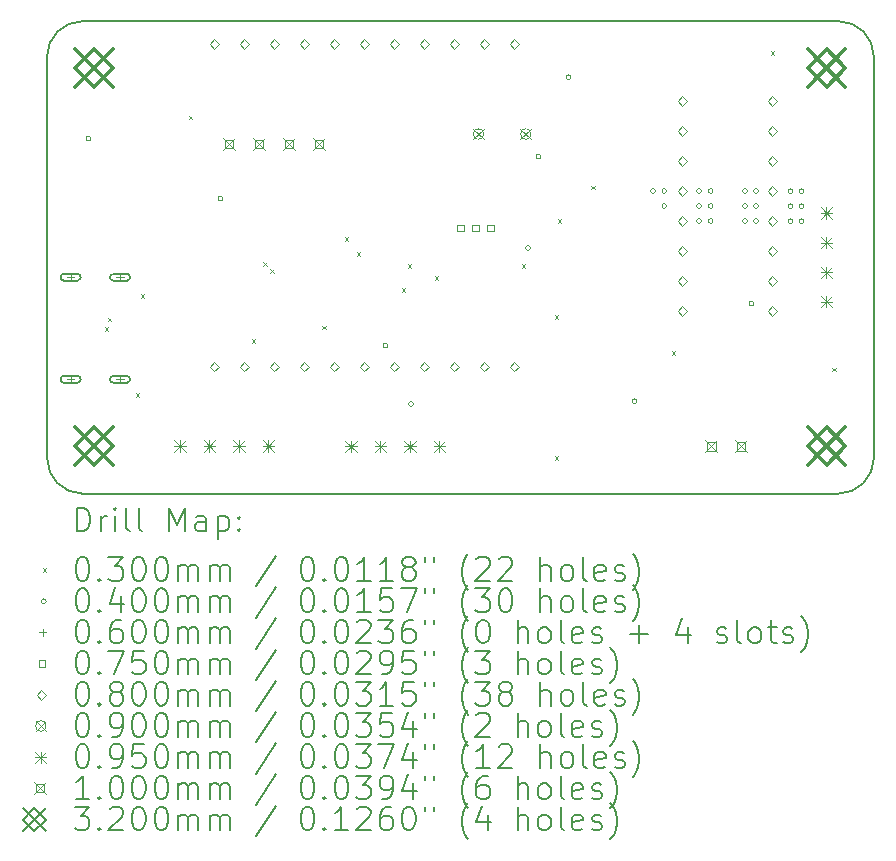
<source format=gbr>
%TF.GenerationSoftware,KiCad,Pcbnew,7.0.7*%
%TF.CreationDate,2024-01-02T18:34:23+01:00*%
%TF.ProjectId,maui feeder circuit,6d617569-2066-4656-9564-657220636972,1.0*%
%TF.SameCoordinates,Original*%
%TF.FileFunction,Drillmap*%
%TF.FilePolarity,Positive*%
%FSLAX45Y45*%
G04 Gerber Fmt 4.5, Leading zero omitted, Abs format (unit mm)*
G04 Created by KiCad (PCBNEW 7.0.7) date 2024-01-02 18:34:23*
%MOMM*%
%LPD*%
G01*
G04 APERTURE LIST*
%ADD10C,0.150000*%
%ADD11C,0.200000*%
%ADD12C,0.030000*%
%ADD13C,0.040000*%
%ADD14C,0.060000*%
%ADD15C,0.075000*%
%ADD16C,0.080000*%
%ADD17C,0.090000*%
%ADD18C,0.095000*%
%ADD19C,0.100000*%
%ADD20C,0.320000*%
G04 APERTURE END LIST*
D10*
X12700000Y-6000000D02*
G75*
G03*
X12400000Y-6300000I0J-300000D01*
G01*
X19400000Y-6300000D02*
X19400000Y-9700000D01*
X19100000Y-10000000D02*
G75*
G03*
X19400000Y-9700000I0J300000D01*
G01*
X12400000Y-9700000D02*
X12400000Y-6300000D01*
X12400000Y-9700000D02*
G75*
G03*
X12700000Y-10000000I300000J0D01*
G01*
X12700000Y-6000000D02*
X19100000Y-6000000D01*
X19400000Y-6300000D02*
G75*
G03*
X19100000Y-6000000I-300000J0D01*
G01*
X12700000Y-10000000D02*
X19100000Y-10000000D01*
D11*
D12*
X12888400Y-8591900D02*
X12918400Y-8621900D01*
X12918400Y-8591900D02*
X12888400Y-8621900D01*
X12915283Y-8510714D02*
X12945283Y-8540714D01*
X12945283Y-8510714D02*
X12915283Y-8540714D01*
X13151550Y-9150700D02*
X13181550Y-9180700D01*
X13181550Y-9150700D02*
X13151550Y-9180700D01*
X13193200Y-8312500D02*
X13223200Y-8342500D01*
X13223200Y-8312500D02*
X13193200Y-8342500D01*
X13599600Y-6801200D02*
X13629600Y-6831200D01*
X13629600Y-6801200D02*
X13599600Y-6831200D01*
X14133000Y-8693500D02*
X14163000Y-8723500D01*
X14163000Y-8693500D02*
X14133000Y-8723500D01*
X14231362Y-8042562D02*
X14261362Y-8072562D01*
X14261362Y-8042562D02*
X14231362Y-8072562D01*
X14288638Y-8099838D02*
X14318638Y-8129838D01*
X14318638Y-8099838D02*
X14288638Y-8129838D01*
X14729900Y-8579200D02*
X14759900Y-8609200D01*
X14759900Y-8579200D02*
X14729900Y-8609200D01*
X14920400Y-7829900D02*
X14950400Y-7859900D01*
X14950400Y-7829900D02*
X14920400Y-7859900D01*
X15022000Y-7956900D02*
X15052000Y-7986900D01*
X15052000Y-7956900D02*
X15022000Y-7986900D01*
X15403000Y-8261700D02*
X15433000Y-8291700D01*
X15433000Y-8261700D02*
X15403000Y-8291700D01*
X15453800Y-8058500D02*
X15483800Y-8088500D01*
X15483800Y-8058500D02*
X15453800Y-8088500D01*
X15682400Y-8160100D02*
X15712400Y-8190100D01*
X15712400Y-8160100D02*
X15682400Y-8190100D01*
X16419000Y-8058500D02*
X16449000Y-8088500D01*
X16449000Y-8058500D02*
X16419000Y-8088500D01*
X16698400Y-8490300D02*
X16728400Y-8520300D01*
X16728400Y-8490300D02*
X16698400Y-8520300D01*
X16698400Y-9684100D02*
X16728400Y-9714100D01*
X16728400Y-9684100D02*
X16698400Y-9714100D01*
X16723800Y-7677500D02*
X16753800Y-7707500D01*
X16753800Y-7677500D02*
X16723800Y-7707500D01*
X17009500Y-7391800D02*
X17039500Y-7421800D01*
X17039500Y-7391800D02*
X17009500Y-7421800D01*
X17689000Y-8795100D02*
X17719000Y-8825100D01*
X17719000Y-8795100D02*
X17689000Y-8825100D01*
X18528500Y-6256400D02*
X18558500Y-6286400D01*
X18558500Y-6256400D02*
X18528500Y-6286400D01*
X19047700Y-8935000D02*
X19077700Y-8965000D01*
X19077700Y-8935000D02*
X19047700Y-8965000D01*
D13*
X12771000Y-6994000D02*
G75*
G03*
X12771000Y-6994000I-20000J0D01*
G01*
X13888600Y-7502000D02*
G75*
G03*
X13888600Y-7502000I-20000J0D01*
G01*
X15285600Y-8746600D02*
G75*
G03*
X15285600Y-8746600I-20000J0D01*
G01*
X15501500Y-9241900D02*
G75*
G03*
X15501500Y-9241900I-20000J0D01*
G01*
X16492100Y-7921100D02*
G75*
G03*
X16492100Y-7921100I-20000J0D01*
G01*
X16581000Y-7146400D02*
G75*
G03*
X16581000Y-7146400I-20000J0D01*
G01*
X16835000Y-6473300D02*
G75*
G03*
X16835000Y-6473300I-20000J0D01*
G01*
X17393800Y-9216500D02*
G75*
G03*
X17393800Y-9216500I-20000J0D01*
G01*
X17551280Y-7438500D02*
G75*
G03*
X17551280Y-7438500I-20000J0D01*
G01*
X17645260Y-7438500D02*
G75*
G03*
X17645260Y-7438500I-20000J0D01*
G01*
X17645260Y-7565500D02*
G75*
G03*
X17645260Y-7565500I-20000J0D01*
G01*
X17939900Y-7438500D02*
G75*
G03*
X17939900Y-7438500I-20000J0D01*
G01*
X17939900Y-7565500D02*
G75*
G03*
X17939900Y-7565500I-20000J0D01*
G01*
X17939900Y-7692500D02*
G75*
G03*
X17939900Y-7692500I-20000J0D01*
G01*
X18038960Y-7438500D02*
G75*
G03*
X18038960Y-7438500I-20000J0D01*
G01*
X18038960Y-7565500D02*
G75*
G03*
X18038960Y-7565500I-20000J0D01*
G01*
X18038960Y-7692500D02*
G75*
G03*
X18038960Y-7692500I-20000J0D01*
G01*
X18328520Y-7438500D02*
G75*
G03*
X18328520Y-7438500I-20000J0D01*
G01*
X18328520Y-7565500D02*
G75*
G03*
X18328520Y-7565500I-20000J0D01*
G01*
X18328520Y-7692500D02*
G75*
G03*
X18328520Y-7692500I-20000J0D01*
G01*
X18384400Y-8391000D02*
G75*
G03*
X18384400Y-8391000I-20000J0D01*
G01*
X18422500Y-7438500D02*
G75*
G03*
X18422500Y-7438500I-20000J0D01*
G01*
X18422500Y-7565500D02*
G75*
G03*
X18422500Y-7565500I-20000J0D01*
G01*
X18422500Y-7692500D02*
G75*
G03*
X18422500Y-7692500I-20000J0D01*
G01*
X18714600Y-7438500D02*
G75*
G03*
X18714600Y-7438500I-20000J0D01*
G01*
X18714600Y-7565500D02*
G75*
G03*
X18714600Y-7565500I-20000J0D01*
G01*
X18714600Y-7692500D02*
G75*
G03*
X18714600Y-7692500I-20000J0D01*
G01*
X18808580Y-7438500D02*
G75*
G03*
X18808580Y-7438500I-20000J0D01*
G01*
X18808580Y-7565500D02*
G75*
G03*
X18808580Y-7565500I-20000J0D01*
G01*
X18808580Y-7692500D02*
G75*
G03*
X18808580Y-7692500I-20000J0D01*
G01*
D14*
X12600000Y-8138000D02*
X12600000Y-8198000D01*
X12570000Y-8168000D02*
X12630000Y-8168000D01*
D11*
X12545000Y-8198000D02*
X12655000Y-8198000D01*
X12655000Y-8198000D02*
G75*
G03*
X12655000Y-8138000I0J30000D01*
G01*
X12655000Y-8138000D02*
X12545000Y-8138000D01*
X12545000Y-8138000D02*
G75*
G03*
X12545000Y-8198000I0J-30000D01*
G01*
D14*
X12600000Y-9002000D02*
X12600000Y-9062000D01*
X12570000Y-9032000D02*
X12630000Y-9032000D01*
D11*
X12545000Y-9062000D02*
X12655000Y-9062000D01*
X12655000Y-9062000D02*
G75*
G03*
X12655000Y-9002000I0J30000D01*
G01*
X12655000Y-9002000D02*
X12545000Y-9002000D01*
X12545000Y-9002000D02*
G75*
G03*
X12545000Y-9062000I0J-30000D01*
G01*
D14*
X13018000Y-8138000D02*
X13018000Y-8198000D01*
X12988000Y-8168000D02*
X13048000Y-8168000D01*
D11*
X12963000Y-8198000D02*
X13073000Y-8198000D01*
X13073000Y-8198000D02*
G75*
G03*
X13073000Y-8138000I0J30000D01*
G01*
X13073000Y-8138000D02*
X12963000Y-8138000D01*
X12963000Y-8138000D02*
G75*
G03*
X12963000Y-8198000I0J-30000D01*
G01*
D14*
X13018000Y-9002000D02*
X13018000Y-9062000D01*
X12988000Y-9032000D02*
X13048000Y-9032000D01*
D11*
X12963000Y-9062000D02*
X13073000Y-9062000D01*
X13073000Y-9062000D02*
G75*
G03*
X13073000Y-9002000I0J30000D01*
G01*
X13073000Y-9002000D02*
X12963000Y-9002000D01*
X12963000Y-9002000D02*
G75*
G03*
X12963000Y-9062000I0J-30000D01*
G01*
D15*
X15927117Y-7780417D02*
X15927117Y-7727383D01*
X15874083Y-7727383D01*
X15874083Y-7780417D01*
X15927117Y-7780417D01*
X16054117Y-7780417D02*
X16054117Y-7727383D01*
X16001083Y-7727383D01*
X16001083Y-7780417D01*
X16054117Y-7780417D01*
X16181117Y-7780417D02*
X16181117Y-7727383D01*
X16128083Y-7727383D01*
X16128083Y-7780417D01*
X16181117Y-7780417D01*
D16*
X13817800Y-6233900D02*
X13857800Y-6193900D01*
X13817800Y-6153900D01*
X13777800Y-6193900D01*
X13817800Y-6233900D01*
X13817800Y-8966400D02*
X13857800Y-8926400D01*
X13817800Y-8886400D01*
X13777800Y-8926400D01*
X13817800Y-8966400D01*
X14071800Y-6233900D02*
X14111800Y-6193900D01*
X14071800Y-6153900D01*
X14031800Y-6193900D01*
X14071800Y-6233900D01*
X14071800Y-8966400D02*
X14111800Y-8926400D01*
X14071800Y-8886400D01*
X14031800Y-8926400D01*
X14071800Y-8966400D01*
X14325800Y-6233900D02*
X14365800Y-6193900D01*
X14325800Y-6153900D01*
X14285800Y-6193900D01*
X14325800Y-6233900D01*
X14325800Y-8966400D02*
X14365800Y-8926400D01*
X14325800Y-8886400D01*
X14285800Y-8926400D01*
X14325800Y-8966400D01*
X14579800Y-6233900D02*
X14619800Y-6193900D01*
X14579800Y-6153900D01*
X14539800Y-6193900D01*
X14579800Y-6233900D01*
X14579800Y-8966400D02*
X14619800Y-8926400D01*
X14579800Y-8886400D01*
X14539800Y-8926400D01*
X14579800Y-8966400D01*
X14833800Y-6233900D02*
X14873800Y-6193900D01*
X14833800Y-6153900D01*
X14793800Y-6193900D01*
X14833800Y-6233900D01*
X14833800Y-8966400D02*
X14873800Y-8926400D01*
X14833800Y-8886400D01*
X14793800Y-8926400D01*
X14833800Y-8966400D01*
X15087800Y-6233900D02*
X15127800Y-6193900D01*
X15087800Y-6153900D01*
X15047800Y-6193900D01*
X15087800Y-6233900D01*
X15087800Y-8966400D02*
X15127800Y-8926400D01*
X15087800Y-8886400D01*
X15047800Y-8926400D01*
X15087800Y-8966400D01*
X15341800Y-6233900D02*
X15381800Y-6193900D01*
X15341800Y-6153900D01*
X15301800Y-6193900D01*
X15341800Y-6233900D01*
X15341800Y-8966400D02*
X15381800Y-8926400D01*
X15341800Y-8886400D01*
X15301800Y-8926400D01*
X15341800Y-8966400D01*
X15595800Y-6233900D02*
X15635800Y-6193900D01*
X15595800Y-6153900D01*
X15555800Y-6193900D01*
X15595800Y-6233900D01*
X15595800Y-8966400D02*
X15635800Y-8926400D01*
X15595800Y-8886400D01*
X15555800Y-8926400D01*
X15595800Y-8966400D01*
X15849800Y-6233900D02*
X15889800Y-6193900D01*
X15849800Y-6153900D01*
X15809800Y-6193900D01*
X15849800Y-6233900D01*
X15849800Y-8966400D02*
X15889800Y-8926400D01*
X15849800Y-8886400D01*
X15809800Y-8926400D01*
X15849800Y-8966400D01*
X16103800Y-6233900D02*
X16143800Y-6193900D01*
X16103800Y-6153900D01*
X16063800Y-6193900D01*
X16103800Y-6233900D01*
X16103800Y-8966400D02*
X16143800Y-8926400D01*
X16103800Y-8886400D01*
X16063800Y-8926400D01*
X16103800Y-8966400D01*
X16357800Y-6233900D02*
X16397800Y-6193900D01*
X16357800Y-6153900D01*
X16317800Y-6193900D01*
X16357800Y-6233900D01*
X16357800Y-8966400D02*
X16397800Y-8926400D01*
X16357800Y-8886400D01*
X16317800Y-8926400D01*
X16357800Y-8966400D01*
X17780200Y-6716500D02*
X17820200Y-6676500D01*
X17780200Y-6636500D01*
X17740200Y-6676500D01*
X17780200Y-6716500D01*
X17780200Y-6970500D02*
X17820200Y-6930500D01*
X17780200Y-6890500D01*
X17740200Y-6930500D01*
X17780200Y-6970500D01*
X17780200Y-7224500D02*
X17820200Y-7184500D01*
X17780200Y-7144500D01*
X17740200Y-7184500D01*
X17780200Y-7224500D01*
X17780200Y-7478500D02*
X17820200Y-7438500D01*
X17780200Y-7398500D01*
X17740200Y-7438500D01*
X17780200Y-7478500D01*
X17780200Y-7732500D02*
X17820200Y-7692500D01*
X17780200Y-7652500D01*
X17740200Y-7692500D01*
X17780200Y-7732500D01*
X17780200Y-7986500D02*
X17820200Y-7946500D01*
X17780200Y-7906500D01*
X17740200Y-7946500D01*
X17780200Y-7986500D01*
X17780200Y-8240500D02*
X17820200Y-8200500D01*
X17780200Y-8160500D01*
X17740200Y-8200500D01*
X17780200Y-8240500D01*
X17780200Y-8494500D02*
X17820200Y-8454500D01*
X17780200Y-8414500D01*
X17740200Y-8454500D01*
X17780200Y-8494500D01*
X18542200Y-6716500D02*
X18582200Y-6676500D01*
X18542200Y-6636500D01*
X18502200Y-6676500D01*
X18542200Y-6716500D01*
X18542200Y-6970500D02*
X18582200Y-6930500D01*
X18542200Y-6890500D01*
X18502200Y-6930500D01*
X18542200Y-6970500D01*
X18542200Y-7224500D02*
X18582200Y-7184500D01*
X18542200Y-7144500D01*
X18502200Y-7184500D01*
X18542200Y-7224500D01*
X18542200Y-7478500D02*
X18582200Y-7438500D01*
X18542200Y-7398500D01*
X18502200Y-7438500D01*
X18542200Y-7478500D01*
X18542200Y-7732500D02*
X18582200Y-7692500D01*
X18542200Y-7652500D01*
X18502200Y-7692500D01*
X18542200Y-7732500D01*
X18542200Y-7986500D02*
X18582200Y-7946500D01*
X18542200Y-7906500D01*
X18502200Y-7946500D01*
X18542200Y-7986500D01*
X18542200Y-8240500D02*
X18582200Y-8200500D01*
X18542200Y-8160500D01*
X18502200Y-8200500D01*
X18542200Y-8240500D01*
X18542200Y-8494500D02*
X18582200Y-8454500D01*
X18542200Y-8414500D01*
X18502200Y-8454500D01*
X18542200Y-8494500D01*
D17*
X16008000Y-6910900D02*
X16098000Y-7000900D01*
X16098000Y-6910900D02*
X16008000Y-7000900D01*
X16098000Y-6955900D02*
G75*
G03*
X16098000Y-6955900I-45000J0D01*
G01*
X16408000Y-6910900D02*
X16498000Y-7000900D01*
X16498000Y-6910900D02*
X16408000Y-7000900D01*
X16498000Y-6955900D02*
G75*
G03*
X16498000Y-6955900I-45000J0D01*
G01*
D18*
X13477500Y-9550000D02*
X13572500Y-9645000D01*
X13572500Y-9550000D02*
X13477500Y-9645000D01*
X13525000Y-9550000D02*
X13525000Y-9645000D01*
X13477500Y-9597500D02*
X13572500Y-9597500D01*
X13727500Y-9550000D02*
X13822500Y-9645000D01*
X13822500Y-9550000D02*
X13727500Y-9645000D01*
X13775000Y-9550000D02*
X13775000Y-9645000D01*
X13727500Y-9597500D02*
X13822500Y-9597500D01*
X13977500Y-9550000D02*
X14072500Y-9645000D01*
X14072500Y-9550000D02*
X13977500Y-9645000D01*
X14025000Y-9550000D02*
X14025000Y-9645000D01*
X13977500Y-9597500D02*
X14072500Y-9597500D01*
X14227500Y-9550000D02*
X14322500Y-9645000D01*
X14322500Y-9550000D02*
X14227500Y-9645000D01*
X14275000Y-9550000D02*
X14275000Y-9645000D01*
X14227500Y-9597500D02*
X14322500Y-9597500D01*
X14925300Y-9552500D02*
X15020300Y-9647500D01*
X15020300Y-9552500D02*
X14925300Y-9647500D01*
X14972800Y-9552500D02*
X14972800Y-9647500D01*
X14925300Y-9600000D02*
X15020300Y-9600000D01*
X15175300Y-9552500D02*
X15270300Y-9647500D01*
X15270300Y-9552500D02*
X15175300Y-9647500D01*
X15222800Y-9552500D02*
X15222800Y-9647500D01*
X15175300Y-9600000D02*
X15270300Y-9600000D01*
X15425300Y-9552500D02*
X15520300Y-9647500D01*
X15520300Y-9552500D02*
X15425300Y-9647500D01*
X15472800Y-9552500D02*
X15472800Y-9647500D01*
X15425300Y-9600000D02*
X15520300Y-9600000D01*
X15675300Y-9552500D02*
X15770300Y-9647500D01*
X15770300Y-9552500D02*
X15675300Y-9647500D01*
X15722800Y-9552500D02*
X15722800Y-9647500D01*
X15675300Y-9600000D02*
X15770300Y-9600000D01*
X18950000Y-7577500D02*
X19045000Y-7672500D01*
X19045000Y-7577500D02*
X18950000Y-7672500D01*
X18997500Y-7577500D02*
X18997500Y-7672500D01*
X18950000Y-7625000D02*
X19045000Y-7625000D01*
X18950000Y-7827500D02*
X19045000Y-7922500D01*
X19045000Y-7827500D02*
X18950000Y-7922500D01*
X18997500Y-7827500D02*
X18997500Y-7922500D01*
X18950000Y-7875000D02*
X19045000Y-7875000D01*
X18950000Y-8077500D02*
X19045000Y-8172500D01*
X19045000Y-8077500D02*
X18950000Y-8172500D01*
X18997500Y-8077500D02*
X18997500Y-8172500D01*
X18950000Y-8125000D02*
X19045000Y-8125000D01*
X18950000Y-8327500D02*
X19045000Y-8422500D01*
X19045000Y-8327500D02*
X18950000Y-8422500D01*
X18997500Y-8327500D02*
X18997500Y-8422500D01*
X18950000Y-8375000D02*
X19045000Y-8375000D01*
D19*
X13888000Y-6990000D02*
X13988000Y-7090000D01*
X13988000Y-6990000D02*
X13888000Y-7090000D01*
X13973356Y-7075356D02*
X13973356Y-7004644D01*
X13902644Y-7004644D01*
X13902644Y-7075356D01*
X13973356Y-7075356D01*
X14142000Y-6990000D02*
X14242000Y-7090000D01*
X14242000Y-6990000D02*
X14142000Y-7090000D01*
X14227356Y-7075356D02*
X14227356Y-7004644D01*
X14156644Y-7004644D01*
X14156644Y-7075356D01*
X14227356Y-7075356D01*
X14396000Y-6990000D02*
X14496000Y-7090000D01*
X14496000Y-6990000D02*
X14396000Y-7090000D01*
X14481356Y-7075356D02*
X14481356Y-7004644D01*
X14410644Y-7004644D01*
X14410644Y-7075356D01*
X14481356Y-7075356D01*
X14650000Y-6990000D02*
X14750000Y-7090000D01*
X14750000Y-6990000D02*
X14650000Y-7090000D01*
X14735356Y-7075356D02*
X14735356Y-7004644D01*
X14664644Y-7004644D01*
X14664644Y-7075356D01*
X14735356Y-7075356D01*
X17975000Y-9550000D02*
X18075000Y-9650000D01*
X18075000Y-9550000D02*
X17975000Y-9650000D01*
X18060356Y-9635356D02*
X18060356Y-9564644D01*
X17989644Y-9564644D01*
X17989644Y-9635356D01*
X18060356Y-9635356D01*
X18225000Y-9550000D02*
X18325000Y-9650000D01*
X18325000Y-9550000D02*
X18225000Y-9650000D01*
X18310356Y-9635356D02*
X18310356Y-9564644D01*
X18239644Y-9564644D01*
X18239644Y-9635356D01*
X18310356Y-9635356D01*
D20*
X12640000Y-6240000D02*
X12960000Y-6560000D01*
X12960000Y-6240000D02*
X12640000Y-6560000D01*
X12800000Y-6560000D02*
X12960000Y-6400000D01*
X12800000Y-6240000D01*
X12640000Y-6400000D01*
X12800000Y-6560000D01*
X12640000Y-9440000D02*
X12960000Y-9760000D01*
X12960000Y-9440000D02*
X12640000Y-9760000D01*
X12800000Y-9760000D02*
X12960000Y-9600000D01*
X12800000Y-9440000D01*
X12640000Y-9600000D01*
X12800000Y-9760000D01*
X18840000Y-6240000D02*
X19160000Y-6560000D01*
X19160000Y-6240000D02*
X18840000Y-6560000D01*
X19000000Y-6560000D02*
X19160000Y-6400000D01*
X19000000Y-6240000D01*
X18840000Y-6400000D01*
X19000000Y-6560000D01*
X18840000Y-9440000D02*
X19160000Y-9760000D01*
X19160000Y-9440000D02*
X18840000Y-9760000D01*
X19000000Y-9760000D02*
X19160000Y-9600000D01*
X19000000Y-9440000D01*
X18840000Y-9600000D01*
X19000000Y-9760000D01*
D11*
X12653277Y-10318984D02*
X12653277Y-10118984D01*
X12653277Y-10118984D02*
X12700896Y-10118984D01*
X12700896Y-10118984D02*
X12729467Y-10128508D01*
X12729467Y-10128508D02*
X12748515Y-10147555D01*
X12748515Y-10147555D02*
X12758039Y-10166603D01*
X12758039Y-10166603D02*
X12767562Y-10204698D01*
X12767562Y-10204698D02*
X12767562Y-10233270D01*
X12767562Y-10233270D02*
X12758039Y-10271365D01*
X12758039Y-10271365D02*
X12748515Y-10290412D01*
X12748515Y-10290412D02*
X12729467Y-10309460D01*
X12729467Y-10309460D02*
X12700896Y-10318984D01*
X12700896Y-10318984D02*
X12653277Y-10318984D01*
X12853277Y-10318984D02*
X12853277Y-10185650D01*
X12853277Y-10223746D02*
X12862801Y-10204698D01*
X12862801Y-10204698D02*
X12872324Y-10195174D01*
X12872324Y-10195174D02*
X12891372Y-10185650D01*
X12891372Y-10185650D02*
X12910420Y-10185650D01*
X12977086Y-10318984D02*
X12977086Y-10185650D01*
X12977086Y-10118984D02*
X12967562Y-10128508D01*
X12967562Y-10128508D02*
X12977086Y-10138031D01*
X12977086Y-10138031D02*
X12986610Y-10128508D01*
X12986610Y-10128508D02*
X12977086Y-10118984D01*
X12977086Y-10118984D02*
X12977086Y-10138031D01*
X13100896Y-10318984D02*
X13081848Y-10309460D01*
X13081848Y-10309460D02*
X13072324Y-10290412D01*
X13072324Y-10290412D02*
X13072324Y-10118984D01*
X13205658Y-10318984D02*
X13186610Y-10309460D01*
X13186610Y-10309460D02*
X13177086Y-10290412D01*
X13177086Y-10290412D02*
X13177086Y-10118984D01*
X13434229Y-10318984D02*
X13434229Y-10118984D01*
X13434229Y-10118984D02*
X13500896Y-10261841D01*
X13500896Y-10261841D02*
X13567562Y-10118984D01*
X13567562Y-10118984D02*
X13567562Y-10318984D01*
X13748515Y-10318984D02*
X13748515Y-10214222D01*
X13748515Y-10214222D02*
X13738991Y-10195174D01*
X13738991Y-10195174D02*
X13719943Y-10185650D01*
X13719943Y-10185650D02*
X13681848Y-10185650D01*
X13681848Y-10185650D02*
X13662801Y-10195174D01*
X13748515Y-10309460D02*
X13729467Y-10318984D01*
X13729467Y-10318984D02*
X13681848Y-10318984D01*
X13681848Y-10318984D02*
X13662801Y-10309460D01*
X13662801Y-10309460D02*
X13653277Y-10290412D01*
X13653277Y-10290412D02*
X13653277Y-10271365D01*
X13653277Y-10271365D02*
X13662801Y-10252317D01*
X13662801Y-10252317D02*
X13681848Y-10242793D01*
X13681848Y-10242793D02*
X13729467Y-10242793D01*
X13729467Y-10242793D02*
X13748515Y-10233270D01*
X13843753Y-10185650D02*
X13843753Y-10385650D01*
X13843753Y-10195174D02*
X13862801Y-10185650D01*
X13862801Y-10185650D02*
X13900896Y-10185650D01*
X13900896Y-10185650D02*
X13919943Y-10195174D01*
X13919943Y-10195174D02*
X13929467Y-10204698D01*
X13929467Y-10204698D02*
X13938991Y-10223746D01*
X13938991Y-10223746D02*
X13938991Y-10280889D01*
X13938991Y-10280889D02*
X13929467Y-10299936D01*
X13929467Y-10299936D02*
X13919943Y-10309460D01*
X13919943Y-10309460D02*
X13900896Y-10318984D01*
X13900896Y-10318984D02*
X13862801Y-10318984D01*
X13862801Y-10318984D02*
X13843753Y-10309460D01*
X14024705Y-10299936D02*
X14034229Y-10309460D01*
X14034229Y-10309460D02*
X14024705Y-10318984D01*
X14024705Y-10318984D02*
X14015182Y-10309460D01*
X14015182Y-10309460D02*
X14024705Y-10299936D01*
X14024705Y-10299936D02*
X14024705Y-10318984D01*
X14024705Y-10195174D02*
X14034229Y-10204698D01*
X14034229Y-10204698D02*
X14024705Y-10214222D01*
X14024705Y-10214222D02*
X14015182Y-10204698D01*
X14015182Y-10204698D02*
X14024705Y-10195174D01*
X14024705Y-10195174D02*
X14024705Y-10214222D01*
D12*
X12362500Y-10632500D02*
X12392500Y-10662500D01*
X12392500Y-10632500D02*
X12362500Y-10662500D01*
D11*
X12691372Y-10538984D02*
X12710420Y-10538984D01*
X12710420Y-10538984D02*
X12729467Y-10548508D01*
X12729467Y-10548508D02*
X12738991Y-10558031D01*
X12738991Y-10558031D02*
X12748515Y-10577079D01*
X12748515Y-10577079D02*
X12758039Y-10615174D01*
X12758039Y-10615174D02*
X12758039Y-10662793D01*
X12758039Y-10662793D02*
X12748515Y-10700889D01*
X12748515Y-10700889D02*
X12738991Y-10719936D01*
X12738991Y-10719936D02*
X12729467Y-10729460D01*
X12729467Y-10729460D02*
X12710420Y-10738984D01*
X12710420Y-10738984D02*
X12691372Y-10738984D01*
X12691372Y-10738984D02*
X12672324Y-10729460D01*
X12672324Y-10729460D02*
X12662801Y-10719936D01*
X12662801Y-10719936D02*
X12653277Y-10700889D01*
X12653277Y-10700889D02*
X12643753Y-10662793D01*
X12643753Y-10662793D02*
X12643753Y-10615174D01*
X12643753Y-10615174D02*
X12653277Y-10577079D01*
X12653277Y-10577079D02*
X12662801Y-10558031D01*
X12662801Y-10558031D02*
X12672324Y-10548508D01*
X12672324Y-10548508D02*
X12691372Y-10538984D01*
X12843753Y-10719936D02*
X12853277Y-10729460D01*
X12853277Y-10729460D02*
X12843753Y-10738984D01*
X12843753Y-10738984D02*
X12834229Y-10729460D01*
X12834229Y-10729460D02*
X12843753Y-10719936D01*
X12843753Y-10719936D02*
X12843753Y-10738984D01*
X12919943Y-10538984D02*
X13043753Y-10538984D01*
X13043753Y-10538984D02*
X12977086Y-10615174D01*
X12977086Y-10615174D02*
X13005658Y-10615174D01*
X13005658Y-10615174D02*
X13024705Y-10624698D01*
X13024705Y-10624698D02*
X13034229Y-10634222D01*
X13034229Y-10634222D02*
X13043753Y-10653270D01*
X13043753Y-10653270D02*
X13043753Y-10700889D01*
X13043753Y-10700889D02*
X13034229Y-10719936D01*
X13034229Y-10719936D02*
X13024705Y-10729460D01*
X13024705Y-10729460D02*
X13005658Y-10738984D01*
X13005658Y-10738984D02*
X12948515Y-10738984D01*
X12948515Y-10738984D02*
X12929467Y-10729460D01*
X12929467Y-10729460D02*
X12919943Y-10719936D01*
X13167562Y-10538984D02*
X13186610Y-10538984D01*
X13186610Y-10538984D02*
X13205658Y-10548508D01*
X13205658Y-10548508D02*
X13215182Y-10558031D01*
X13215182Y-10558031D02*
X13224705Y-10577079D01*
X13224705Y-10577079D02*
X13234229Y-10615174D01*
X13234229Y-10615174D02*
X13234229Y-10662793D01*
X13234229Y-10662793D02*
X13224705Y-10700889D01*
X13224705Y-10700889D02*
X13215182Y-10719936D01*
X13215182Y-10719936D02*
X13205658Y-10729460D01*
X13205658Y-10729460D02*
X13186610Y-10738984D01*
X13186610Y-10738984D02*
X13167562Y-10738984D01*
X13167562Y-10738984D02*
X13148515Y-10729460D01*
X13148515Y-10729460D02*
X13138991Y-10719936D01*
X13138991Y-10719936D02*
X13129467Y-10700889D01*
X13129467Y-10700889D02*
X13119943Y-10662793D01*
X13119943Y-10662793D02*
X13119943Y-10615174D01*
X13119943Y-10615174D02*
X13129467Y-10577079D01*
X13129467Y-10577079D02*
X13138991Y-10558031D01*
X13138991Y-10558031D02*
X13148515Y-10548508D01*
X13148515Y-10548508D02*
X13167562Y-10538984D01*
X13358039Y-10538984D02*
X13377086Y-10538984D01*
X13377086Y-10538984D02*
X13396134Y-10548508D01*
X13396134Y-10548508D02*
X13405658Y-10558031D01*
X13405658Y-10558031D02*
X13415182Y-10577079D01*
X13415182Y-10577079D02*
X13424705Y-10615174D01*
X13424705Y-10615174D02*
X13424705Y-10662793D01*
X13424705Y-10662793D02*
X13415182Y-10700889D01*
X13415182Y-10700889D02*
X13405658Y-10719936D01*
X13405658Y-10719936D02*
X13396134Y-10729460D01*
X13396134Y-10729460D02*
X13377086Y-10738984D01*
X13377086Y-10738984D02*
X13358039Y-10738984D01*
X13358039Y-10738984D02*
X13338991Y-10729460D01*
X13338991Y-10729460D02*
X13329467Y-10719936D01*
X13329467Y-10719936D02*
X13319943Y-10700889D01*
X13319943Y-10700889D02*
X13310420Y-10662793D01*
X13310420Y-10662793D02*
X13310420Y-10615174D01*
X13310420Y-10615174D02*
X13319943Y-10577079D01*
X13319943Y-10577079D02*
X13329467Y-10558031D01*
X13329467Y-10558031D02*
X13338991Y-10548508D01*
X13338991Y-10548508D02*
X13358039Y-10538984D01*
X13510420Y-10738984D02*
X13510420Y-10605650D01*
X13510420Y-10624698D02*
X13519943Y-10615174D01*
X13519943Y-10615174D02*
X13538991Y-10605650D01*
X13538991Y-10605650D02*
X13567563Y-10605650D01*
X13567563Y-10605650D02*
X13586610Y-10615174D01*
X13586610Y-10615174D02*
X13596134Y-10634222D01*
X13596134Y-10634222D02*
X13596134Y-10738984D01*
X13596134Y-10634222D02*
X13605658Y-10615174D01*
X13605658Y-10615174D02*
X13624705Y-10605650D01*
X13624705Y-10605650D02*
X13653277Y-10605650D01*
X13653277Y-10605650D02*
X13672324Y-10615174D01*
X13672324Y-10615174D02*
X13681848Y-10634222D01*
X13681848Y-10634222D02*
X13681848Y-10738984D01*
X13777086Y-10738984D02*
X13777086Y-10605650D01*
X13777086Y-10624698D02*
X13786610Y-10615174D01*
X13786610Y-10615174D02*
X13805658Y-10605650D01*
X13805658Y-10605650D02*
X13834229Y-10605650D01*
X13834229Y-10605650D02*
X13853277Y-10615174D01*
X13853277Y-10615174D02*
X13862801Y-10634222D01*
X13862801Y-10634222D02*
X13862801Y-10738984D01*
X13862801Y-10634222D02*
X13872324Y-10615174D01*
X13872324Y-10615174D02*
X13891372Y-10605650D01*
X13891372Y-10605650D02*
X13919943Y-10605650D01*
X13919943Y-10605650D02*
X13938991Y-10615174D01*
X13938991Y-10615174D02*
X13948515Y-10634222D01*
X13948515Y-10634222D02*
X13948515Y-10738984D01*
X14338991Y-10529460D02*
X14167563Y-10786603D01*
X14596134Y-10538984D02*
X14615182Y-10538984D01*
X14615182Y-10538984D02*
X14634229Y-10548508D01*
X14634229Y-10548508D02*
X14643753Y-10558031D01*
X14643753Y-10558031D02*
X14653277Y-10577079D01*
X14653277Y-10577079D02*
X14662801Y-10615174D01*
X14662801Y-10615174D02*
X14662801Y-10662793D01*
X14662801Y-10662793D02*
X14653277Y-10700889D01*
X14653277Y-10700889D02*
X14643753Y-10719936D01*
X14643753Y-10719936D02*
X14634229Y-10729460D01*
X14634229Y-10729460D02*
X14615182Y-10738984D01*
X14615182Y-10738984D02*
X14596134Y-10738984D01*
X14596134Y-10738984D02*
X14577086Y-10729460D01*
X14577086Y-10729460D02*
X14567563Y-10719936D01*
X14567563Y-10719936D02*
X14558039Y-10700889D01*
X14558039Y-10700889D02*
X14548515Y-10662793D01*
X14548515Y-10662793D02*
X14548515Y-10615174D01*
X14548515Y-10615174D02*
X14558039Y-10577079D01*
X14558039Y-10577079D02*
X14567563Y-10558031D01*
X14567563Y-10558031D02*
X14577086Y-10548508D01*
X14577086Y-10548508D02*
X14596134Y-10538984D01*
X14748515Y-10719936D02*
X14758039Y-10729460D01*
X14758039Y-10729460D02*
X14748515Y-10738984D01*
X14748515Y-10738984D02*
X14738991Y-10729460D01*
X14738991Y-10729460D02*
X14748515Y-10719936D01*
X14748515Y-10719936D02*
X14748515Y-10738984D01*
X14881848Y-10538984D02*
X14900896Y-10538984D01*
X14900896Y-10538984D02*
X14919944Y-10548508D01*
X14919944Y-10548508D02*
X14929467Y-10558031D01*
X14929467Y-10558031D02*
X14938991Y-10577079D01*
X14938991Y-10577079D02*
X14948515Y-10615174D01*
X14948515Y-10615174D02*
X14948515Y-10662793D01*
X14948515Y-10662793D02*
X14938991Y-10700889D01*
X14938991Y-10700889D02*
X14929467Y-10719936D01*
X14929467Y-10719936D02*
X14919944Y-10729460D01*
X14919944Y-10729460D02*
X14900896Y-10738984D01*
X14900896Y-10738984D02*
X14881848Y-10738984D01*
X14881848Y-10738984D02*
X14862801Y-10729460D01*
X14862801Y-10729460D02*
X14853277Y-10719936D01*
X14853277Y-10719936D02*
X14843753Y-10700889D01*
X14843753Y-10700889D02*
X14834229Y-10662793D01*
X14834229Y-10662793D02*
X14834229Y-10615174D01*
X14834229Y-10615174D02*
X14843753Y-10577079D01*
X14843753Y-10577079D02*
X14853277Y-10558031D01*
X14853277Y-10558031D02*
X14862801Y-10548508D01*
X14862801Y-10548508D02*
X14881848Y-10538984D01*
X15138991Y-10738984D02*
X15024706Y-10738984D01*
X15081848Y-10738984D02*
X15081848Y-10538984D01*
X15081848Y-10538984D02*
X15062801Y-10567555D01*
X15062801Y-10567555D02*
X15043753Y-10586603D01*
X15043753Y-10586603D02*
X15024706Y-10596127D01*
X15329467Y-10738984D02*
X15215182Y-10738984D01*
X15272325Y-10738984D02*
X15272325Y-10538984D01*
X15272325Y-10538984D02*
X15253277Y-10567555D01*
X15253277Y-10567555D02*
X15234229Y-10586603D01*
X15234229Y-10586603D02*
X15215182Y-10596127D01*
X15443753Y-10624698D02*
X15424706Y-10615174D01*
X15424706Y-10615174D02*
X15415182Y-10605650D01*
X15415182Y-10605650D02*
X15405658Y-10586603D01*
X15405658Y-10586603D02*
X15405658Y-10577079D01*
X15405658Y-10577079D02*
X15415182Y-10558031D01*
X15415182Y-10558031D02*
X15424706Y-10548508D01*
X15424706Y-10548508D02*
X15443753Y-10538984D01*
X15443753Y-10538984D02*
X15481848Y-10538984D01*
X15481848Y-10538984D02*
X15500896Y-10548508D01*
X15500896Y-10548508D02*
X15510420Y-10558031D01*
X15510420Y-10558031D02*
X15519944Y-10577079D01*
X15519944Y-10577079D02*
X15519944Y-10586603D01*
X15519944Y-10586603D02*
X15510420Y-10605650D01*
X15510420Y-10605650D02*
X15500896Y-10615174D01*
X15500896Y-10615174D02*
X15481848Y-10624698D01*
X15481848Y-10624698D02*
X15443753Y-10624698D01*
X15443753Y-10624698D02*
X15424706Y-10634222D01*
X15424706Y-10634222D02*
X15415182Y-10643746D01*
X15415182Y-10643746D02*
X15405658Y-10662793D01*
X15405658Y-10662793D02*
X15405658Y-10700889D01*
X15405658Y-10700889D02*
X15415182Y-10719936D01*
X15415182Y-10719936D02*
X15424706Y-10729460D01*
X15424706Y-10729460D02*
X15443753Y-10738984D01*
X15443753Y-10738984D02*
X15481848Y-10738984D01*
X15481848Y-10738984D02*
X15500896Y-10729460D01*
X15500896Y-10729460D02*
X15510420Y-10719936D01*
X15510420Y-10719936D02*
X15519944Y-10700889D01*
X15519944Y-10700889D02*
X15519944Y-10662793D01*
X15519944Y-10662793D02*
X15510420Y-10643746D01*
X15510420Y-10643746D02*
X15500896Y-10634222D01*
X15500896Y-10634222D02*
X15481848Y-10624698D01*
X15596134Y-10538984D02*
X15596134Y-10577079D01*
X15672325Y-10538984D02*
X15672325Y-10577079D01*
X15967563Y-10815174D02*
X15958039Y-10805650D01*
X15958039Y-10805650D02*
X15938991Y-10777079D01*
X15938991Y-10777079D02*
X15929468Y-10758031D01*
X15929468Y-10758031D02*
X15919944Y-10729460D01*
X15919944Y-10729460D02*
X15910420Y-10681841D01*
X15910420Y-10681841D02*
X15910420Y-10643746D01*
X15910420Y-10643746D02*
X15919944Y-10596127D01*
X15919944Y-10596127D02*
X15929468Y-10567555D01*
X15929468Y-10567555D02*
X15938991Y-10548508D01*
X15938991Y-10548508D02*
X15958039Y-10519936D01*
X15958039Y-10519936D02*
X15967563Y-10510412D01*
X16034229Y-10558031D02*
X16043753Y-10548508D01*
X16043753Y-10548508D02*
X16062801Y-10538984D01*
X16062801Y-10538984D02*
X16110420Y-10538984D01*
X16110420Y-10538984D02*
X16129468Y-10548508D01*
X16129468Y-10548508D02*
X16138991Y-10558031D01*
X16138991Y-10558031D02*
X16148515Y-10577079D01*
X16148515Y-10577079D02*
X16148515Y-10596127D01*
X16148515Y-10596127D02*
X16138991Y-10624698D01*
X16138991Y-10624698D02*
X16024706Y-10738984D01*
X16024706Y-10738984D02*
X16148515Y-10738984D01*
X16224706Y-10558031D02*
X16234229Y-10548508D01*
X16234229Y-10548508D02*
X16253277Y-10538984D01*
X16253277Y-10538984D02*
X16300896Y-10538984D01*
X16300896Y-10538984D02*
X16319944Y-10548508D01*
X16319944Y-10548508D02*
X16329468Y-10558031D01*
X16329468Y-10558031D02*
X16338991Y-10577079D01*
X16338991Y-10577079D02*
X16338991Y-10596127D01*
X16338991Y-10596127D02*
X16329468Y-10624698D01*
X16329468Y-10624698D02*
X16215182Y-10738984D01*
X16215182Y-10738984D02*
X16338991Y-10738984D01*
X16577087Y-10738984D02*
X16577087Y-10538984D01*
X16662801Y-10738984D02*
X16662801Y-10634222D01*
X16662801Y-10634222D02*
X16653277Y-10615174D01*
X16653277Y-10615174D02*
X16634230Y-10605650D01*
X16634230Y-10605650D02*
X16605658Y-10605650D01*
X16605658Y-10605650D02*
X16586610Y-10615174D01*
X16586610Y-10615174D02*
X16577087Y-10624698D01*
X16786611Y-10738984D02*
X16767563Y-10729460D01*
X16767563Y-10729460D02*
X16758039Y-10719936D01*
X16758039Y-10719936D02*
X16748515Y-10700889D01*
X16748515Y-10700889D02*
X16748515Y-10643746D01*
X16748515Y-10643746D02*
X16758039Y-10624698D01*
X16758039Y-10624698D02*
X16767563Y-10615174D01*
X16767563Y-10615174D02*
X16786611Y-10605650D01*
X16786611Y-10605650D02*
X16815182Y-10605650D01*
X16815182Y-10605650D02*
X16834230Y-10615174D01*
X16834230Y-10615174D02*
X16843753Y-10624698D01*
X16843753Y-10624698D02*
X16853277Y-10643746D01*
X16853277Y-10643746D02*
X16853277Y-10700889D01*
X16853277Y-10700889D02*
X16843753Y-10719936D01*
X16843753Y-10719936D02*
X16834230Y-10729460D01*
X16834230Y-10729460D02*
X16815182Y-10738984D01*
X16815182Y-10738984D02*
X16786611Y-10738984D01*
X16967563Y-10738984D02*
X16948515Y-10729460D01*
X16948515Y-10729460D02*
X16938992Y-10710412D01*
X16938992Y-10710412D02*
X16938992Y-10538984D01*
X17119944Y-10729460D02*
X17100896Y-10738984D01*
X17100896Y-10738984D02*
X17062801Y-10738984D01*
X17062801Y-10738984D02*
X17043753Y-10729460D01*
X17043753Y-10729460D02*
X17034230Y-10710412D01*
X17034230Y-10710412D02*
X17034230Y-10634222D01*
X17034230Y-10634222D02*
X17043753Y-10615174D01*
X17043753Y-10615174D02*
X17062801Y-10605650D01*
X17062801Y-10605650D02*
X17100896Y-10605650D01*
X17100896Y-10605650D02*
X17119944Y-10615174D01*
X17119944Y-10615174D02*
X17129468Y-10634222D01*
X17129468Y-10634222D02*
X17129468Y-10653270D01*
X17129468Y-10653270D02*
X17034230Y-10672317D01*
X17205658Y-10729460D02*
X17224706Y-10738984D01*
X17224706Y-10738984D02*
X17262801Y-10738984D01*
X17262801Y-10738984D02*
X17281849Y-10729460D01*
X17281849Y-10729460D02*
X17291373Y-10710412D01*
X17291373Y-10710412D02*
X17291373Y-10700889D01*
X17291373Y-10700889D02*
X17281849Y-10681841D01*
X17281849Y-10681841D02*
X17262801Y-10672317D01*
X17262801Y-10672317D02*
X17234230Y-10672317D01*
X17234230Y-10672317D02*
X17215182Y-10662793D01*
X17215182Y-10662793D02*
X17205658Y-10643746D01*
X17205658Y-10643746D02*
X17205658Y-10634222D01*
X17205658Y-10634222D02*
X17215182Y-10615174D01*
X17215182Y-10615174D02*
X17234230Y-10605650D01*
X17234230Y-10605650D02*
X17262801Y-10605650D01*
X17262801Y-10605650D02*
X17281849Y-10615174D01*
X17358039Y-10815174D02*
X17367563Y-10805650D01*
X17367563Y-10805650D02*
X17386611Y-10777079D01*
X17386611Y-10777079D02*
X17396134Y-10758031D01*
X17396134Y-10758031D02*
X17405658Y-10729460D01*
X17405658Y-10729460D02*
X17415182Y-10681841D01*
X17415182Y-10681841D02*
X17415182Y-10643746D01*
X17415182Y-10643746D02*
X17405658Y-10596127D01*
X17405658Y-10596127D02*
X17396134Y-10567555D01*
X17396134Y-10567555D02*
X17386611Y-10548508D01*
X17386611Y-10548508D02*
X17367563Y-10519936D01*
X17367563Y-10519936D02*
X17358039Y-10510412D01*
D13*
X12392500Y-10911500D02*
G75*
G03*
X12392500Y-10911500I-20000J0D01*
G01*
D11*
X12691372Y-10802984D02*
X12710420Y-10802984D01*
X12710420Y-10802984D02*
X12729467Y-10812508D01*
X12729467Y-10812508D02*
X12738991Y-10822031D01*
X12738991Y-10822031D02*
X12748515Y-10841079D01*
X12748515Y-10841079D02*
X12758039Y-10879174D01*
X12758039Y-10879174D02*
X12758039Y-10926793D01*
X12758039Y-10926793D02*
X12748515Y-10964889D01*
X12748515Y-10964889D02*
X12738991Y-10983936D01*
X12738991Y-10983936D02*
X12729467Y-10993460D01*
X12729467Y-10993460D02*
X12710420Y-11002984D01*
X12710420Y-11002984D02*
X12691372Y-11002984D01*
X12691372Y-11002984D02*
X12672324Y-10993460D01*
X12672324Y-10993460D02*
X12662801Y-10983936D01*
X12662801Y-10983936D02*
X12653277Y-10964889D01*
X12653277Y-10964889D02*
X12643753Y-10926793D01*
X12643753Y-10926793D02*
X12643753Y-10879174D01*
X12643753Y-10879174D02*
X12653277Y-10841079D01*
X12653277Y-10841079D02*
X12662801Y-10822031D01*
X12662801Y-10822031D02*
X12672324Y-10812508D01*
X12672324Y-10812508D02*
X12691372Y-10802984D01*
X12843753Y-10983936D02*
X12853277Y-10993460D01*
X12853277Y-10993460D02*
X12843753Y-11002984D01*
X12843753Y-11002984D02*
X12834229Y-10993460D01*
X12834229Y-10993460D02*
X12843753Y-10983936D01*
X12843753Y-10983936D02*
X12843753Y-11002984D01*
X13024705Y-10869650D02*
X13024705Y-11002984D01*
X12977086Y-10793460D02*
X12929467Y-10936317D01*
X12929467Y-10936317D02*
X13053277Y-10936317D01*
X13167562Y-10802984D02*
X13186610Y-10802984D01*
X13186610Y-10802984D02*
X13205658Y-10812508D01*
X13205658Y-10812508D02*
X13215182Y-10822031D01*
X13215182Y-10822031D02*
X13224705Y-10841079D01*
X13224705Y-10841079D02*
X13234229Y-10879174D01*
X13234229Y-10879174D02*
X13234229Y-10926793D01*
X13234229Y-10926793D02*
X13224705Y-10964889D01*
X13224705Y-10964889D02*
X13215182Y-10983936D01*
X13215182Y-10983936D02*
X13205658Y-10993460D01*
X13205658Y-10993460D02*
X13186610Y-11002984D01*
X13186610Y-11002984D02*
X13167562Y-11002984D01*
X13167562Y-11002984D02*
X13148515Y-10993460D01*
X13148515Y-10993460D02*
X13138991Y-10983936D01*
X13138991Y-10983936D02*
X13129467Y-10964889D01*
X13129467Y-10964889D02*
X13119943Y-10926793D01*
X13119943Y-10926793D02*
X13119943Y-10879174D01*
X13119943Y-10879174D02*
X13129467Y-10841079D01*
X13129467Y-10841079D02*
X13138991Y-10822031D01*
X13138991Y-10822031D02*
X13148515Y-10812508D01*
X13148515Y-10812508D02*
X13167562Y-10802984D01*
X13358039Y-10802984D02*
X13377086Y-10802984D01*
X13377086Y-10802984D02*
X13396134Y-10812508D01*
X13396134Y-10812508D02*
X13405658Y-10822031D01*
X13405658Y-10822031D02*
X13415182Y-10841079D01*
X13415182Y-10841079D02*
X13424705Y-10879174D01*
X13424705Y-10879174D02*
X13424705Y-10926793D01*
X13424705Y-10926793D02*
X13415182Y-10964889D01*
X13415182Y-10964889D02*
X13405658Y-10983936D01*
X13405658Y-10983936D02*
X13396134Y-10993460D01*
X13396134Y-10993460D02*
X13377086Y-11002984D01*
X13377086Y-11002984D02*
X13358039Y-11002984D01*
X13358039Y-11002984D02*
X13338991Y-10993460D01*
X13338991Y-10993460D02*
X13329467Y-10983936D01*
X13329467Y-10983936D02*
X13319943Y-10964889D01*
X13319943Y-10964889D02*
X13310420Y-10926793D01*
X13310420Y-10926793D02*
X13310420Y-10879174D01*
X13310420Y-10879174D02*
X13319943Y-10841079D01*
X13319943Y-10841079D02*
X13329467Y-10822031D01*
X13329467Y-10822031D02*
X13338991Y-10812508D01*
X13338991Y-10812508D02*
X13358039Y-10802984D01*
X13510420Y-11002984D02*
X13510420Y-10869650D01*
X13510420Y-10888698D02*
X13519943Y-10879174D01*
X13519943Y-10879174D02*
X13538991Y-10869650D01*
X13538991Y-10869650D02*
X13567563Y-10869650D01*
X13567563Y-10869650D02*
X13586610Y-10879174D01*
X13586610Y-10879174D02*
X13596134Y-10898222D01*
X13596134Y-10898222D02*
X13596134Y-11002984D01*
X13596134Y-10898222D02*
X13605658Y-10879174D01*
X13605658Y-10879174D02*
X13624705Y-10869650D01*
X13624705Y-10869650D02*
X13653277Y-10869650D01*
X13653277Y-10869650D02*
X13672324Y-10879174D01*
X13672324Y-10879174D02*
X13681848Y-10898222D01*
X13681848Y-10898222D02*
X13681848Y-11002984D01*
X13777086Y-11002984D02*
X13777086Y-10869650D01*
X13777086Y-10888698D02*
X13786610Y-10879174D01*
X13786610Y-10879174D02*
X13805658Y-10869650D01*
X13805658Y-10869650D02*
X13834229Y-10869650D01*
X13834229Y-10869650D02*
X13853277Y-10879174D01*
X13853277Y-10879174D02*
X13862801Y-10898222D01*
X13862801Y-10898222D02*
X13862801Y-11002984D01*
X13862801Y-10898222D02*
X13872324Y-10879174D01*
X13872324Y-10879174D02*
X13891372Y-10869650D01*
X13891372Y-10869650D02*
X13919943Y-10869650D01*
X13919943Y-10869650D02*
X13938991Y-10879174D01*
X13938991Y-10879174D02*
X13948515Y-10898222D01*
X13948515Y-10898222D02*
X13948515Y-11002984D01*
X14338991Y-10793460D02*
X14167563Y-11050603D01*
X14596134Y-10802984D02*
X14615182Y-10802984D01*
X14615182Y-10802984D02*
X14634229Y-10812508D01*
X14634229Y-10812508D02*
X14643753Y-10822031D01*
X14643753Y-10822031D02*
X14653277Y-10841079D01*
X14653277Y-10841079D02*
X14662801Y-10879174D01*
X14662801Y-10879174D02*
X14662801Y-10926793D01*
X14662801Y-10926793D02*
X14653277Y-10964889D01*
X14653277Y-10964889D02*
X14643753Y-10983936D01*
X14643753Y-10983936D02*
X14634229Y-10993460D01*
X14634229Y-10993460D02*
X14615182Y-11002984D01*
X14615182Y-11002984D02*
X14596134Y-11002984D01*
X14596134Y-11002984D02*
X14577086Y-10993460D01*
X14577086Y-10993460D02*
X14567563Y-10983936D01*
X14567563Y-10983936D02*
X14558039Y-10964889D01*
X14558039Y-10964889D02*
X14548515Y-10926793D01*
X14548515Y-10926793D02*
X14548515Y-10879174D01*
X14548515Y-10879174D02*
X14558039Y-10841079D01*
X14558039Y-10841079D02*
X14567563Y-10822031D01*
X14567563Y-10822031D02*
X14577086Y-10812508D01*
X14577086Y-10812508D02*
X14596134Y-10802984D01*
X14748515Y-10983936D02*
X14758039Y-10993460D01*
X14758039Y-10993460D02*
X14748515Y-11002984D01*
X14748515Y-11002984D02*
X14738991Y-10993460D01*
X14738991Y-10993460D02*
X14748515Y-10983936D01*
X14748515Y-10983936D02*
X14748515Y-11002984D01*
X14881848Y-10802984D02*
X14900896Y-10802984D01*
X14900896Y-10802984D02*
X14919944Y-10812508D01*
X14919944Y-10812508D02*
X14929467Y-10822031D01*
X14929467Y-10822031D02*
X14938991Y-10841079D01*
X14938991Y-10841079D02*
X14948515Y-10879174D01*
X14948515Y-10879174D02*
X14948515Y-10926793D01*
X14948515Y-10926793D02*
X14938991Y-10964889D01*
X14938991Y-10964889D02*
X14929467Y-10983936D01*
X14929467Y-10983936D02*
X14919944Y-10993460D01*
X14919944Y-10993460D02*
X14900896Y-11002984D01*
X14900896Y-11002984D02*
X14881848Y-11002984D01*
X14881848Y-11002984D02*
X14862801Y-10993460D01*
X14862801Y-10993460D02*
X14853277Y-10983936D01*
X14853277Y-10983936D02*
X14843753Y-10964889D01*
X14843753Y-10964889D02*
X14834229Y-10926793D01*
X14834229Y-10926793D02*
X14834229Y-10879174D01*
X14834229Y-10879174D02*
X14843753Y-10841079D01*
X14843753Y-10841079D02*
X14853277Y-10822031D01*
X14853277Y-10822031D02*
X14862801Y-10812508D01*
X14862801Y-10812508D02*
X14881848Y-10802984D01*
X15138991Y-11002984D02*
X15024706Y-11002984D01*
X15081848Y-11002984D02*
X15081848Y-10802984D01*
X15081848Y-10802984D02*
X15062801Y-10831555D01*
X15062801Y-10831555D02*
X15043753Y-10850603D01*
X15043753Y-10850603D02*
X15024706Y-10860127D01*
X15319944Y-10802984D02*
X15224706Y-10802984D01*
X15224706Y-10802984D02*
X15215182Y-10898222D01*
X15215182Y-10898222D02*
X15224706Y-10888698D01*
X15224706Y-10888698D02*
X15243753Y-10879174D01*
X15243753Y-10879174D02*
X15291372Y-10879174D01*
X15291372Y-10879174D02*
X15310420Y-10888698D01*
X15310420Y-10888698D02*
X15319944Y-10898222D01*
X15319944Y-10898222D02*
X15329467Y-10917270D01*
X15329467Y-10917270D02*
X15329467Y-10964889D01*
X15329467Y-10964889D02*
X15319944Y-10983936D01*
X15319944Y-10983936D02*
X15310420Y-10993460D01*
X15310420Y-10993460D02*
X15291372Y-11002984D01*
X15291372Y-11002984D02*
X15243753Y-11002984D01*
X15243753Y-11002984D02*
X15224706Y-10993460D01*
X15224706Y-10993460D02*
X15215182Y-10983936D01*
X15396134Y-10802984D02*
X15529467Y-10802984D01*
X15529467Y-10802984D02*
X15443753Y-11002984D01*
X15596134Y-10802984D02*
X15596134Y-10841079D01*
X15672325Y-10802984D02*
X15672325Y-10841079D01*
X15967563Y-11079174D02*
X15958039Y-11069650D01*
X15958039Y-11069650D02*
X15938991Y-11041079D01*
X15938991Y-11041079D02*
X15929468Y-11022031D01*
X15929468Y-11022031D02*
X15919944Y-10993460D01*
X15919944Y-10993460D02*
X15910420Y-10945841D01*
X15910420Y-10945841D02*
X15910420Y-10907746D01*
X15910420Y-10907746D02*
X15919944Y-10860127D01*
X15919944Y-10860127D02*
X15929468Y-10831555D01*
X15929468Y-10831555D02*
X15938991Y-10812508D01*
X15938991Y-10812508D02*
X15958039Y-10783936D01*
X15958039Y-10783936D02*
X15967563Y-10774412D01*
X16024706Y-10802984D02*
X16148515Y-10802984D01*
X16148515Y-10802984D02*
X16081848Y-10879174D01*
X16081848Y-10879174D02*
X16110420Y-10879174D01*
X16110420Y-10879174D02*
X16129468Y-10888698D01*
X16129468Y-10888698D02*
X16138991Y-10898222D01*
X16138991Y-10898222D02*
X16148515Y-10917270D01*
X16148515Y-10917270D02*
X16148515Y-10964889D01*
X16148515Y-10964889D02*
X16138991Y-10983936D01*
X16138991Y-10983936D02*
X16129468Y-10993460D01*
X16129468Y-10993460D02*
X16110420Y-11002984D01*
X16110420Y-11002984D02*
X16053277Y-11002984D01*
X16053277Y-11002984D02*
X16034229Y-10993460D01*
X16034229Y-10993460D02*
X16024706Y-10983936D01*
X16272325Y-10802984D02*
X16291372Y-10802984D01*
X16291372Y-10802984D02*
X16310420Y-10812508D01*
X16310420Y-10812508D02*
X16319944Y-10822031D01*
X16319944Y-10822031D02*
X16329468Y-10841079D01*
X16329468Y-10841079D02*
X16338991Y-10879174D01*
X16338991Y-10879174D02*
X16338991Y-10926793D01*
X16338991Y-10926793D02*
X16329468Y-10964889D01*
X16329468Y-10964889D02*
X16319944Y-10983936D01*
X16319944Y-10983936D02*
X16310420Y-10993460D01*
X16310420Y-10993460D02*
X16291372Y-11002984D01*
X16291372Y-11002984D02*
X16272325Y-11002984D01*
X16272325Y-11002984D02*
X16253277Y-10993460D01*
X16253277Y-10993460D02*
X16243753Y-10983936D01*
X16243753Y-10983936D02*
X16234229Y-10964889D01*
X16234229Y-10964889D02*
X16224706Y-10926793D01*
X16224706Y-10926793D02*
X16224706Y-10879174D01*
X16224706Y-10879174D02*
X16234229Y-10841079D01*
X16234229Y-10841079D02*
X16243753Y-10822031D01*
X16243753Y-10822031D02*
X16253277Y-10812508D01*
X16253277Y-10812508D02*
X16272325Y-10802984D01*
X16577087Y-11002984D02*
X16577087Y-10802984D01*
X16662801Y-11002984D02*
X16662801Y-10898222D01*
X16662801Y-10898222D02*
X16653277Y-10879174D01*
X16653277Y-10879174D02*
X16634230Y-10869650D01*
X16634230Y-10869650D02*
X16605658Y-10869650D01*
X16605658Y-10869650D02*
X16586610Y-10879174D01*
X16586610Y-10879174D02*
X16577087Y-10888698D01*
X16786611Y-11002984D02*
X16767563Y-10993460D01*
X16767563Y-10993460D02*
X16758039Y-10983936D01*
X16758039Y-10983936D02*
X16748515Y-10964889D01*
X16748515Y-10964889D02*
X16748515Y-10907746D01*
X16748515Y-10907746D02*
X16758039Y-10888698D01*
X16758039Y-10888698D02*
X16767563Y-10879174D01*
X16767563Y-10879174D02*
X16786611Y-10869650D01*
X16786611Y-10869650D02*
X16815182Y-10869650D01*
X16815182Y-10869650D02*
X16834230Y-10879174D01*
X16834230Y-10879174D02*
X16843753Y-10888698D01*
X16843753Y-10888698D02*
X16853277Y-10907746D01*
X16853277Y-10907746D02*
X16853277Y-10964889D01*
X16853277Y-10964889D02*
X16843753Y-10983936D01*
X16843753Y-10983936D02*
X16834230Y-10993460D01*
X16834230Y-10993460D02*
X16815182Y-11002984D01*
X16815182Y-11002984D02*
X16786611Y-11002984D01*
X16967563Y-11002984D02*
X16948515Y-10993460D01*
X16948515Y-10993460D02*
X16938992Y-10974412D01*
X16938992Y-10974412D02*
X16938992Y-10802984D01*
X17119944Y-10993460D02*
X17100896Y-11002984D01*
X17100896Y-11002984D02*
X17062801Y-11002984D01*
X17062801Y-11002984D02*
X17043753Y-10993460D01*
X17043753Y-10993460D02*
X17034230Y-10974412D01*
X17034230Y-10974412D02*
X17034230Y-10898222D01*
X17034230Y-10898222D02*
X17043753Y-10879174D01*
X17043753Y-10879174D02*
X17062801Y-10869650D01*
X17062801Y-10869650D02*
X17100896Y-10869650D01*
X17100896Y-10869650D02*
X17119944Y-10879174D01*
X17119944Y-10879174D02*
X17129468Y-10898222D01*
X17129468Y-10898222D02*
X17129468Y-10917270D01*
X17129468Y-10917270D02*
X17034230Y-10936317D01*
X17205658Y-10993460D02*
X17224706Y-11002984D01*
X17224706Y-11002984D02*
X17262801Y-11002984D01*
X17262801Y-11002984D02*
X17281849Y-10993460D01*
X17281849Y-10993460D02*
X17291373Y-10974412D01*
X17291373Y-10974412D02*
X17291373Y-10964889D01*
X17291373Y-10964889D02*
X17281849Y-10945841D01*
X17281849Y-10945841D02*
X17262801Y-10936317D01*
X17262801Y-10936317D02*
X17234230Y-10936317D01*
X17234230Y-10936317D02*
X17215182Y-10926793D01*
X17215182Y-10926793D02*
X17205658Y-10907746D01*
X17205658Y-10907746D02*
X17205658Y-10898222D01*
X17205658Y-10898222D02*
X17215182Y-10879174D01*
X17215182Y-10879174D02*
X17234230Y-10869650D01*
X17234230Y-10869650D02*
X17262801Y-10869650D01*
X17262801Y-10869650D02*
X17281849Y-10879174D01*
X17358039Y-11079174D02*
X17367563Y-11069650D01*
X17367563Y-11069650D02*
X17386611Y-11041079D01*
X17386611Y-11041079D02*
X17396134Y-11022031D01*
X17396134Y-11022031D02*
X17405658Y-10993460D01*
X17405658Y-10993460D02*
X17415182Y-10945841D01*
X17415182Y-10945841D02*
X17415182Y-10907746D01*
X17415182Y-10907746D02*
X17405658Y-10860127D01*
X17405658Y-10860127D02*
X17396134Y-10831555D01*
X17396134Y-10831555D02*
X17386611Y-10812508D01*
X17386611Y-10812508D02*
X17367563Y-10783936D01*
X17367563Y-10783936D02*
X17358039Y-10774412D01*
D14*
X12362500Y-11145500D02*
X12362500Y-11205500D01*
X12332500Y-11175500D02*
X12392500Y-11175500D01*
D11*
X12691372Y-11066984D02*
X12710420Y-11066984D01*
X12710420Y-11066984D02*
X12729467Y-11076508D01*
X12729467Y-11076508D02*
X12738991Y-11086031D01*
X12738991Y-11086031D02*
X12748515Y-11105079D01*
X12748515Y-11105079D02*
X12758039Y-11143174D01*
X12758039Y-11143174D02*
X12758039Y-11190793D01*
X12758039Y-11190793D02*
X12748515Y-11228888D01*
X12748515Y-11228888D02*
X12738991Y-11247936D01*
X12738991Y-11247936D02*
X12729467Y-11257460D01*
X12729467Y-11257460D02*
X12710420Y-11266984D01*
X12710420Y-11266984D02*
X12691372Y-11266984D01*
X12691372Y-11266984D02*
X12672324Y-11257460D01*
X12672324Y-11257460D02*
X12662801Y-11247936D01*
X12662801Y-11247936D02*
X12653277Y-11228888D01*
X12653277Y-11228888D02*
X12643753Y-11190793D01*
X12643753Y-11190793D02*
X12643753Y-11143174D01*
X12643753Y-11143174D02*
X12653277Y-11105079D01*
X12653277Y-11105079D02*
X12662801Y-11086031D01*
X12662801Y-11086031D02*
X12672324Y-11076508D01*
X12672324Y-11076508D02*
X12691372Y-11066984D01*
X12843753Y-11247936D02*
X12853277Y-11257460D01*
X12853277Y-11257460D02*
X12843753Y-11266984D01*
X12843753Y-11266984D02*
X12834229Y-11257460D01*
X12834229Y-11257460D02*
X12843753Y-11247936D01*
X12843753Y-11247936D02*
X12843753Y-11266984D01*
X13024705Y-11066984D02*
X12986610Y-11066984D01*
X12986610Y-11066984D02*
X12967562Y-11076508D01*
X12967562Y-11076508D02*
X12958039Y-11086031D01*
X12958039Y-11086031D02*
X12938991Y-11114603D01*
X12938991Y-11114603D02*
X12929467Y-11152698D01*
X12929467Y-11152698D02*
X12929467Y-11228888D01*
X12929467Y-11228888D02*
X12938991Y-11247936D01*
X12938991Y-11247936D02*
X12948515Y-11257460D01*
X12948515Y-11257460D02*
X12967562Y-11266984D01*
X12967562Y-11266984D02*
X13005658Y-11266984D01*
X13005658Y-11266984D02*
X13024705Y-11257460D01*
X13024705Y-11257460D02*
X13034229Y-11247936D01*
X13034229Y-11247936D02*
X13043753Y-11228888D01*
X13043753Y-11228888D02*
X13043753Y-11181270D01*
X13043753Y-11181270D02*
X13034229Y-11162222D01*
X13034229Y-11162222D02*
X13024705Y-11152698D01*
X13024705Y-11152698D02*
X13005658Y-11143174D01*
X13005658Y-11143174D02*
X12967562Y-11143174D01*
X12967562Y-11143174D02*
X12948515Y-11152698D01*
X12948515Y-11152698D02*
X12938991Y-11162222D01*
X12938991Y-11162222D02*
X12929467Y-11181270D01*
X13167562Y-11066984D02*
X13186610Y-11066984D01*
X13186610Y-11066984D02*
X13205658Y-11076508D01*
X13205658Y-11076508D02*
X13215182Y-11086031D01*
X13215182Y-11086031D02*
X13224705Y-11105079D01*
X13224705Y-11105079D02*
X13234229Y-11143174D01*
X13234229Y-11143174D02*
X13234229Y-11190793D01*
X13234229Y-11190793D02*
X13224705Y-11228888D01*
X13224705Y-11228888D02*
X13215182Y-11247936D01*
X13215182Y-11247936D02*
X13205658Y-11257460D01*
X13205658Y-11257460D02*
X13186610Y-11266984D01*
X13186610Y-11266984D02*
X13167562Y-11266984D01*
X13167562Y-11266984D02*
X13148515Y-11257460D01*
X13148515Y-11257460D02*
X13138991Y-11247936D01*
X13138991Y-11247936D02*
X13129467Y-11228888D01*
X13129467Y-11228888D02*
X13119943Y-11190793D01*
X13119943Y-11190793D02*
X13119943Y-11143174D01*
X13119943Y-11143174D02*
X13129467Y-11105079D01*
X13129467Y-11105079D02*
X13138991Y-11086031D01*
X13138991Y-11086031D02*
X13148515Y-11076508D01*
X13148515Y-11076508D02*
X13167562Y-11066984D01*
X13358039Y-11066984D02*
X13377086Y-11066984D01*
X13377086Y-11066984D02*
X13396134Y-11076508D01*
X13396134Y-11076508D02*
X13405658Y-11086031D01*
X13405658Y-11086031D02*
X13415182Y-11105079D01*
X13415182Y-11105079D02*
X13424705Y-11143174D01*
X13424705Y-11143174D02*
X13424705Y-11190793D01*
X13424705Y-11190793D02*
X13415182Y-11228888D01*
X13415182Y-11228888D02*
X13405658Y-11247936D01*
X13405658Y-11247936D02*
X13396134Y-11257460D01*
X13396134Y-11257460D02*
X13377086Y-11266984D01*
X13377086Y-11266984D02*
X13358039Y-11266984D01*
X13358039Y-11266984D02*
X13338991Y-11257460D01*
X13338991Y-11257460D02*
X13329467Y-11247936D01*
X13329467Y-11247936D02*
X13319943Y-11228888D01*
X13319943Y-11228888D02*
X13310420Y-11190793D01*
X13310420Y-11190793D02*
X13310420Y-11143174D01*
X13310420Y-11143174D02*
X13319943Y-11105079D01*
X13319943Y-11105079D02*
X13329467Y-11086031D01*
X13329467Y-11086031D02*
X13338991Y-11076508D01*
X13338991Y-11076508D02*
X13358039Y-11066984D01*
X13510420Y-11266984D02*
X13510420Y-11133650D01*
X13510420Y-11152698D02*
X13519943Y-11143174D01*
X13519943Y-11143174D02*
X13538991Y-11133650D01*
X13538991Y-11133650D02*
X13567563Y-11133650D01*
X13567563Y-11133650D02*
X13586610Y-11143174D01*
X13586610Y-11143174D02*
X13596134Y-11162222D01*
X13596134Y-11162222D02*
X13596134Y-11266984D01*
X13596134Y-11162222D02*
X13605658Y-11143174D01*
X13605658Y-11143174D02*
X13624705Y-11133650D01*
X13624705Y-11133650D02*
X13653277Y-11133650D01*
X13653277Y-11133650D02*
X13672324Y-11143174D01*
X13672324Y-11143174D02*
X13681848Y-11162222D01*
X13681848Y-11162222D02*
X13681848Y-11266984D01*
X13777086Y-11266984D02*
X13777086Y-11133650D01*
X13777086Y-11152698D02*
X13786610Y-11143174D01*
X13786610Y-11143174D02*
X13805658Y-11133650D01*
X13805658Y-11133650D02*
X13834229Y-11133650D01*
X13834229Y-11133650D02*
X13853277Y-11143174D01*
X13853277Y-11143174D02*
X13862801Y-11162222D01*
X13862801Y-11162222D02*
X13862801Y-11266984D01*
X13862801Y-11162222D02*
X13872324Y-11143174D01*
X13872324Y-11143174D02*
X13891372Y-11133650D01*
X13891372Y-11133650D02*
X13919943Y-11133650D01*
X13919943Y-11133650D02*
X13938991Y-11143174D01*
X13938991Y-11143174D02*
X13948515Y-11162222D01*
X13948515Y-11162222D02*
X13948515Y-11266984D01*
X14338991Y-11057460D02*
X14167563Y-11314603D01*
X14596134Y-11066984D02*
X14615182Y-11066984D01*
X14615182Y-11066984D02*
X14634229Y-11076508D01*
X14634229Y-11076508D02*
X14643753Y-11086031D01*
X14643753Y-11086031D02*
X14653277Y-11105079D01*
X14653277Y-11105079D02*
X14662801Y-11143174D01*
X14662801Y-11143174D02*
X14662801Y-11190793D01*
X14662801Y-11190793D02*
X14653277Y-11228888D01*
X14653277Y-11228888D02*
X14643753Y-11247936D01*
X14643753Y-11247936D02*
X14634229Y-11257460D01*
X14634229Y-11257460D02*
X14615182Y-11266984D01*
X14615182Y-11266984D02*
X14596134Y-11266984D01*
X14596134Y-11266984D02*
X14577086Y-11257460D01*
X14577086Y-11257460D02*
X14567563Y-11247936D01*
X14567563Y-11247936D02*
X14558039Y-11228888D01*
X14558039Y-11228888D02*
X14548515Y-11190793D01*
X14548515Y-11190793D02*
X14548515Y-11143174D01*
X14548515Y-11143174D02*
X14558039Y-11105079D01*
X14558039Y-11105079D02*
X14567563Y-11086031D01*
X14567563Y-11086031D02*
X14577086Y-11076508D01*
X14577086Y-11076508D02*
X14596134Y-11066984D01*
X14748515Y-11247936D02*
X14758039Y-11257460D01*
X14758039Y-11257460D02*
X14748515Y-11266984D01*
X14748515Y-11266984D02*
X14738991Y-11257460D01*
X14738991Y-11257460D02*
X14748515Y-11247936D01*
X14748515Y-11247936D02*
X14748515Y-11266984D01*
X14881848Y-11066984D02*
X14900896Y-11066984D01*
X14900896Y-11066984D02*
X14919944Y-11076508D01*
X14919944Y-11076508D02*
X14929467Y-11086031D01*
X14929467Y-11086031D02*
X14938991Y-11105079D01*
X14938991Y-11105079D02*
X14948515Y-11143174D01*
X14948515Y-11143174D02*
X14948515Y-11190793D01*
X14948515Y-11190793D02*
X14938991Y-11228888D01*
X14938991Y-11228888D02*
X14929467Y-11247936D01*
X14929467Y-11247936D02*
X14919944Y-11257460D01*
X14919944Y-11257460D02*
X14900896Y-11266984D01*
X14900896Y-11266984D02*
X14881848Y-11266984D01*
X14881848Y-11266984D02*
X14862801Y-11257460D01*
X14862801Y-11257460D02*
X14853277Y-11247936D01*
X14853277Y-11247936D02*
X14843753Y-11228888D01*
X14843753Y-11228888D02*
X14834229Y-11190793D01*
X14834229Y-11190793D02*
X14834229Y-11143174D01*
X14834229Y-11143174D02*
X14843753Y-11105079D01*
X14843753Y-11105079D02*
X14853277Y-11086031D01*
X14853277Y-11086031D02*
X14862801Y-11076508D01*
X14862801Y-11076508D02*
X14881848Y-11066984D01*
X15024706Y-11086031D02*
X15034229Y-11076508D01*
X15034229Y-11076508D02*
X15053277Y-11066984D01*
X15053277Y-11066984D02*
X15100896Y-11066984D01*
X15100896Y-11066984D02*
X15119944Y-11076508D01*
X15119944Y-11076508D02*
X15129467Y-11086031D01*
X15129467Y-11086031D02*
X15138991Y-11105079D01*
X15138991Y-11105079D02*
X15138991Y-11124127D01*
X15138991Y-11124127D02*
X15129467Y-11152698D01*
X15129467Y-11152698D02*
X15015182Y-11266984D01*
X15015182Y-11266984D02*
X15138991Y-11266984D01*
X15205658Y-11066984D02*
X15329467Y-11066984D01*
X15329467Y-11066984D02*
X15262801Y-11143174D01*
X15262801Y-11143174D02*
X15291372Y-11143174D01*
X15291372Y-11143174D02*
X15310420Y-11152698D01*
X15310420Y-11152698D02*
X15319944Y-11162222D01*
X15319944Y-11162222D02*
X15329467Y-11181270D01*
X15329467Y-11181270D02*
X15329467Y-11228888D01*
X15329467Y-11228888D02*
X15319944Y-11247936D01*
X15319944Y-11247936D02*
X15310420Y-11257460D01*
X15310420Y-11257460D02*
X15291372Y-11266984D01*
X15291372Y-11266984D02*
X15234229Y-11266984D01*
X15234229Y-11266984D02*
X15215182Y-11257460D01*
X15215182Y-11257460D02*
X15205658Y-11247936D01*
X15500896Y-11066984D02*
X15462801Y-11066984D01*
X15462801Y-11066984D02*
X15443753Y-11076508D01*
X15443753Y-11076508D02*
X15434229Y-11086031D01*
X15434229Y-11086031D02*
X15415182Y-11114603D01*
X15415182Y-11114603D02*
X15405658Y-11152698D01*
X15405658Y-11152698D02*
X15405658Y-11228888D01*
X15405658Y-11228888D02*
X15415182Y-11247936D01*
X15415182Y-11247936D02*
X15424706Y-11257460D01*
X15424706Y-11257460D02*
X15443753Y-11266984D01*
X15443753Y-11266984D02*
X15481848Y-11266984D01*
X15481848Y-11266984D02*
X15500896Y-11257460D01*
X15500896Y-11257460D02*
X15510420Y-11247936D01*
X15510420Y-11247936D02*
X15519944Y-11228888D01*
X15519944Y-11228888D02*
X15519944Y-11181270D01*
X15519944Y-11181270D02*
X15510420Y-11162222D01*
X15510420Y-11162222D02*
X15500896Y-11152698D01*
X15500896Y-11152698D02*
X15481848Y-11143174D01*
X15481848Y-11143174D02*
X15443753Y-11143174D01*
X15443753Y-11143174D02*
X15424706Y-11152698D01*
X15424706Y-11152698D02*
X15415182Y-11162222D01*
X15415182Y-11162222D02*
X15405658Y-11181270D01*
X15596134Y-11066984D02*
X15596134Y-11105079D01*
X15672325Y-11066984D02*
X15672325Y-11105079D01*
X15967563Y-11343174D02*
X15958039Y-11333650D01*
X15958039Y-11333650D02*
X15938991Y-11305079D01*
X15938991Y-11305079D02*
X15929468Y-11286031D01*
X15929468Y-11286031D02*
X15919944Y-11257460D01*
X15919944Y-11257460D02*
X15910420Y-11209841D01*
X15910420Y-11209841D02*
X15910420Y-11171746D01*
X15910420Y-11171746D02*
X15919944Y-11124127D01*
X15919944Y-11124127D02*
X15929468Y-11095555D01*
X15929468Y-11095555D02*
X15938991Y-11076508D01*
X15938991Y-11076508D02*
X15958039Y-11047936D01*
X15958039Y-11047936D02*
X15967563Y-11038412D01*
X16081848Y-11066984D02*
X16100896Y-11066984D01*
X16100896Y-11066984D02*
X16119944Y-11076508D01*
X16119944Y-11076508D02*
X16129468Y-11086031D01*
X16129468Y-11086031D02*
X16138991Y-11105079D01*
X16138991Y-11105079D02*
X16148515Y-11143174D01*
X16148515Y-11143174D02*
X16148515Y-11190793D01*
X16148515Y-11190793D02*
X16138991Y-11228888D01*
X16138991Y-11228888D02*
X16129468Y-11247936D01*
X16129468Y-11247936D02*
X16119944Y-11257460D01*
X16119944Y-11257460D02*
X16100896Y-11266984D01*
X16100896Y-11266984D02*
X16081848Y-11266984D01*
X16081848Y-11266984D02*
X16062801Y-11257460D01*
X16062801Y-11257460D02*
X16053277Y-11247936D01*
X16053277Y-11247936D02*
X16043753Y-11228888D01*
X16043753Y-11228888D02*
X16034229Y-11190793D01*
X16034229Y-11190793D02*
X16034229Y-11143174D01*
X16034229Y-11143174D02*
X16043753Y-11105079D01*
X16043753Y-11105079D02*
X16053277Y-11086031D01*
X16053277Y-11086031D02*
X16062801Y-11076508D01*
X16062801Y-11076508D02*
X16081848Y-11066984D01*
X16386610Y-11266984D02*
X16386610Y-11066984D01*
X16472325Y-11266984D02*
X16472325Y-11162222D01*
X16472325Y-11162222D02*
X16462801Y-11143174D01*
X16462801Y-11143174D02*
X16443753Y-11133650D01*
X16443753Y-11133650D02*
X16415182Y-11133650D01*
X16415182Y-11133650D02*
X16396134Y-11143174D01*
X16396134Y-11143174D02*
X16386610Y-11152698D01*
X16596134Y-11266984D02*
X16577087Y-11257460D01*
X16577087Y-11257460D02*
X16567563Y-11247936D01*
X16567563Y-11247936D02*
X16558039Y-11228888D01*
X16558039Y-11228888D02*
X16558039Y-11171746D01*
X16558039Y-11171746D02*
X16567563Y-11152698D01*
X16567563Y-11152698D02*
X16577087Y-11143174D01*
X16577087Y-11143174D02*
X16596134Y-11133650D01*
X16596134Y-11133650D02*
X16624706Y-11133650D01*
X16624706Y-11133650D02*
X16643753Y-11143174D01*
X16643753Y-11143174D02*
X16653277Y-11152698D01*
X16653277Y-11152698D02*
X16662801Y-11171746D01*
X16662801Y-11171746D02*
X16662801Y-11228888D01*
X16662801Y-11228888D02*
X16653277Y-11247936D01*
X16653277Y-11247936D02*
X16643753Y-11257460D01*
X16643753Y-11257460D02*
X16624706Y-11266984D01*
X16624706Y-11266984D02*
X16596134Y-11266984D01*
X16777087Y-11266984D02*
X16758039Y-11257460D01*
X16758039Y-11257460D02*
X16748515Y-11238412D01*
X16748515Y-11238412D02*
X16748515Y-11066984D01*
X16929468Y-11257460D02*
X16910420Y-11266984D01*
X16910420Y-11266984D02*
X16872325Y-11266984D01*
X16872325Y-11266984D02*
X16853277Y-11257460D01*
X16853277Y-11257460D02*
X16843753Y-11238412D01*
X16843753Y-11238412D02*
X16843753Y-11162222D01*
X16843753Y-11162222D02*
X16853277Y-11143174D01*
X16853277Y-11143174D02*
X16872325Y-11133650D01*
X16872325Y-11133650D02*
X16910420Y-11133650D01*
X16910420Y-11133650D02*
X16929468Y-11143174D01*
X16929468Y-11143174D02*
X16938992Y-11162222D01*
X16938992Y-11162222D02*
X16938992Y-11181270D01*
X16938992Y-11181270D02*
X16843753Y-11200317D01*
X17015182Y-11257460D02*
X17034230Y-11266984D01*
X17034230Y-11266984D02*
X17072325Y-11266984D01*
X17072325Y-11266984D02*
X17091373Y-11257460D01*
X17091373Y-11257460D02*
X17100896Y-11238412D01*
X17100896Y-11238412D02*
X17100896Y-11228888D01*
X17100896Y-11228888D02*
X17091373Y-11209841D01*
X17091373Y-11209841D02*
X17072325Y-11200317D01*
X17072325Y-11200317D02*
X17043753Y-11200317D01*
X17043753Y-11200317D02*
X17024706Y-11190793D01*
X17024706Y-11190793D02*
X17015182Y-11171746D01*
X17015182Y-11171746D02*
X17015182Y-11162222D01*
X17015182Y-11162222D02*
X17024706Y-11143174D01*
X17024706Y-11143174D02*
X17043753Y-11133650D01*
X17043753Y-11133650D02*
X17072325Y-11133650D01*
X17072325Y-11133650D02*
X17091373Y-11143174D01*
X17338992Y-11190793D02*
X17491373Y-11190793D01*
X17415182Y-11266984D02*
X17415182Y-11114603D01*
X17824706Y-11133650D02*
X17824706Y-11266984D01*
X17777087Y-11057460D02*
X17729468Y-11200317D01*
X17729468Y-11200317D02*
X17853277Y-11200317D01*
X18072325Y-11257460D02*
X18091373Y-11266984D01*
X18091373Y-11266984D02*
X18129468Y-11266984D01*
X18129468Y-11266984D02*
X18148516Y-11257460D01*
X18148516Y-11257460D02*
X18158039Y-11238412D01*
X18158039Y-11238412D02*
X18158039Y-11228888D01*
X18158039Y-11228888D02*
X18148516Y-11209841D01*
X18148516Y-11209841D02*
X18129468Y-11200317D01*
X18129468Y-11200317D02*
X18100896Y-11200317D01*
X18100896Y-11200317D02*
X18081849Y-11190793D01*
X18081849Y-11190793D02*
X18072325Y-11171746D01*
X18072325Y-11171746D02*
X18072325Y-11162222D01*
X18072325Y-11162222D02*
X18081849Y-11143174D01*
X18081849Y-11143174D02*
X18100896Y-11133650D01*
X18100896Y-11133650D02*
X18129468Y-11133650D01*
X18129468Y-11133650D02*
X18148516Y-11143174D01*
X18272325Y-11266984D02*
X18253277Y-11257460D01*
X18253277Y-11257460D02*
X18243754Y-11238412D01*
X18243754Y-11238412D02*
X18243754Y-11066984D01*
X18377087Y-11266984D02*
X18358039Y-11257460D01*
X18358039Y-11257460D02*
X18348516Y-11247936D01*
X18348516Y-11247936D02*
X18338992Y-11228888D01*
X18338992Y-11228888D02*
X18338992Y-11171746D01*
X18338992Y-11171746D02*
X18348516Y-11152698D01*
X18348516Y-11152698D02*
X18358039Y-11143174D01*
X18358039Y-11143174D02*
X18377087Y-11133650D01*
X18377087Y-11133650D02*
X18405658Y-11133650D01*
X18405658Y-11133650D02*
X18424706Y-11143174D01*
X18424706Y-11143174D02*
X18434230Y-11152698D01*
X18434230Y-11152698D02*
X18443754Y-11171746D01*
X18443754Y-11171746D02*
X18443754Y-11228888D01*
X18443754Y-11228888D02*
X18434230Y-11247936D01*
X18434230Y-11247936D02*
X18424706Y-11257460D01*
X18424706Y-11257460D02*
X18405658Y-11266984D01*
X18405658Y-11266984D02*
X18377087Y-11266984D01*
X18500897Y-11133650D02*
X18577087Y-11133650D01*
X18529468Y-11066984D02*
X18529468Y-11238412D01*
X18529468Y-11238412D02*
X18538992Y-11257460D01*
X18538992Y-11257460D02*
X18558039Y-11266984D01*
X18558039Y-11266984D02*
X18577087Y-11266984D01*
X18634230Y-11257460D02*
X18653277Y-11266984D01*
X18653277Y-11266984D02*
X18691373Y-11266984D01*
X18691373Y-11266984D02*
X18710420Y-11257460D01*
X18710420Y-11257460D02*
X18719944Y-11238412D01*
X18719944Y-11238412D02*
X18719944Y-11228888D01*
X18719944Y-11228888D02*
X18710420Y-11209841D01*
X18710420Y-11209841D02*
X18691373Y-11200317D01*
X18691373Y-11200317D02*
X18662801Y-11200317D01*
X18662801Y-11200317D02*
X18643754Y-11190793D01*
X18643754Y-11190793D02*
X18634230Y-11171746D01*
X18634230Y-11171746D02*
X18634230Y-11162222D01*
X18634230Y-11162222D02*
X18643754Y-11143174D01*
X18643754Y-11143174D02*
X18662801Y-11133650D01*
X18662801Y-11133650D02*
X18691373Y-11133650D01*
X18691373Y-11133650D02*
X18710420Y-11143174D01*
X18786611Y-11343174D02*
X18796135Y-11333650D01*
X18796135Y-11333650D02*
X18815182Y-11305079D01*
X18815182Y-11305079D02*
X18824706Y-11286031D01*
X18824706Y-11286031D02*
X18834230Y-11257460D01*
X18834230Y-11257460D02*
X18843754Y-11209841D01*
X18843754Y-11209841D02*
X18843754Y-11171746D01*
X18843754Y-11171746D02*
X18834230Y-11124127D01*
X18834230Y-11124127D02*
X18824706Y-11095555D01*
X18824706Y-11095555D02*
X18815182Y-11076508D01*
X18815182Y-11076508D02*
X18796135Y-11047936D01*
X18796135Y-11047936D02*
X18786611Y-11038412D01*
D15*
X12381517Y-11466017D02*
X12381517Y-11412983D01*
X12328483Y-11412983D01*
X12328483Y-11466017D01*
X12381517Y-11466017D01*
D11*
X12691372Y-11330984D02*
X12710420Y-11330984D01*
X12710420Y-11330984D02*
X12729467Y-11340508D01*
X12729467Y-11340508D02*
X12738991Y-11350031D01*
X12738991Y-11350031D02*
X12748515Y-11369079D01*
X12748515Y-11369079D02*
X12758039Y-11407174D01*
X12758039Y-11407174D02*
X12758039Y-11454793D01*
X12758039Y-11454793D02*
X12748515Y-11492888D01*
X12748515Y-11492888D02*
X12738991Y-11511936D01*
X12738991Y-11511936D02*
X12729467Y-11521460D01*
X12729467Y-11521460D02*
X12710420Y-11530984D01*
X12710420Y-11530984D02*
X12691372Y-11530984D01*
X12691372Y-11530984D02*
X12672324Y-11521460D01*
X12672324Y-11521460D02*
X12662801Y-11511936D01*
X12662801Y-11511936D02*
X12653277Y-11492888D01*
X12653277Y-11492888D02*
X12643753Y-11454793D01*
X12643753Y-11454793D02*
X12643753Y-11407174D01*
X12643753Y-11407174D02*
X12653277Y-11369079D01*
X12653277Y-11369079D02*
X12662801Y-11350031D01*
X12662801Y-11350031D02*
X12672324Y-11340508D01*
X12672324Y-11340508D02*
X12691372Y-11330984D01*
X12843753Y-11511936D02*
X12853277Y-11521460D01*
X12853277Y-11521460D02*
X12843753Y-11530984D01*
X12843753Y-11530984D02*
X12834229Y-11521460D01*
X12834229Y-11521460D02*
X12843753Y-11511936D01*
X12843753Y-11511936D02*
X12843753Y-11530984D01*
X12919943Y-11330984D02*
X13053277Y-11330984D01*
X13053277Y-11330984D02*
X12967562Y-11530984D01*
X13224705Y-11330984D02*
X13129467Y-11330984D01*
X13129467Y-11330984D02*
X13119943Y-11426222D01*
X13119943Y-11426222D02*
X13129467Y-11416698D01*
X13129467Y-11416698D02*
X13148515Y-11407174D01*
X13148515Y-11407174D02*
X13196134Y-11407174D01*
X13196134Y-11407174D02*
X13215182Y-11416698D01*
X13215182Y-11416698D02*
X13224705Y-11426222D01*
X13224705Y-11426222D02*
X13234229Y-11445269D01*
X13234229Y-11445269D02*
X13234229Y-11492888D01*
X13234229Y-11492888D02*
X13224705Y-11511936D01*
X13224705Y-11511936D02*
X13215182Y-11521460D01*
X13215182Y-11521460D02*
X13196134Y-11530984D01*
X13196134Y-11530984D02*
X13148515Y-11530984D01*
X13148515Y-11530984D02*
X13129467Y-11521460D01*
X13129467Y-11521460D02*
X13119943Y-11511936D01*
X13358039Y-11330984D02*
X13377086Y-11330984D01*
X13377086Y-11330984D02*
X13396134Y-11340508D01*
X13396134Y-11340508D02*
X13405658Y-11350031D01*
X13405658Y-11350031D02*
X13415182Y-11369079D01*
X13415182Y-11369079D02*
X13424705Y-11407174D01*
X13424705Y-11407174D02*
X13424705Y-11454793D01*
X13424705Y-11454793D02*
X13415182Y-11492888D01*
X13415182Y-11492888D02*
X13405658Y-11511936D01*
X13405658Y-11511936D02*
X13396134Y-11521460D01*
X13396134Y-11521460D02*
X13377086Y-11530984D01*
X13377086Y-11530984D02*
X13358039Y-11530984D01*
X13358039Y-11530984D02*
X13338991Y-11521460D01*
X13338991Y-11521460D02*
X13329467Y-11511936D01*
X13329467Y-11511936D02*
X13319943Y-11492888D01*
X13319943Y-11492888D02*
X13310420Y-11454793D01*
X13310420Y-11454793D02*
X13310420Y-11407174D01*
X13310420Y-11407174D02*
X13319943Y-11369079D01*
X13319943Y-11369079D02*
X13329467Y-11350031D01*
X13329467Y-11350031D02*
X13338991Y-11340508D01*
X13338991Y-11340508D02*
X13358039Y-11330984D01*
X13510420Y-11530984D02*
X13510420Y-11397650D01*
X13510420Y-11416698D02*
X13519943Y-11407174D01*
X13519943Y-11407174D02*
X13538991Y-11397650D01*
X13538991Y-11397650D02*
X13567563Y-11397650D01*
X13567563Y-11397650D02*
X13586610Y-11407174D01*
X13586610Y-11407174D02*
X13596134Y-11426222D01*
X13596134Y-11426222D02*
X13596134Y-11530984D01*
X13596134Y-11426222D02*
X13605658Y-11407174D01*
X13605658Y-11407174D02*
X13624705Y-11397650D01*
X13624705Y-11397650D02*
X13653277Y-11397650D01*
X13653277Y-11397650D02*
X13672324Y-11407174D01*
X13672324Y-11407174D02*
X13681848Y-11426222D01*
X13681848Y-11426222D02*
X13681848Y-11530984D01*
X13777086Y-11530984D02*
X13777086Y-11397650D01*
X13777086Y-11416698D02*
X13786610Y-11407174D01*
X13786610Y-11407174D02*
X13805658Y-11397650D01*
X13805658Y-11397650D02*
X13834229Y-11397650D01*
X13834229Y-11397650D02*
X13853277Y-11407174D01*
X13853277Y-11407174D02*
X13862801Y-11426222D01*
X13862801Y-11426222D02*
X13862801Y-11530984D01*
X13862801Y-11426222D02*
X13872324Y-11407174D01*
X13872324Y-11407174D02*
X13891372Y-11397650D01*
X13891372Y-11397650D02*
X13919943Y-11397650D01*
X13919943Y-11397650D02*
X13938991Y-11407174D01*
X13938991Y-11407174D02*
X13948515Y-11426222D01*
X13948515Y-11426222D02*
X13948515Y-11530984D01*
X14338991Y-11321460D02*
X14167563Y-11578603D01*
X14596134Y-11330984D02*
X14615182Y-11330984D01*
X14615182Y-11330984D02*
X14634229Y-11340508D01*
X14634229Y-11340508D02*
X14643753Y-11350031D01*
X14643753Y-11350031D02*
X14653277Y-11369079D01*
X14653277Y-11369079D02*
X14662801Y-11407174D01*
X14662801Y-11407174D02*
X14662801Y-11454793D01*
X14662801Y-11454793D02*
X14653277Y-11492888D01*
X14653277Y-11492888D02*
X14643753Y-11511936D01*
X14643753Y-11511936D02*
X14634229Y-11521460D01*
X14634229Y-11521460D02*
X14615182Y-11530984D01*
X14615182Y-11530984D02*
X14596134Y-11530984D01*
X14596134Y-11530984D02*
X14577086Y-11521460D01*
X14577086Y-11521460D02*
X14567563Y-11511936D01*
X14567563Y-11511936D02*
X14558039Y-11492888D01*
X14558039Y-11492888D02*
X14548515Y-11454793D01*
X14548515Y-11454793D02*
X14548515Y-11407174D01*
X14548515Y-11407174D02*
X14558039Y-11369079D01*
X14558039Y-11369079D02*
X14567563Y-11350031D01*
X14567563Y-11350031D02*
X14577086Y-11340508D01*
X14577086Y-11340508D02*
X14596134Y-11330984D01*
X14748515Y-11511936D02*
X14758039Y-11521460D01*
X14758039Y-11521460D02*
X14748515Y-11530984D01*
X14748515Y-11530984D02*
X14738991Y-11521460D01*
X14738991Y-11521460D02*
X14748515Y-11511936D01*
X14748515Y-11511936D02*
X14748515Y-11530984D01*
X14881848Y-11330984D02*
X14900896Y-11330984D01*
X14900896Y-11330984D02*
X14919944Y-11340508D01*
X14919944Y-11340508D02*
X14929467Y-11350031D01*
X14929467Y-11350031D02*
X14938991Y-11369079D01*
X14938991Y-11369079D02*
X14948515Y-11407174D01*
X14948515Y-11407174D02*
X14948515Y-11454793D01*
X14948515Y-11454793D02*
X14938991Y-11492888D01*
X14938991Y-11492888D02*
X14929467Y-11511936D01*
X14929467Y-11511936D02*
X14919944Y-11521460D01*
X14919944Y-11521460D02*
X14900896Y-11530984D01*
X14900896Y-11530984D02*
X14881848Y-11530984D01*
X14881848Y-11530984D02*
X14862801Y-11521460D01*
X14862801Y-11521460D02*
X14853277Y-11511936D01*
X14853277Y-11511936D02*
X14843753Y-11492888D01*
X14843753Y-11492888D02*
X14834229Y-11454793D01*
X14834229Y-11454793D02*
X14834229Y-11407174D01*
X14834229Y-11407174D02*
X14843753Y-11369079D01*
X14843753Y-11369079D02*
X14853277Y-11350031D01*
X14853277Y-11350031D02*
X14862801Y-11340508D01*
X14862801Y-11340508D02*
X14881848Y-11330984D01*
X15024706Y-11350031D02*
X15034229Y-11340508D01*
X15034229Y-11340508D02*
X15053277Y-11330984D01*
X15053277Y-11330984D02*
X15100896Y-11330984D01*
X15100896Y-11330984D02*
X15119944Y-11340508D01*
X15119944Y-11340508D02*
X15129467Y-11350031D01*
X15129467Y-11350031D02*
X15138991Y-11369079D01*
X15138991Y-11369079D02*
X15138991Y-11388127D01*
X15138991Y-11388127D02*
X15129467Y-11416698D01*
X15129467Y-11416698D02*
X15015182Y-11530984D01*
X15015182Y-11530984D02*
X15138991Y-11530984D01*
X15234229Y-11530984D02*
X15272325Y-11530984D01*
X15272325Y-11530984D02*
X15291372Y-11521460D01*
X15291372Y-11521460D02*
X15300896Y-11511936D01*
X15300896Y-11511936D02*
X15319944Y-11483365D01*
X15319944Y-11483365D02*
X15329467Y-11445269D01*
X15329467Y-11445269D02*
X15329467Y-11369079D01*
X15329467Y-11369079D02*
X15319944Y-11350031D01*
X15319944Y-11350031D02*
X15310420Y-11340508D01*
X15310420Y-11340508D02*
X15291372Y-11330984D01*
X15291372Y-11330984D02*
X15253277Y-11330984D01*
X15253277Y-11330984D02*
X15234229Y-11340508D01*
X15234229Y-11340508D02*
X15224706Y-11350031D01*
X15224706Y-11350031D02*
X15215182Y-11369079D01*
X15215182Y-11369079D02*
X15215182Y-11416698D01*
X15215182Y-11416698D02*
X15224706Y-11435746D01*
X15224706Y-11435746D02*
X15234229Y-11445269D01*
X15234229Y-11445269D02*
X15253277Y-11454793D01*
X15253277Y-11454793D02*
X15291372Y-11454793D01*
X15291372Y-11454793D02*
X15310420Y-11445269D01*
X15310420Y-11445269D02*
X15319944Y-11435746D01*
X15319944Y-11435746D02*
X15329467Y-11416698D01*
X15510420Y-11330984D02*
X15415182Y-11330984D01*
X15415182Y-11330984D02*
X15405658Y-11426222D01*
X15405658Y-11426222D02*
X15415182Y-11416698D01*
X15415182Y-11416698D02*
X15434229Y-11407174D01*
X15434229Y-11407174D02*
X15481848Y-11407174D01*
X15481848Y-11407174D02*
X15500896Y-11416698D01*
X15500896Y-11416698D02*
X15510420Y-11426222D01*
X15510420Y-11426222D02*
X15519944Y-11445269D01*
X15519944Y-11445269D02*
X15519944Y-11492888D01*
X15519944Y-11492888D02*
X15510420Y-11511936D01*
X15510420Y-11511936D02*
X15500896Y-11521460D01*
X15500896Y-11521460D02*
X15481848Y-11530984D01*
X15481848Y-11530984D02*
X15434229Y-11530984D01*
X15434229Y-11530984D02*
X15415182Y-11521460D01*
X15415182Y-11521460D02*
X15405658Y-11511936D01*
X15596134Y-11330984D02*
X15596134Y-11369079D01*
X15672325Y-11330984D02*
X15672325Y-11369079D01*
X15967563Y-11607174D02*
X15958039Y-11597650D01*
X15958039Y-11597650D02*
X15938991Y-11569079D01*
X15938991Y-11569079D02*
X15929468Y-11550031D01*
X15929468Y-11550031D02*
X15919944Y-11521460D01*
X15919944Y-11521460D02*
X15910420Y-11473841D01*
X15910420Y-11473841D02*
X15910420Y-11435746D01*
X15910420Y-11435746D02*
X15919944Y-11388127D01*
X15919944Y-11388127D02*
X15929468Y-11359555D01*
X15929468Y-11359555D02*
X15938991Y-11340508D01*
X15938991Y-11340508D02*
X15958039Y-11311936D01*
X15958039Y-11311936D02*
X15967563Y-11302412D01*
X16024706Y-11330984D02*
X16148515Y-11330984D01*
X16148515Y-11330984D02*
X16081848Y-11407174D01*
X16081848Y-11407174D02*
X16110420Y-11407174D01*
X16110420Y-11407174D02*
X16129468Y-11416698D01*
X16129468Y-11416698D02*
X16138991Y-11426222D01*
X16138991Y-11426222D02*
X16148515Y-11445269D01*
X16148515Y-11445269D02*
X16148515Y-11492888D01*
X16148515Y-11492888D02*
X16138991Y-11511936D01*
X16138991Y-11511936D02*
X16129468Y-11521460D01*
X16129468Y-11521460D02*
X16110420Y-11530984D01*
X16110420Y-11530984D02*
X16053277Y-11530984D01*
X16053277Y-11530984D02*
X16034229Y-11521460D01*
X16034229Y-11521460D02*
X16024706Y-11511936D01*
X16386610Y-11530984D02*
X16386610Y-11330984D01*
X16472325Y-11530984D02*
X16472325Y-11426222D01*
X16472325Y-11426222D02*
X16462801Y-11407174D01*
X16462801Y-11407174D02*
X16443753Y-11397650D01*
X16443753Y-11397650D02*
X16415182Y-11397650D01*
X16415182Y-11397650D02*
X16396134Y-11407174D01*
X16396134Y-11407174D02*
X16386610Y-11416698D01*
X16596134Y-11530984D02*
X16577087Y-11521460D01*
X16577087Y-11521460D02*
X16567563Y-11511936D01*
X16567563Y-11511936D02*
X16558039Y-11492888D01*
X16558039Y-11492888D02*
X16558039Y-11435746D01*
X16558039Y-11435746D02*
X16567563Y-11416698D01*
X16567563Y-11416698D02*
X16577087Y-11407174D01*
X16577087Y-11407174D02*
X16596134Y-11397650D01*
X16596134Y-11397650D02*
X16624706Y-11397650D01*
X16624706Y-11397650D02*
X16643753Y-11407174D01*
X16643753Y-11407174D02*
X16653277Y-11416698D01*
X16653277Y-11416698D02*
X16662801Y-11435746D01*
X16662801Y-11435746D02*
X16662801Y-11492888D01*
X16662801Y-11492888D02*
X16653277Y-11511936D01*
X16653277Y-11511936D02*
X16643753Y-11521460D01*
X16643753Y-11521460D02*
X16624706Y-11530984D01*
X16624706Y-11530984D02*
X16596134Y-11530984D01*
X16777087Y-11530984D02*
X16758039Y-11521460D01*
X16758039Y-11521460D02*
X16748515Y-11502412D01*
X16748515Y-11502412D02*
X16748515Y-11330984D01*
X16929468Y-11521460D02*
X16910420Y-11530984D01*
X16910420Y-11530984D02*
X16872325Y-11530984D01*
X16872325Y-11530984D02*
X16853277Y-11521460D01*
X16853277Y-11521460D02*
X16843753Y-11502412D01*
X16843753Y-11502412D02*
X16843753Y-11426222D01*
X16843753Y-11426222D02*
X16853277Y-11407174D01*
X16853277Y-11407174D02*
X16872325Y-11397650D01*
X16872325Y-11397650D02*
X16910420Y-11397650D01*
X16910420Y-11397650D02*
X16929468Y-11407174D01*
X16929468Y-11407174D02*
X16938992Y-11426222D01*
X16938992Y-11426222D02*
X16938992Y-11445269D01*
X16938992Y-11445269D02*
X16843753Y-11464317D01*
X17015182Y-11521460D02*
X17034230Y-11530984D01*
X17034230Y-11530984D02*
X17072325Y-11530984D01*
X17072325Y-11530984D02*
X17091373Y-11521460D01*
X17091373Y-11521460D02*
X17100896Y-11502412D01*
X17100896Y-11502412D02*
X17100896Y-11492888D01*
X17100896Y-11492888D02*
X17091373Y-11473841D01*
X17091373Y-11473841D02*
X17072325Y-11464317D01*
X17072325Y-11464317D02*
X17043753Y-11464317D01*
X17043753Y-11464317D02*
X17024706Y-11454793D01*
X17024706Y-11454793D02*
X17015182Y-11435746D01*
X17015182Y-11435746D02*
X17015182Y-11426222D01*
X17015182Y-11426222D02*
X17024706Y-11407174D01*
X17024706Y-11407174D02*
X17043753Y-11397650D01*
X17043753Y-11397650D02*
X17072325Y-11397650D01*
X17072325Y-11397650D02*
X17091373Y-11407174D01*
X17167563Y-11607174D02*
X17177087Y-11597650D01*
X17177087Y-11597650D02*
X17196134Y-11569079D01*
X17196134Y-11569079D02*
X17205658Y-11550031D01*
X17205658Y-11550031D02*
X17215182Y-11521460D01*
X17215182Y-11521460D02*
X17224706Y-11473841D01*
X17224706Y-11473841D02*
X17224706Y-11435746D01*
X17224706Y-11435746D02*
X17215182Y-11388127D01*
X17215182Y-11388127D02*
X17205658Y-11359555D01*
X17205658Y-11359555D02*
X17196134Y-11340508D01*
X17196134Y-11340508D02*
X17177087Y-11311936D01*
X17177087Y-11311936D02*
X17167563Y-11302412D01*
D16*
X12352500Y-11743500D02*
X12392500Y-11703500D01*
X12352500Y-11663500D01*
X12312500Y-11703500D01*
X12352500Y-11743500D01*
D11*
X12691372Y-11594984D02*
X12710420Y-11594984D01*
X12710420Y-11594984D02*
X12729467Y-11604508D01*
X12729467Y-11604508D02*
X12738991Y-11614031D01*
X12738991Y-11614031D02*
X12748515Y-11633079D01*
X12748515Y-11633079D02*
X12758039Y-11671174D01*
X12758039Y-11671174D02*
X12758039Y-11718793D01*
X12758039Y-11718793D02*
X12748515Y-11756888D01*
X12748515Y-11756888D02*
X12738991Y-11775936D01*
X12738991Y-11775936D02*
X12729467Y-11785460D01*
X12729467Y-11785460D02*
X12710420Y-11794984D01*
X12710420Y-11794984D02*
X12691372Y-11794984D01*
X12691372Y-11794984D02*
X12672324Y-11785460D01*
X12672324Y-11785460D02*
X12662801Y-11775936D01*
X12662801Y-11775936D02*
X12653277Y-11756888D01*
X12653277Y-11756888D02*
X12643753Y-11718793D01*
X12643753Y-11718793D02*
X12643753Y-11671174D01*
X12643753Y-11671174D02*
X12653277Y-11633079D01*
X12653277Y-11633079D02*
X12662801Y-11614031D01*
X12662801Y-11614031D02*
X12672324Y-11604508D01*
X12672324Y-11604508D02*
X12691372Y-11594984D01*
X12843753Y-11775936D02*
X12853277Y-11785460D01*
X12853277Y-11785460D02*
X12843753Y-11794984D01*
X12843753Y-11794984D02*
X12834229Y-11785460D01*
X12834229Y-11785460D02*
X12843753Y-11775936D01*
X12843753Y-11775936D02*
X12843753Y-11794984D01*
X12967562Y-11680698D02*
X12948515Y-11671174D01*
X12948515Y-11671174D02*
X12938991Y-11661650D01*
X12938991Y-11661650D02*
X12929467Y-11642603D01*
X12929467Y-11642603D02*
X12929467Y-11633079D01*
X12929467Y-11633079D02*
X12938991Y-11614031D01*
X12938991Y-11614031D02*
X12948515Y-11604508D01*
X12948515Y-11604508D02*
X12967562Y-11594984D01*
X12967562Y-11594984D02*
X13005658Y-11594984D01*
X13005658Y-11594984D02*
X13024705Y-11604508D01*
X13024705Y-11604508D02*
X13034229Y-11614031D01*
X13034229Y-11614031D02*
X13043753Y-11633079D01*
X13043753Y-11633079D02*
X13043753Y-11642603D01*
X13043753Y-11642603D02*
X13034229Y-11661650D01*
X13034229Y-11661650D02*
X13024705Y-11671174D01*
X13024705Y-11671174D02*
X13005658Y-11680698D01*
X13005658Y-11680698D02*
X12967562Y-11680698D01*
X12967562Y-11680698D02*
X12948515Y-11690222D01*
X12948515Y-11690222D02*
X12938991Y-11699746D01*
X12938991Y-11699746D02*
X12929467Y-11718793D01*
X12929467Y-11718793D02*
X12929467Y-11756888D01*
X12929467Y-11756888D02*
X12938991Y-11775936D01*
X12938991Y-11775936D02*
X12948515Y-11785460D01*
X12948515Y-11785460D02*
X12967562Y-11794984D01*
X12967562Y-11794984D02*
X13005658Y-11794984D01*
X13005658Y-11794984D02*
X13024705Y-11785460D01*
X13024705Y-11785460D02*
X13034229Y-11775936D01*
X13034229Y-11775936D02*
X13043753Y-11756888D01*
X13043753Y-11756888D02*
X13043753Y-11718793D01*
X13043753Y-11718793D02*
X13034229Y-11699746D01*
X13034229Y-11699746D02*
X13024705Y-11690222D01*
X13024705Y-11690222D02*
X13005658Y-11680698D01*
X13167562Y-11594984D02*
X13186610Y-11594984D01*
X13186610Y-11594984D02*
X13205658Y-11604508D01*
X13205658Y-11604508D02*
X13215182Y-11614031D01*
X13215182Y-11614031D02*
X13224705Y-11633079D01*
X13224705Y-11633079D02*
X13234229Y-11671174D01*
X13234229Y-11671174D02*
X13234229Y-11718793D01*
X13234229Y-11718793D02*
X13224705Y-11756888D01*
X13224705Y-11756888D02*
X13215182Y-11775936D01*
X13215182Y-11775936D02*
X13205658Y-11785460D01*
X13205658Y-11785460D02*
X13186610Y-11794984D01*
X13186610Y-11794984D02*
X13167562Y-11794984D01*
X13167562Y-11794984D02*
X13148515Y-11785460D01*
X13148515Y-11785460D02*
X13138991Y-11775936D01*
X13138991Y-11775936D02*
X13129467Y-11756888D01*
X13129467Y-11756888D02*
X13119943Y-11718793D01*
X13119943Y-11718793D02*
X13119943Y-11671174D01*
X13119943Y-11671174D02*
X13129467Y-11633079D01*
X13129467Y-11633079D02*
X13138991Y-11614031D01*
X13138991Y-11614031D02*
X13148515Y-11604508D01*
X13148515Y-11604508D02*
X13167562Y-11594984D01*
X13358039Y-11594984D02*
X13377086Y-11594984D01*
X13377086Y-11594984D02*
X13396134Y-11604508D01*
X13396134Y-11604508D02*
X13405658Y-11614031D01*
X13405658Y-11614031D02*
X13415182Y-11633079D01*
X13415182Y-11633079D02*
X13424705Y-11671174D01*
X13424705Y-11671174D02*
X13424705Y-11718793D01*
X13424705Y-11718793D02*
X13415182Y-11756888D01*
X13415182Y-11756888D02*
X13405658Y-11775936D01*
X13405658Y-11775936D02*
X13396134Y-11785460D01*
X13396134Y-11785460D02*
X13377086Y-11794984D01*
X13377086Y-11794984D02*
X13358039Y-11794984D01*
X13358039Y-11794984D02*
X13338991Y-11785460D01*
X13338991Y-11785460D02*
X13329467Y-11775936D01*
X13329467Y-11775936D02*
X13319943Y-11756888D01*
X13319943Y-11756888D02*
X13310420Y-11718793D01*
X13310420Y-11718793D02*
X13310420Y-11671174D01*
X13310420Y-11671174D02*
X13319943Y-11633079D01*
X13319943Y-11633079D02*
X13329467Y-11614031D01*
X13329467Y-11614031D02*
X13338991Y-11604508D01*
X13338991Y-11604508D02*
X13358039Y-11594984D01*
X13510420Y-11794984D02*
X13510420Y-11661650D01*
X13510420Y-11680698D02*
X13519943Y-11671174D01*
X13519943Y-11671174D02*
X13538991Y-11661650D01*
X13538991Y-11661650D02*
X13567563Y-11661650D01*
X13567563Y-11661650D02*
X13586610Y-11671174D01*
X13586610Y-11671174D02*
X13596134Y-11690222D01*
X13596134Y-11690222D02*
X13596134Y-11794984D01*
X13596134Y-11690222D02*
X13605658Y-11671174D01*
X13605658Y-11671174D02*
X13624705Y-11661650D01*
X13624705Y-11661650D02*
X13653277Y-11661650D01*
X13653277Y-11661650D02*
X13672324Y-11671174D01*
X13672324Y-11671174D02*
X13681848Y-11690222D01*
X13681848Y-11690222D02*
X13681848Y-11794984D01*
X13777086Y-11794984D02*
X13777086Y-11661650D01*
X13777086Y-11680698D02*
X13786610Y-11671174D01*
X13786610Y-11671174D02*
X13805658Y-11661650D01*
X13805658Y-11661650D02*
X13834229Y-11661650D01*
X13834229Y-11661650D02*
X13853277Y-11671174D01*
X13853277Y-11671174D02*
X13862801Y-11690222D01*
X13862801Y-11690222D02*
X13862801Y-11794984D01*
X13862801Y-11690222D02*
X13872324Y-11671174D01*
X13872324Y-11671174D02*
X13891372Y-11661650D01*
X13891372Y-11661650D02*
X13919943Y-11661650D01*
X13919943Y-11661650D02*
X13938991Y-11671174D01*
X13938991Y-11671174D02*
X13948515Y-11690222D01*
X13948515Y-11690222D02*
X13948515Y-11794984D01*
X14338991Y-11585460D02*
X14167563Y-11842603D01*
X14596134Y-11594984D02*
X14615182Y-11594984D01*
X14615182Y-11594984D02*
X14634229Y-11604508D01*
X14634229Y-11604508D02*
X14643753Y-11614031D01*
X14643753Y-11614031D02*
X14653277Y-11633079D01*
X14653277Y-11633079D02*
X14662801Y-11671174D01*
X14662801Y-11671174D02*
X14662801Y-11718793D01*
X14662801Y-11718793D02*
X14653277Y-11756888D01*
X14653277Y-11756888D02*
X14643753Y-11775936D01*
X14643753Y-11775936D02*
X14634229Y-11785460D01*
X14634229Y-11785460D02*
X14615182Y-11794984D01*
X14615182Y-11794984D02*
X14596134Y-11794984D01*
X14596134Y-11794984D02*
X14577086Y-11785460D01*
X14577086Y-11785460D02*
X14567563Y-11775936D01*
X14567563Y-11775936D02*
X14558039Y-11756888D01*
X14558039Y-11756888D02*
X14548515Y-11718793D01*
X14548515Y-11718793D02*
X14548515Y-11671174D01*
X14548515Y-11671174D02*
X14558039Y-11633079D01*
X14558039Y-11633079D02*
X14567563Y-11614031D01*
X14567563Y-11614031D02*
X14577086Y-11604508D01*
X14577086Y-11604508D02*
X14596134Y-11594984D01*
X14748515Y-11775936D02*
X14758039Y-11785460D01*
X14758039Y-11785460D02*
X14748515Y-11794984D01*
X14748515Y-11794984D02*
X14738991Y-11785460D01*
X14738991Y-11785460D02*
X14748515Y-11775936D01*
X14748515Y-11775936D02*
X14748515Y-11794984D01*
X14881848Y-11594984D02*
X14900896Y-11594984D01*
X14900896Y-11594984D02*
X14919944Y-11604508D01*
X14919944Y-11604508D02*
X14929467Y-11614031D01*
X14929467Y-11614031D02*
X14938991Y-11633079D01*
X14938991Y-11633079D02*
X14948515Y-11671174D01*
X14948515Y-11671174D02*
X14948515Y-11718793D01*
X14948515Y-11718793D02*
X14938991Y-11756888D01*
X14938991Y-11756888D02*
X14929467Y-11775936D01*
X14929467Y-11775936D02*
X14919944Y-11785460D01*
X14919944Y-11785460D02*
X14900896Y-11794984D01*
X14900896Y-11794984D02*
X14881848Y-11794984D01*
X14881848Y-11794984D02*
X14862801Y-11785460D01*
X14862801Y-11785460D02*
X14853277Y-11775936D01*
X14853277Y-11775936D02*
X14843753Y-11756888D01*
X14843753Y-11756888D02*
X14834229Y-11718793D01*
X14834229Y-11718793D02*
X14834229Y-11671174D01*
X14834229Y-11671174D02*
X14843753Y-11633079D01*
X14843753Y-11633079D02*
X14853277Y-11614031D01*
X14853277Y-11614031D02*
X14862801Y-11604508D01*
X14862801Y-11604508D02*
X14881848Y-11594984D01*
X15015182Y-11594984D02*
X15138991Y-11594984D01*
X15138991Y-11594984D02*
X15072325Y-11671174D01*
X15072325Y-11671174D02*
X15100896Y-11671174D01*
X15100896Y-11671174D02*
X15119944Y-11680698D01*
X15119944Y-11680698D02*
X15129467Y-11690222D01*
X15129467Y-11690222D02*
X15138991Y-11709269D01*
X15138991Y-11709269D02*
X15138991Y-11756888D01*
X15138991Y-11756888D02*
X15129467Y-11775936D01*
X15129467Y-11775936D02*
X15119944Y-11785460D01*
X15119944Y-11785460D02*
X15100896Y-11794984D01*
X15100896Y-11794984D02*
X15043753Y-11794984D01*
X15043753Y-11794984D02*
X15024706Y-11785460D01*
X15024706Y-11785460D02*
X15015182Y-11775936D01*
X15329467Y-11794984D02*
X15215182Y-11794984D01*
X15272325Y-11794984D02*
X15272325Y-11594984D01*
X15272325Y-11594984D02*
X15253277Y-11623555D01*
X15253277Y-11623555D02*
X15234229Y-11642603D01*
X15234229Y-11642603D02*
X15215182Y-11652127D01*
X15510420Y-11594984D02*
X15415182Y-11594984D01*
X15415182Y-11594984D02*
X15405658Y-11690222D01*
X15405658Y-11690222D02*
X15415182Y-11680698D01*
X15415182Y-11680698D02*
X15434229Y-11671174D01*
X15434229Y-11671174D02*
X15481848Y-11671174D01*
X15481848Y-11671174D02*
X15500896Y-11680698D01*
X15500896Y-11680698D02*
X15510420Y-11690222D01*
X15510420Y-11690222D02*
X15519944Y-11709269D01*
X15519944Y-11709269D02*
X15519944Y-11756888D01*
X15519944Y-11756888D02*
X15510420Y-11775936D01*
X15510420Y-11775936D02*
X15500896Y-11785460D01*
X15500896Y-11785460D02*
X15481848Y-11794984D01*
X15481848Y-11794984D02*
X15434229Y-11794984D01*
X15434229Y-11794984D02*
X15415182Y-11785460D01*
X15415182Y-11785460D02*
X15405658Y-11775936D01*
X15596134Y-11594984D02*
X15596134Y-11633079D01*
X15672325Y-11594984D02*
X15672325Y-11633079D01*
X15967563Y-11871174D02*
X15958039Y-11861650D01*
X15958039Y-11861650D02*
X15938991Y-11833079D01*
X15938991Y-11833079D02*
X15929468Y-11814031D01*
X15929468Y-11814031D02*
X15919944Y-11785460D01*
X15919944Y-11785460D02*
X15910420Y-11737841D01*
X15910420Y-11737841D02*
X15910420Y-11699746D01*
X15910420Y-11699746D02*
X15919944Y-11652127D01*
X15919944Y-11652127D02*
X15929468Y-11623555D01*
X15929468Y-11623555D02*
X15938991Y-11604508D01*
X15938991Y-11604508D02*
X15958039Y-11575936D01*
X15958039Y-11575936D02*
X15967563Y-11566412D01*
X16024706Y-11594984D02*
X16148515Y-11594984D01*
X16148515Y-11594984D02*
X16081848Y-11671174D01*
X16081848Y-11671174D02*
X16110420Y-11671174D01*
X16110420Y-11671174D02*
X16129468Y-11680698D01*
X16129468Y-11680698D02*
X16138991Y-11690222D01*
X16138991Y-11690222D02*
X16148515Y-11709269D01*
X16148515Y-11709269D02*
X16148515Y-11756888D01*
X16148515Y-11756888D02*
X16138991Y-11775936D01*
X16138991Y-11775936D02*
X16129468Y-11785460D01*
X16129468Y-11785460D02*
X16110420Y-11794984D01*
X16110420Y-11794984D02*
X16053277Y-11794984D01*
X16053277Y-11794984D02*
X16034229Y-11785460D01*
X16034229Y-11785460D02*
X16024706Y-11775936D01*
X16262801Y-11680698D02*
X16243753Y-11671174D01*
X16243753Y-11671174D02*
X16234229Y-11661650D01*
X16234229Y-11661650D02*
X16224706Y-11642603D01*
X16224706Y-11642603D02*
X16224706Y-11633079D01*
X16224706Y-11633079D02*
X16234229Y-11614031D01*
X16234229Y-11614031D02*
X16243753Y-11604508D01*
X16243753Y-11604508D02*
X16262801Y-11594984D01*
X16262801Y-11594984D02*
X16300896Y-11594984D01*
X16300896Y-11594984D02*
X16319944Y-11604508D01*
X16319944Y-11604508D02*
X16329468Y-11614031D01*
X16329468Y-11614031D02*
X16338991Y-11633079D01*
X16338991Y-11633079D02*
X16338991Y-11642603D01*
X16338991Y-11642603D02*
X16329468Y-11661650D01*
X16329468Y-11661650D02*
X16319944Y-11671174D01*
X16319944Y-11671174D02*
X16300896Y-11680698D01*
X16300896Y-11680698D02*
X16262801Y-11680698D01*
X16262801Y-11680698D02*
X16243753Y-11690222D01*
X16243753Y-11690222D02*
X16234229Y-11699746D01*
X16234229Y-11699746D02*
X16224706Y-11718793D01*
X16224706Y-11718793D02*
X16224706Y-11756888D01*
X16224706Y-11756888D02*
X16234229Y-11775936D01*
X16234229Y-11775936D02*
X16243753Y-11785460D01*
X16243753Y-11785460D02*
X16262801Y-11794984D01*
X16262801Y-11794984D02*
X16300896Y-11794984D01*
X16300896Y-11794984D02*
X16319944Y-11785460D01*
X16319944Y-11785460D02*
X16329468Y-11775936D01*
X16329468Y-11775936D02*
X16338991Y-11756888D01*
X16338991Y-11756888D02*
X16338991Y-11718793D01*
X16338991Y-11718793D02*
X16329468Y-11699746D01*
X16329468Y-11699746D02*
X16319944Y-11690222D01*
X16319944Y-11690222D02*
X16300896Y-11680698D01*
X16577087Y-11794984D02*
X16577087Y-11594984D01*
X16662801Y-11794984D02*
X16662801Y-11690222D01*
X16662801Y-11690222D02*
X16653277Y-11671174D01*
X16653277Y-11671174D02*
X16634230Y-11661650D01*
X16634230Y-11661650D02*
X16605658Y-11661650D01*
X16605658Y-11661650D02*
X16586610Y-11671174D01*
X16586610Y-11671174D02*
X16577087Y-11680698D01*
X16786611Y-11794984D02*
X16767563Y-11785460D01*
X16767563Y-11785460D02*
X16758039Y-11775936D01*
X16758039Y-11775936D02*
X16748515Y-11756888D01*
X16748515Y-11756888D02*
X16748515Y-11699746D01*
X16748515Y-11699746D02*
X16758039Y-11680698D01*
X16758039Y-11680698D02*
X16767563Y-11671174D01*
X16767563Y-11671174D02*
X16786611Y-11661650D01*
X16786611Y-11661650D02*
X16815182Y-11661650D01*
X16815182Y-11661650D02*
X16834230Y-11671174D01*
X16834230Y-11671174D02*
X16843753Y-11680698D01*
X16843753Y-11680698D02*
X16853277Y-11699746D01*
X16853277Y-11699746D02*
X16853277Y-11756888D01*
X16853277Y-11756888D02*
X16843753Y-11775936D01*
X16843753Y-11775936D02*
X16834230Y-11785460D01*
X16834230Y-11785460D02*
X16815182Y-11794984D01*
X16815182Y-11794984D02*
X16786611Y-11794984D01*
X16967563Y-11794984D02*
X16948515Y-11785460D01*
X16948515Y-11785460D02*
X16938992Y-11766412D01*
X16938992Y-11766412D02*
X16938992Y-11594984D01*
X17119944Y-11785460D02*
X17100896Y-11794984D01*
X17100896Y-11794984D02*
X17062801Y-11794984D01*
X17062801Y-11794984D02*
X17043753Y-11785460D01*
X17043753Y-11785460D02*
X17034230Y-11766412D01*
X17034230Y-11766412D02*
X17034230Y-11690222D01*
X17034230Y-11690222D02*
X17043753Y-11671174D01*
X17043753Y-11671174D02*
X17062801Y-11661650D01*
X17062801Y-11661650D02*
X17100896Y-11661650D01*
X17100896Y-11661650D02*
X17119944Y-11671174D01*
X17119944Y-11671174D02*
X17129468Y-11690222D01*
X17129468Y-11690222D02*
X17129468Y-11709269D01*
X17129468Y-11709269D02*
X17034230Y-11728317D01*
X17205658Y-11785460D02*
X17224706Y-11794984D01*
X17224706Y-11794984D02*
X17262801Y-11794984D01*
X17262801Y-11794984D02*
X17281849Y-11785460D01*
X17281849Y-11785460D02*
X17291373Y-11766412D01*
X17291373Y-11766412D02*
X17291373Y-11756888D01*
X17291373Y-11756888D02*
X17281849Y-11737841D01*
X17281849Y-11737841D02*
X17262801Y-11728317D01*
X17262801Y-11728317D02*
X17234230Y-11728317D01*
X17234230Y-11728317D02*
X17215182Y-11718793D01*
X17215182Y-11718793D02*
X17205658Y-11699746D01*
X17205658Y-11699746D02*
X17205658Y-11690222D01*
X17205658Y-11690222D02*
X17215182Y-11671174D01*
X17215182Y-11671174D02*
X17234230Y-11661650D01*
X17234230Y-11661650D02*
X17262801Y-11661650D01*
X17262801Y-11661650D02*
X17281849Y-11671174D01*
X17358039Y-11871174D02*
X17367563Y-11861650D01*
X17367563Y-11861650D02*
X17386611Y-11833079D01*
X17386611Y-11833079D02*
X17396134Y-11814031D01*
X17396134Y-11814031D02*
X17405658Y-11785460D01*
X17405658Y-11785460D02*
X17415182Y-11737841D01*
X17415182Y-11737841D02*
X17415182Y-11699746D01*
X17415182Y-11699746D02*
X17405658Y-11652127D01*
X17405658Y-11652127D02*
X17396134Y-11623555D01*
X17396134Y-11623555D02*
X17386611Y-11604508D01*
X17386611Y-11604508D02*
X17367563Y-11575936D01*
X17367563Y-11575936D02*
X17358039Y-11566412D01*
D17*
X12302500Y-11922500D02*
X12392500Y-12012500D01*
X12392500Y-11922500D02*
X12302500Y-12012500D01*
X12392500Y-11967500D02*
G75*
G03*
X12392500Y-11967500I-45000J0D01*
G01*
D11*
X12691372Y-11858984D02*
X12710420Y-11858984D01*
X12710420Y-11858984D02*
X12729467Y-11868508D01*
X12729467Y-11868508D02*
X12738991Y-11878031D01*
X12738991Y-11878031D02*
X12748515Y-11897079D01*
X12748515Y-11897079D02*
X12758039Y-11935174D01*
X12758039Y-11935174D02*
X12758039Y-11982793D01*
X12758039Y-11982793D02*
X12748515Y-12020888D01*
X12748515Y-12020888D02*
X12738991Y-12039936D01*
X12738991Y-12039936D02*
X12729467Y-12049460D01*
X12729467Y-12049460D02*
X12710420Y-12058984D01*
X12710420Y-12058984D02*
X12691372Y-12058984D01*
X12691372Y-12058984D02*
X12672324Y-12049460D01*
X12672324Y-12049460D02*
X12662801Y-12039936D01*
X12662801Y-12039936D02*
X12653277Y-12020888D01*
X12653277Y-12020888D02*
X12643753Y-11982793D01*
X12643753Y-11982793D02*
X12643753Y-11935174D01*
X12643753Y-11935174D02*
X12653277Y-11897079D01*
X12653277Y-11897079D02*
X12662801Y-11878031D01*
X12662801Y-11878031D02*
X12672324Y-11868508D01*
X12672324Y-11868508D02*
X12691372Y-11858984D01*
X12843753Y-12039936D02*
X12853277Y-12049460D01*
X12853277Y-12049460D02*
X12843753Y-12058984D01*
X12843753Y-12058984D02*
X12834229Y-12049460D01*
X12834229Y-12049460D02*
X12843753Y-12039936D01*
X12843753Y-12039936D02*
X12843753Y-12058984D01*
X12948515Y-12058984D02*
X12986610Y-12058984D01*
X12986610Y-12058984D02*
X13005658Y-12049460D01*
X13005658Y-12049460D02*
X13015182Y-12039936D01*
X13015182Y-12039936D02*
X13034229Y-12011365D01*
X13034229Y-12011365D02*
X13043753Y-11973269D01*
X13043753Y-11973269D02*
X13043753Y-11897079D01*
X13043753Y-11897079D02*
X13034229Y-11878031D01*
X13034229Y-11878031D02*
X13024705Y-11868508D01*
X13024705Y-11868508D02*
X13005658Y-11858984D01*
X13005658Y-11858984D02*
X12967562Y-11858984D01*
X12967562Y-11858984D02*
X12948515Y-11868508D01*
X12948515Y-11868508D02*
X12938991Y-11878031D01*
X12938991Y-11878031D02*
X12929467Y-11897079D01*
X12929467Y-11897079D02*
X12929467Y-11944698D01*
X12929467Y-11944698D02*
X12938991Y-11963746D01*
X12938991Y-11963746D02*
X12948515Y-11973269D01*
X12948515Y-11973269D02*
X12967562Y-11982793D01*
X12967562Y-11982793D02*
X13005658Y-11982793D01*
X13005658Y-11982793D02*
X13024705Y-11973269D01*
X13024705Y-11973269D02*
X13034229Y-11963746D01*
X13034229Y-11963746D02*
X13043753Y-11944698D01*
X13167562Y-11858984D02*
X13186610Y-11858984D01*
X13186610Y-11858984D02*
X13205658Y-11868508D01*
X13205658Y-11868508D02*
X13215182Y-11878031D01*
X13215182Y-11878031D02*
X13224705Y-11897079D01*
X13224705Y-11897079D02*
X13234229Y-11935174D01*
X13234229Y-11935174D02*
X13234229Y-11982793D01*
X13234229Y-11982793D02*
X13224705Y-12020888D01*
X13224705Y-12020888D02*
X13215182Y-12039936D01*
X13215182Y-12039936D02*
X13205658Y-12049460D01*
X13205658Y-12049460D02*
X13186610Y-12058984D01*
X13186610Y-12058984D02*
X13167562Y-12058984D01*
X13167562Y-12058984D02*
X13148515Y-12049460D01*
X13148515Y-12049460D02*
X13138991Y-12039936D01*
X13138991Y-12039936D02*
X13129467Y-12020888D01*
X13129467Y-12020888D02*
X13119943Y-11982793D01*
X13119943Y-11982793D02*
X13119943Y-11935174D01*
X13119943Y-11935174D02*
X13129467Y-11897079D01*
X13129467Y-11897079D02*
X13138991Y-11878031D01*
X13138991Y-11878031D02*
X13148515Y-11868508D01*
X13148515Y-11868508D02*
X13167562Y-11858984D01*
X13358039Y-11858984D02*
X13377086Y-11858984D01*
X13377086Y-11858984D02*
X13396134Y-11868508D01*
X13396134Y-11868508D02*
X13405658Y-11878031D01*
X13405658Y-11878031D02*
X13415182Y-11897079D01*
X13415182Y-11897079D02*
X13424705Y-11935174D01*
X13424705Y-11935174D02*
X13424705Y-11982793D01*
X13424705Y-11982793D02*
X13415182Y-12020888D01*
X13415182Y-12020888D02*
X13405658Y-12039936D01*
X13405658Y-12039936D02*
X13396134Y-12049460D01*
X13396134Y-12049460D02*
X13377086Y-12058984D01*
X13377086Y-12058984D02*
X13358039Y-12058984D01*
X13358039Y-12058984D02*
X13338991Y-12049460D01*
X13338991Y-12049460D02*
X13329467Y-12039936D01*
X13329467Y-12039936D02*
X13319943Y-12020888D01*
X13319943Y-12020888D02*
X13310420Y-11982793D01*
X13310420Y-11982793D02*
X13310420Y-11935174D01*
X13310420Y-11935174D02*
X13319943Y-11897079D01*
X13319943Y-11897079D02*
X13329467Y-11878031D01*
X13329467Y-11878031D02*
X13338991Y-11868508D01*
X13338991Y-11868508D02*
X13358039Y-11858984D01*
X13510420Y-12058984D02*
X13510420Y-11925650D01*
X13510420Y-11944698D02*
X13519943Y-11935174D01*
X13519943Y-11935174D02*
X13538991Y-11925650D01*
X13538991Y-11925650D02*
X13567563Y-11925650D01*
X13567563Y-11925650D02*
X13586610Y-11935174D01*
X13586610Y-11935174D02*
X13596134Y-11954222D01*
X13596134Y-11954222D02*
X13596134Y-12058984D01*
X13596134Y-11954222D02*
X13605658Y-11935174D01*
X13605658Y-11935174D02*
X13624705Y-11925650D01*
X13624705Y-11925650D02*
X13653277Y-11925650D01*
X13653277Y-11925650D02*
X13672324Y-11935174D01*
X13672324Y-11935174D02*
X13681848Y-11954222D01*
X13681848Y-11954222D02*
X13681848Y-12058984D01*
X13777086Y-12058984D02*
X13777086Y-11925650D01*
X13777086Y-11944698D02*
X13786610Y-11935174D01*
X13786610Y-11935174D02*
X13805658Y-11925650D01*
X13805658Y-11925650D02*
X13834229Y-11925650D01*
X13834229Y-11925650D02*
X13853277Y-11935174D01*
X13853277Y-11935174D02*
X13862801Y-11954222D01*
X13862801Y-11954222D02*
X13862801Y-12058984D01*
X13862801Y-11954222D02*
X13872324Y-11935174D01*
X13872324Y-11935174D02*
X13891372Y-11925650D01*
X13891372Y-11925650D02*
X13919943Y-11925650D01*
X13919943Y-11925650D02*
X13938991Y-11935174D01*
X13938991Y-11935174D02*
X13948515Y-11954222D01*
X13948515Y-11954222D02*
X13948515Y-12058984D01*
X14338991Y-11849460D02*
X14167563Y-12106603D01*
X14596134Y-11858984D02*
X14615182Y-11858984D01*
X14615182Y-11858984D02*
X14634229Y-11868508D01*
X14634229Y-11868508D02*
X14643753Y-11878031D01*
X14643753Y-11878031D02*
X14653277Y-11897079D01*
X14653277Y-11897079D02*
X14662801Y-11935174D01*
X14662801Y-11935174D02*
X14662801Y-11982793D01*
X14662801Y-11982793D02*
X14653277Y-12020888D01*
X14653277Y-12020888D02*
X14643753Y-12039936D01*
X14643753Y-12039936D02*
X14634229Y-12049460D01*
X14634229Y-12049460D02*
X14615182Y-12058984D01*
X14615182Y-12058984D02*
X14596134Y-12058984D01*
X14596134Y-12058984D02*
X14577086Y-12049460D01*
X14577086Y-12049460D02*
X14567563Y-12039936D01*
X14567563Y-12039936D02*
X14558039Y-12020888D01*
X14558039Y-12020888D02*
X14548515Y-11982793D01*
X14548515Y-11982793D02*
X14548515Y-11935174D01*
X14548515Y-11935174D02*
X14558039Y-11897079D01*
X14558039Y-11897079D02*
X14567563Y-11878031D01*
X14567563Y-11878031D02*
X14577086Y-11868508D01*
X14577086Y-11868508D02*
X14596134Y-11858984D01*
X14748515Y-12039936D02*
X14758039Y-12049460D01*
X14758039Y-12049460D02*
X14748515Y-12058984D01*
X14748515Y-12058984D02*
X14738991Y-12049460D01*
X14738991Y-12049460D02*
X14748515Y-12039936D01*
X14748515Y-12039936D02*
X14748515Y-12058984D01*
X14881848Y-11858984D02*
X14900896Y-11858984D01*
X14900896Y-11858984D02*
X14919944Y-11868508D01*
X14919944Y-11868508D02*
X14929467Y-11878031D01*
X14929467Y-11878031D02*
X14938991Y-11897079D01*
X14938991Y-11897079D02*
X14948515Y-11935174D01*
X14948515Y-11935174D02*
X14948515Y-11982793D01*
X14948515Y-11982793D02*
X14938991Y-12020888D01*
X14938991Y-12020888D02*
X14929467Y-12039936D01*
X14929467Y-12039936D02*
X14919944Y-12049460D01*
X14919944Y-12049460D02*
X14900896Y-12058984D01*
X14900896Y-12058984D02*
X14881848Y-12058984D01*
X14881848Y-12058984D02*
X14862801Y-12049460D01*
X14862801Y-12049460D02*
X14853277Y-12039936D01*
X14853277Y-12039936D02*
X14843753Y-12020888D01*
X14843753Y-12020888D02*
X14834229Y-11982793D01*
X14834229Y-11982793D02*
X14834229Y-11935174D01*
X14834229Y-11935174D02*
X14843753Y-11897079D01*
X14843753Y-11897079D02*
X14853277Y-11878031D01*
X14853277Y-11878031D02*
X14862801Y-11868508D01*
X14862801Y-11868508D02*
X14881848Y-11858984D01*
X15015182Y-11858984D02*
X15138991Y-11858984D01*
X15138991Y-11858984D02*
X15072325Y-11935174D01*
X15072325Y-11935174D02*
X15100896Y-11935174D01*
X15100896Y-11935174D02*
X15119944Y-11944698D01*
X15119944Y-11944698D02*
X15129467Y-11954222D01*
X15129467Y-11954222D02*
X15138991Y-11973269D01*
X15138991Y-11973269D02*
X15138991Y-12020888D01*
X15138991Y-12020888D02*
X15129467Y-12039936D01*
X15129467Y-12039936D02*
X15119944Y-12049460D01*
X15119944Y-12049460D02*
X15100896Y-12058984D01*
X15100896Y-12058984D02*
X15043753Y-12058984D01*
X15043753Y-12058984D02*
X15024706Y-12049460D01*
X15024706Y-12049460D02*
X15015182Y-12039936D01*
X15319944Y-11858984D02*
X15224706Y-11858984D01*
X15224706Y-11858984D02*
X15215182Y-11954222D01*
X15215182Y-11954222D02*
X15224706Y-11944698D01*
X15224706Y-11944698D02*
X15243753Y-11935174D01*
X15243753Y-11935174D02*
X15291372Y-11935174D01*
X15291372Y-11935174D02*
X15310420Y-11944698D01*
X15310420Y-11944698D02*
X15319944Y-11954222D01*
X15319944Y-11954222D02*
X15329467Y-11973269D01*
X15329467Y-11973269D02*
X15329467Y-12020888D01*
X15329467Y-12020888D02*
X15319944Y-12039936D01*
X15319944Y-12039936D02*
X15310420Y-12049460D01*
X15310420Y-12049460D02*
X15291372Y-12058984D01*
X15291372Y-12058984D02*
X15243753Y-12058984D01*
X15243753Y-12058984D02*
X15224706Y-12049460D01*
X15224706Y-12049460D02*
X15215182Y-12039936D01*
X15500896Y-11925650D02*
X15500896Y-12058984D01*
X15453277Y-11849460D02*
X15405658Y-11992317D01*
X15405658Y-11992317D02*
X15529467Y-11992317D01*
X15596134Y-11858984D02*
X15596134Y-11897079D01*
X15672325Y-11858984D02*
X15672325Y-11897079D01*
X15967563Y-12135174D02*
X15958039Y-12125650D01*
X15958039Y-12125650D02*
X15938991Y-12097079D01*
X15938991Y-12097079D02*
X15929468Y-12078031D01*
X15929468Y-12078031D02*
X15919944Y-12049460D01*
X15919944Y-12049460D02*
X15910420Y-12001841D01*
X15910420Y-12001841D02*
X15910420Y-11963746D01*
X15910420Y-11963746D02*
X15919944Y-11916127D01*
X15919944Y-11916127D02*
X15929468Y-11887555D01*
X15929468Y-11887555D02*
X15938991Y-11868508D01*
X15938991Y-11868508D02*
X15958039Y-11839936D01*
X15958039Y-11839936D02*
X15967563Y-11830412D01*
X16034229Y-11878031D02*
X16043753Y-11868508D01*
X16043753Y-11868508D02*
X16062801Y-11858984D01*
X16062801Y-11858984D02*
X16110420Y-11858984D01*
X16110420Y-11858984D02*
X16129468Y-11868508D01*
X16129468Y-11868508D02*
X16138991Y-11878031D01*
X16138991Y-11878031D02*
X16148515Y-11897079D01*
X16148515Y-11897079D02*
X16148515Y-11916127D01*
X16148515Y-11916127D02*
X16138991Y-11944698D01*
X16138991Y-11944698D02*
X16024706Y-12058984D01*
X16024706Y-12058984D02*
X16148515Y-12058984D01*
X16386610Y-12058984D02*
X16386610Y-11858984D01*
X16472325Y-12058984D02*
X16472325Y-11954222D01*
X16472325Y-11954222D02*
X16462801Y-11935174D01*
X16462801Y-11935174D02*
X16443753Y-11925650D01*
X16443753Y-11925650D02*
X16415182Y-11925650D01*
X16415182Y-11925650D02*
X16396134Y-11935174D01*
X16396134Y-11935174D02*
X16386610Y-11944698D01*
X16596134Y-12058984D02*
X16577087Y-12049460D01*
X16577087Y-12049460D02*
X16567563Y-12039936D01*
X16567563Y-12039936D02*
X16558039Y-12020888D01*
X16558039Y-12020888D02*
X16558039Y-11963746D01*
X16558039Y-11963746D02*
X16567563Y-11944698D01*
X16567563Y-11944698D02*
X16577087Y-11935174D01*
X16577087Y-11935174D02*
X16596134Y-11925650D01*
X16596134Y-11925650D02*
X16624706Y-11925650D01*
X16624706Y-11925650D02*
X16643753Y-11935174D01*
X16643753Y-11935174D02*
X16653277Y-11944698D01*
X16653277Y-11944698D02*
X16662801Y-11963746D01*
X16662801Y-11963746D02*
X16662801Y-12020888D01*
X16662801Y-12020888D02*
X16653277Y-12039936D01*
X16653277Y-12039936D02*
X16643753Y-12049460D01*
X16643753Y-12049460D02*
X16624706Y-12058984D01*
X16624706Y-12058984D02*
X16596134Y-12058984D01*
X16777087Y-12058984D02*
X16758039Y-12049460D01*
X16758039Y-12049460D02*
X16748515Y-12030412D01*
X16748515Y-12030412D02*
X16748515Y-11858984D01*
X16929468Y-12049460D02*
X16910420Y-12058984D01*
X16910420Y-12058984D02*
X16872325Y-12058984D01*
X16872325Y-12058984D02*
X16853277Y-12049460D01*
X16853277Y-12049460D02*
X16843753Y-12030412D01*
X16843753Y-12030412D02*
X16843753Y-11954222D01*
X16843753Y-11954222D02*
X16853277Y-11935174D01*
X16853277Y-11935174D02*
X16872325Y-11925650D01*
X16872325Y-11925650D02*
X16910420Y-11925650D01*
X16910420Y-11925650D02*
X16929468Y-11935174D01*
X16929468Y-11935174D02*
X16938992Y-11954222D01*
X16938992Y-11954222D02*
X16938992Y-11973269D01*
X16938992Y-11973269D02*
X16843753Y-11992317D01*
X17015182Y-12049460D02*
X17034230Y-12058984D01*
X17034230Y-12058984D02*
X17072325Y-12058984D01*
X17072325Y-12058984D02*
X17091373Y-12049460D01*
X17091373Y-12049460D02*
X17100896Y-12030412D01*
X17100896Y-12030412D02*
X17100896Y-12020888D01*
X17100896Y-12020888D02*
X17091373Y-12001841D01*
X17091373Y-12001841D02*
X17072325Y-11992317D01*
X17072325Y-11992317D02*
X17043753Y-11992317D01*
X17043753Y-11992317D02*
X17024706Y-11982793D01*
X17024706Y-11982793D02*
X17015182Y-11963746D01*
X17015182Y-11963746D02*
X17015182Y-11954222D01*
X17015182Y-11954222D02*
X17024706Y-11935174D01*
X17024706Y-11935174D02*
X17043753Y-11925650D01*
X17043753Y-11925650D02*
X17072325Y-11925650D01*
X17072325Y-11925650D02*
X17091373Y-11935174D01*
X17167563Y-12135174D02*
X17177087Y-12125650D01*
X17177087Y-12125650D02*
X17196134Y-12097079D01*
X17196134Y-12097079D02*
X17205658Y-12078031D01*
X17205658Y-12078031D02*
X17215182Y-12049460D01*
X17215182Y-12049460D02*
X17224706Y-12001841D01*
X17224706Y-12001841D02*
X17224706Y-11963746D01*
X17224706Y-11963746D02*
X17215182Y-11916127D01*
X17215182Y-11916127D02*
X17205658Y-11887555D01*
X17205658Y-11887555D02*
X17196134Y-11868508D01*
X17196134Y-11868508D02*
X17177087Y-11839936D01*
X17177087Y-11839936D02*
X17167563Y-11830412D01*
D18*
X12297500Y-12184000D02*
X12392500Y-12279000D01*
X12392500Y-12184000D02*
X12297500Y-12279000D01*
X12345000Y-12184000D02*
X12345000Y-12279000D01*
X12297500Y-12231500D02*
X12392500Y-12231500D01*
D11*
X12691372Y-12122984D02*
X12710420Y-12122984D01*
X12710420Y-12122984D02*
X12729467Y-12132508D01*
X12729467Y-12132508D02*
X12738991Y-12142031D01*
X12738991Y-12142031D02*
X12748515Y-12161079D01*
X12748515Y-12161079D02*
X12758039Y-12199174D01*
X12758039Y-12199174D02*
X12758039Y-12246793D01*
X12758039Y-12246793D02*
X12748515Y-12284888D01*
X12748515Y-12284888D02*
X12738991Y-12303936D01*
X12738991Y-12303936D02*
X12729467Y-12313460D01*
X12729467Y-12313460D02*
X12710420Y-12322984D01*
X12710420Y-12322984D02*
X12691372Y-12322984D01*
X12691372Y-12322984D02*
X12672324Y-12313460D01*
X12672324Y-12313460D02*
X12662801Y-12303936D01*
X12662801Y-12303936D02*
X12653277Y-12284888D01*
X12653277Y-12284888D02*
X12643753Y-12246793D01*
X12643753Y-12246793D02*
X12643753Y-12199174D01*
X12643753Y-12199174D02*
X12653277Y-12161079D01*
X12653277Y-12161079D02*
X12662801Y-12142031D01*
X12662801Y-12142031D02*
X12672324Y-12132508D01*
X12672324Y-12132508D02*
X12691372Y-12122984D01*
X12843753Y-12303936D02*
X12853277Y-12313460D01*
X12853277Y-12313460D02*
X12843753Y-12322984D01*
X12843753Y-12322984D02*
X12834229Y-12313460D01*
X12834229Y-12313460D02*
X12843753Y-12303936D01*
X12843753Y-12303936D02*
X12843753Y-12322984D01*
X12948515Y-12322984D02*
X12986610Y-12322984D01*
X12986610Y-12322984D02*
X13005658Y-12313460D01*
X13005658Y-12313460D02*
X13015182Y-12303936D01*
X13015182Y-12303936D02*
X13034229Y-12275365D01*
X13034229Y-12275365D02*
X13043753Y-12237269D01*
X13043753Y-12237269D02*
X13043753Y-12161079D01*
X13043753Y-12161079D02*
X13034229Y-12142031D01*
X13034229Y-12142031D02*
X13024705Y-12132508D01*
X13024705Y-12132508D02*
X13005658Y-12122984D01*
X13005658Y-12122984D02*
X12967562Y-12122984D01*
X12967562Y-12122984D02*
X12948515Y-12132508D01*
X12948515Y-12132508D02*
X12938991Y-12142031D01*
X12938991Y-12142031D02*
X12929467Y-12161079D01*
X12929467Y-12161079D02*
X12929467Y-12208698D01*
X12929467Y-12208698D02*
X12938991Y-12227746D01*
X12938991Y-12227746D02*
X12948515Y-12237269D01*
X12948515Y-12237269D02*
X12967562Y-12246793D01*
X12967562Y-12246793D02*
X13005658Y-12246793D01*
X13005658Y-12246793D02*
X13024705Y-12237269D01*
X13024705Y-12237269D02*
X13034229Y-12227746D01*
X13034229Y-12227746D02*
X13043753Y-12208698D01*
X13224705Y-12122984D02*
X13129467Y-12122984D01*
X13129467Y-12122984D02*
X13119943Y-12218222D01*
X13119943Y-12218222D02*
X13129467Y-12208698D01*
X13129467Y-12208698D02*
X13148515Y-12199174D01*
X13148515Y-12199174D02*
X13196134Y-12199174D01*
X13196134Y-12199174D02*
X13215182Y-12208698D01*
X13215182Y-12208698D02*
X13224705Y-12218222D01*
X13224705Y-12218222D02*
X13234229Y-12237269D01*
X13234229Y-12237269D02*
X13234229Y-12284888D01*
X13234229Y-12284888D02*
X13224705Y-12303936D01*
X13224705Y-12303936D02*
X13215182Y-12313460D01*
X13215182Y-12313460D02*
X13196134Y-12322984D01*
X13196134Y-12322984D02*
X13148515Y-12322984D01*
X13148515Y-12322984D02*
X13129467Y-12313460D01*
X13129467Y-12313460D02*
X13119943Y-12303936D01*
X13358039Y-12122984D02*
X13377086Y-12122984D01*
X13377086Y-12122984D02*
X13396134Y-12132508D01*
X13396134Y-12132508D02*
X13405658Y-12142031D01*
X13405658Y-12142031D02*
X13415182Y-12161079D01*
X13415182Y-12161079D02*
X13424705Y-12199174D01*
X13424705Y-12199174D02*
X13424705Y-12246793D01*
X13424705Y-12246793D02*
X13415182Y-12284888D01*
X13415182Y-12284888D02*
X13405658Y-12303936D01*
X13405658Y-12303936D02*
X13396134Y-12313460D01*
X13396134Y-12313460D02*
X13377086Y-12322984D01*
X13377086Y-12322984D02*
X13358039Y-12322984D01*
X13358039Y-12322984D02*
X13338991Y-12313460D01*
X13338991Y-12313460D02*
X13329467Y-12303936D01*
X13329467Y-12303936D02*
X13319943Y-12284888D01*
X13319943Y-12284888D02*
X13310420Y-12246793D01*
X13310420Y-12246793D02*
X13310420Y-12199174D01*
X13310420Y-12199174D02*
X13319943Y-12161079D01*
X13319943Y-12161079D02*
X13329467Y-12142031D01*
X13329467Y-12142031D02*
X13338991Y-12132508D01*
X13338991Y-12132508D02*
X13358039Y-12122984D01*
X13510420Y-12322984D02*
X13510420Y-12189650D01*
X13510420Y-12208698D02*
X13519943Y-12199174D01*
X13519943Y-12199174D02*
X13538991Y-12189650D01*
X13538991Y-12189650D02*
X13567563Y-12189650D01*
X13567563Y-12189650D02*
X13586610Y-12199174D01*
X13586610Y-12199174D02*
X13596134Y-12218222D01*
X13596134Y-12218222D02*
X13596134Y-12322984D01*
X13596134Y-12218222D02*
X13605658Y-12199174D01*
X13605658Y-12199174D02*
X13624705Y-12189650D01*
X13624705Y-12189650D02*
X13653277Y-12189650D01*
X13653277Y-12189650D02*
X13672324Y-12199174D01*
X13672324Y-12199174D02*
X13681848Y-12218222D01*
X13681848Y-12218222D02*
X13681848Y-12322984D01*
X13777086Y-12322984D02*
X13777086Y-12189650D01*
X13777086Y-12208698D02*
X13786610Y-12199174D01*
X13786610Y-12199174D02*
X13805658Y-12189650D01*
X13805658Y-12189650D02*
X13834229Y-12189650D01*
X13834229Y-12189650D02*
X13853277Y-12199174D01*
X13853277Y-12199174D02*
X13862801Y-12218222D01*
X13862801Y-12218222D02*
X13862801Y-12322984D01*
X13862801Y-12218222D02*
X13872324Y-12199174D01*
X13872324Y-12199174D02*
X13891372Y-12189650D01*
X13891372Y-12189650D02*
X13919943Y-12189650D01*
X13919943Y-12189650D02*
X13938991Y-12199174D01*
X13938991Y-12199174D02*
X13948515Y-12218222D01*
X13948515Y-12218222D02*
X13948515Y-12322984D01*
X14338991Y-12113460D02*
X14167563Y-12370603D01*
X14596134Y-12122984D02*
X14615182Y-12122984D01*
X14615182Y-12122984D02*
X14634229Y-12132508D01*
X14634229Y-12132508D02*
X14643753Y-12142031D01*
X14643753Y-12142031D02*
X14653277Y-12161079D01*
X14653277Y-12161079D02*
X14662801Y-12199174D01*
X14662801Y-12199174D02*
X14662801Y-12246793D01*
X14662801Y-12246793D02*
X14653277Y-12284888D01*
X14653277Y-12284888D02*
X14643753Y-12303936D01*
X14643753Y-12303936D02*
X14634229Y-12313460D01*
X14634229Y-12313460D02*
X14615182Y-12322984D01*
X14615182Y-12322984D02*
X14596134Y-12322984D01*
X14596134Y-12322984D02*
X14577086Y-12313460D01*
X14577086Y-12313460D02*
X14567563Y-12303936D01*
X14567563Y-12303936D02*
X14558039Y-12284888D01*
X14558039Y-12284888D02*
X14548515Y-12246793D01*
X14548515Y-12246793D02*
X14548515Y-12199174D01*
X14548515Y-12199174D02*
X14558039Y-12161079D01*
X14558039Y-12161079D02*
X14567563Y-12142031D01*
X14567563Y-12142031D02*
X14577086Y-12132508D01*
X14577086Y-12132508D02*
X14596134Y-12122984D01*
X14748515Y-12303936D02*
X14758039Y-12313460D01*
X14758039Y-12313460D02*
X14748515Y-12322984D01*
X14748515Y-12322984D02*
X14738991Y-12313460D01*
X14738991Y-12313460D02*
X14748515Y-12303936D01*
X14748515Y-12303936D02*
X14748515Y-12322984D01*
X14881848Y-12122984D02*
X14900896Y-12122984D01*
X14900896Y-12122984D02*
X14919944Y-12132508D01*
X14919944Y-12132508D02*
X14929467Y-12142031D01*
X14929467Y-12142031D02*
X14938991Y-12161079D01*
X14938991Y-12161079D02*
X14948515Y-12199174D01*
X14948515Y-12199174D02*
X14948515Y-12246793D01*
X14948515Y-12246793D02*
X14938991Y-12284888D01*
X14938991Y-12284888D02*
X14929467Y-12303936D01*
X14929467Y-12303936D02*
X14919944Y-12313460D01*
X14919944Y-12313460D02*
X14900896Y-12322984D01*
X14900896Y-12322984D02*
X14881848Y-12322984D01*
X14881848Y-12322984D02*
X14862801Y-12313460D01*
X14862801Y-12313460D02*
X14853277Y-12303936D01*
X14853277Y-12303936D02*
X14843753Y-12284888D01*
X14843753Y-12284888D02*
X14834229Y-12246793D01*
X14834229Y-12246793D02*
X14834229Y-12199174D01*
X14834229Y-12199174D02*
X14843753Y-12161079D01*
X14843753Y-12161079D02*
X14853277Y-12142031D01*
X14853277Y-12142031D02*
X14862801Y-12132508D01*
X14862801Y-12132508D02*
X14881848Y-12122984D01*
X15015182Y-12122984D02*
X15138991Y-12122984D01*
X15138991Y-12122984D02*
X15072325Y-12199174D01*
X15072325Y-12199174D02*
X15100896Y-12199174D01*
X15100896Y-12199174D02*
X15119944Y-12208698D01*
X15119944Y-12208698D02*
X15129467Y-12218222D01*
X15129467Y-12218222D02*
X15138991Y-12237269D01*
X15138991Y-12237269D02*
X15138991Y-12284888D01*
X15138991Y-12284888D02*
X15129467Y-12303936D01*
X15129467Y-12303936D02*
X15119944Y-12313460D01*
X15119944Y-12313460D02*
X15100896Y-12322984D01*
X15100896Y-12322984D02*
X15043753Y-12322984D01*
X15043753Y-12322984D02*
X15024706Y-12313460D01*
X15024706Y-12313460D02*
X15015182Y-12303936D01*
X15205658Y-12122984D02*
X15338991Y-12122984D01*
X15338991Y-12122984D02*
X15253277Y-12322984D01*
X15500896Y-12189650D02*
X15500896Y-12322984D01*
X15453277Y-12113460D02*
X15405658Y-12256317D01*
X15405658Y-12256317D02*
X15529467Y-12256317D01*
X15596134Y-12122984D02*
X15596134Y-12161079D01*
X15672325Y-12122984D02*
X15672325Y-12161079D01*
X15967563Y-12399174D02*
X15958039Y-12389650D01*
X15958039Y-12389650D02*
X15938991Y-12361079D01*
X15938991Y-12361079D02*
X15929468Y-12342031D01*
X15929468Y-12342031D02*
X15919944Y-12313460D01*
X15919944Y-12313460D02*
X15910420Y-12265841D01*
X15910420Y-12265841D02*
X15910420Y-12227746D01*
X15910420Y-12227746D02*
X15919944Y-12180127D01*
X15919944Y-12180127D02*
X15929468Y-12151555D01*
X15929468Y-12151555D02*
X15938991Y-12132508D01*
X15938991Y-12132508D02*
X15958039Y-12103936D01*
X15958039Y-12103936D02*
X15967563Y-12094412D01*
X16148515Y-12322984D02*
X16034229Y-12322984D01*
X16091372Y-12322984D02*
X16091372Y-12122984D01*
X16091372Y-12122984D02*
X16072325Y-12151555D01*
X16072325Y-12151555D02*
X16053277Y-12170603D01*
X16053277Y-12170603D02*
X16034229Y-12180127D01*
X16224706Y-12142031D02*
X16234229Y-12132508D01*
X16234229Y-12132508D02*
X16253277Y-12122984D01*
X16253277Y-12122984D02*
X16300896Y-12122984D01*
X16300896Y-12122984D02*
X16319944Y-12132508D01*
X16319944Y-12132508D02*
X16329468Y-12142031D01*
X16329468Y-12142031D02*
X16338991Y-12161079D01*
X16338991Y-12161079D02*
X16338991Y-12180127D01*
X16338991Y-12180127D02*
X16329468Y-12208698D01*
X16329468Y-12208698D02*
X16215182Y-12322984D01*
X16215182Y-12322984D02*
X16338991Y-12322984D01*
X16577087Y-12322984D02*
X16577087Y-12122984D01*
X16662801Y-12322984D02*
X16662801Y-12218222D01*
X16662801Y-12218222D02*
X16653277Y-12199174D01*
X16653277Y-12199174D02*
X16634230Y-12189650D01*
X16634230Y-12189650D02*
X16605658Y-12189650D01*
X16605658Y-12189650D02*
X16586610Y-12199174D01*
X16586610Y-12199174D02*
X16577087Y-12208698D01*
X16786611Y-12322984D02*
X16767563Y-12313460D01*
X16767563Y-12313460D02*
X16758039Y-12303936D01*
X16758039Y-12303936D02*
X16748515Y-12284888D01*
X16748515Y-12284888D02*
X16748515Y-12227746D01*
X16748515Y-12227746D02*
X16758039Y-12208698D01*
X16758039Y-12208698D02*
X16767563Y-12199174D01*
X16767563Y-12199174D02*
X16786611Y-12189650D01*
X16786611Y-12189650D02*
X16815182Y-12189650D01*
X16815182Y-12189650D02*
X16834230Y-12199174D01*
X16834230Y-12199174D02*
X16843753Y-12208698D01*
X16843753Y-12208698D02*
X16853277Y-12227746D01*
X16853277Y-12227746D02*
X16853277Y-12284888D01*
X16853277Y-12284888D02*
X16843753Y-12303936D01*
X16843753Y-12303936D02*
X16834230Y-12313460D01*
X16834230Y-12313460D02*
X16815182Y-12322984D01*
X16815182Y-12322984D02*
X16786611Y-12322984D01*
X16967563Y-12322984D02*
X16948515Y-12313460D01*
X16948515Y-12313460D02*
X16938992Y-12294412D01*
X16938992Y-12294412D02*
X16938992Y-12122984D01*
X17119944Y-12313460D02*
X17100896Y-12322984D01*
X17100896Y-12322984D02*
X17062801Y-12322984D01*
X17062801Y-12322984D02*
X17043753Y-12313460D01*
X17043753Y-12313460D02*
X17034230Y-12294412D01*
X17034230Y-12294412D02*
X17034230Y-12218222D01*
X17034230Y-12218222D02*
X17043753Y-12199174D01*
X17043753Y-12199174D02*
X17062801Y-12189650D01*
X17062801Y-12189650D02*
X17100896Y-12189650D01*
X17100896Y-12189650D02*
X17119944Y-12199174D01*
X17119944Y-12199174D02*
X17129468Y-12218222D01*
X17129468Y-12218222D02*
X17129468Y-12237269D01*
X17129468Y-12237269D02*
X17034230Y-12256317D01*
X17205658Y-12313460D02*
X17224706Y-12322984D01*
X17224706Y-12322984D02*
X17262801Y-12322984D01*
X17262801Y-12322984D02*
X17281849Y-12313460D01*
X17281849Y-12313460D02*
X17291373Y-12294412D01*
X17291373Y-12294412D02*
X17291373Y-12284888D01*
X17291373Y-12284888D02*
X17281849Y-12265841D01*
X17281849Y-12265841D02*
X17262801Y-12256317D01*
X17262801Y-12256317D02*
X17234230Y-12256317D01*
X17234230Y-12256317D02*
X17215182Y-12246793D01*
X17215182Y-12246793D02*
X17205658Y-12227746D01*
X17205658Y-12227746D02*
X17205658Y-12218222D01*
X17205658Y-12218222D02*
X17215182Y-12199174D01*
X17215182Y-12199174D02*
X17234230Y-12189650D01*
X17234230Y-12189650D02*
X17262801Y-12189650D01*
X17262801Y-12189650D02*
X17281849Y-12199174D01*
X17358039Y-12399174D02*
X17367563Y-12389650D01*
X17367563Y-12389650D02*
X17386611Y-12361079D01*
X17386611Y-12361079D02*
X17396134Y-12342031D01*
X17396134Y-12342031D02*
X17405658Y-12313460D01*
X17405658Y-12313460D02*
X17415182Y-12265841D01*
X17415182Y-12265841D02*
X17415182Y-12227746D01*
X17415182Y-12227746D02*
X17405658Y-12180127D01*
X17405658Y-12180127D02*
X17396134Y-12151555D01*
X17396134Y-12151555D02*
X17386611Y-12132508D01*
X17386611Y-12132508D02*
X17367563Y-12103936D01*
X17367563Y-12103936D02*
X17358039Y-12094412D01*
D19*
X12292500Y-12445500D02*
X12392500Y-12545500D01*
X12392500Y-12445500D02*
X12292500Y-12545500D01*
X12377856Y-12530856D02*
X12377856Y-12460144D01*
X12307144Y-12460144D01*
X12307144Y-12530856D01*
X12377856Y-12530856D01*
D11*
X12758039Y-12586984D02*
X12643753Y-12586984D01*
X12700896Y-12586984D02*
X12700896Y-12386984D01*
X12700896Y-12386984D02*
X12681848Y-12415555D01*
X12681848Y-12415555D02*
X12662801Y-12434603D01*
X12662801Y-12434603D02*
X12643753Y-12444127D01*
X12843753Y-12567936D02*
X12853277Y-12577460D01*
X12853277Y-12577460D02*
X12843753Y-12586984D01*
X12843753Y-12586984D02*
X12834229Y-12577460D01*
X12834229Y-12577460D02*
X12843753Y-12567936D01*
X12843753Y-12567936D02*
X12843753Y-12586984D01*
X12977086Y-12386984D02*
X12996134Y-12386984D01*
X12996134Y-12386984D02*
X13015182Y-12396508D01*
X13015182Y-12396508D02*
X13024705Y-12406031D01*
X13024705Y-12406031D02*
X13034229Y-12425079D01*
X13034229Y-12425079D02*
X13043753Y-12463174D01*
X13043753Y-12463174D02*
X13043753Y-12510793D01*
X13043753Y-12510793D02*
X13034229Y-12548888D01*
X13034229Y-12548888D02*
X13024705Y-12567936D01*
X13024705Y-12567936D02*
X13015182Y-12577460D01*
X13015182Y-12577460D02*
X12996134Y-12586984D01*
X12996134Y-12586984D02*
X12977086Y-12586984D01*
X12977086Y-12586984D02*
X12958039Y-12577460D01*
X12958039Y-12577460D02*
X12948515Y-12567936D01*
X12948515Y-12567936D02*
X12938991Y-12548888D01*
X12938991Y-12548888D02*
X12929467Y-12510793D01*
X12929467Y-12510793D02*
X12929467Y-12463174D01*
X12929467Y-12463174D02*
X12938991Y-12425079D01*
X12938991Y-12425079D02*
X12948515Y-12406031D01*
X12948515Y-12406031D02*
X12958039Y-12396508D01*
X12958039Y-12396508D02*
X12977086Y-12386984D01*
X13167562Y-12386984D02*
X13186610Y-12386984D01*
X13186610Y-12386984D02*
X13205658Y-12396508D01*
X13205658Y-12396508D02*
X13215182Y-12406031D01*
X13215182Y-12406031D02*
X13224705Y-12425079D01*
X13224705Y-12425079D02*
X13234229Y-12463174D01*
X13234229Y-12463174D02*
X13234229Y-12510793D01*
X13234229Y-12510793D02*
X13224705Y-12548888D01*
X13224705Y-12548888D02*
X13215182Y-12567936D01*
X13215182Y-12567936D02*
X13205658Y-12577460D01*
X13205658Y-12577460D02*
X13186610Y-12586984D01*
X13186610Y-12586984D02*
X13167562Y-12586984D01*
X13167562Y-12586984D02*
X13148515Y-12577460D01*
X13148515Y-12577460D02*
X13138991Y-12567936D01*
X13138991Y-12567936D02*
X13129467Y-12548888D01*
X13129467Y-12548888D02*
X13119943Y-12510793D01*
X13119943Y-12510793D02*
X13119943Y-12463174D01*
X13119943Y-12463174D02*
X13129467Y-12425079D01*
X13129467Y-12425079D02*
X13138991Y-12406031D01*
X13138991Y-12406031D02*
X13148515Y-12396508D01*
X13148515Y-12396508D02*
X13167562Y-12386984D01*
X13358039Y-12386984D02*
X13377086Y-12386984D01*
X13377086Y-12386984D02*
X13396134Y-12396508D01*
X13396134Y-12396508D02*
X13405658Y-12406031D01*
X13405658Y-12406031D02*
X13415182Y-12425079D01*
X13415182Y-12425079D02*
X13424705Y-12463174D01*
X13424705Y-12463174D02*
X13424705Y-12510793D01*
X13424705Y-12510793D02*
X13415182Y-12548888D01*
X13415182Y-12548888D02*
X13405658Y-12567936D01*
X13405658Y-12567936D02*
X13396134Y-12577460D01*
X13396134Y-12577460D02*
X13377086Y-12586984D01*
X13377086Y-12586984D02*
X13358039Y-12586984D01*
X13358039Y-12586984D02*
X13338991Y-12577460D01*
X13338991Y-12577460D02*
X13329467Y-12567936D01*
X13329467Y-12567936D02*
X13319943Y-12548888D01*
X13319943Y-12548888D02*
X13310420Y-12510793D01*
X13310420Y-12510793D02*
X13310420Y-12463174D01*
X13310420Y-12463174D02*
X13319943Y-12425079D01*
X13319943Y-12425079D02*
X13329467Y-12406031D01*
X13329467Y-12406031D02*
X13338991Y-12396508D01*
X13338991Y-12396508D02*
X13358039Y-12386984D01*
X13510420Y-12586984D02*
X13510420Y-12453650D01*
X13510420Y-12472698D02*
X13519943Y-12463174D01*
X13519943Y-12463174D02*
X13538991Y-12453650D01*
X13538991Y-12453650D02*
X13567563Y-12453650D01*
X13567563Y-12453650D02*
X13586610Y-12463174D01*
X13586610Y-12463174D02*
X13596134Y-12482222D01*
X13596134Y-12482222D02*
X13596134Y-12586984D01*
X13596134Y-12482222D02*
X13605658Y-12463174D01*
X13605658Y-12463174D02*
X13624705Y-12453650D01*
X13624705Y-12453650D02*
X13653277Y-12453650D01*
X13653277Y-12453650D02*
X13672324Y-12463174D01*
X13672324Y-12463174D02*
X13681848Y-12482222D01*
X13681848Y-12482222D02*
X13681848Y-12586984D01*
X13777086Y-12586984D02*
X13777086Y-12453650D01*
X13777086Y-12472698D02*
X13786610Y-12463174D01*
X13786610Y-12463174D02*
X13805658Y-12453650D01*
X13805658Y-12453650D02*
X13834229Y-12453650D01*
X13834229Y-12453650D02*
X13853277Y-12463174D01*
X13853277Y-12463174D02*
X13862801Y-12482222D01*
X13862801Y-12482222D02*
X13862801Y-12586984D01*
X13862801Y-12482222D02*
X13872324Y-12463174D01*
X13872324Y-12463174D02*
X13891372Y-12453650D01*
X13891372Y-12453650D02*
X13919943Y-12453650D01*
X13919943Y-12453650D02*
X13938991Y-12463174D01*
X13938991Y-12463174D02*
X13948515Y-12482222D01*
X13948515Y-12482222D02*
X13948515Y-12586984D01*
X14338991Y-12377460D02*
X14167563Y-12634603D01*
X14596134Y-12386984D02*
X14615182Y-12386984D01*
X14615182Y-12386984D02*
X14634229Y-12396508D01*
X14634229Y-12396508D02*
X14643753Y-12406031D01*
X14643753Y-12406031D02*
X14653277Y-12425079D01*
X14653277Y-12425079D02*
X14662801Y-12463174D01*
X14662801Y-12463174D02*
X14662801Y-12510793D01*
X14662801Y-12510793D02*
X14653277Y-12548888D01*
X14653277Y-12548888D02*
X14643753Y-12567936D01*
X14643753Y-12567936D02*
X14634229Y-12577460D01*
X14634229Y-12577460D02*
X14615182Y-12586984D01*
X14615182Y-12586984D02*
X14596134Y-12586984D01*
X14596134Y-12586984D02*
X14577086Y-12577460D01*
X14577086Y-12577460D02*
X14567563Y-12567936D01*
X14567563Y-12567936D02*
X14558039Y-12548888D01*
X14558039Y-12548888D02*
X14548515Y-12510793D01*
X14548515Y-12510793D02*
X14548515Y-12463174D01*
X14548515Y-12463174D02*
X14558039Y-12425079D01*
X14558039Y-12425079D02*
X14567563Y-12406031D01*
X14567563Y-12406031D02*
X14577086Y-12396508D01*
X14577086Y-12396508D02*
X14596134Y-12386984D01*
X14748515Y-12567936D02*
X14758039Y-12577460D01*
X14758039Y-12577460D02*
X14748515Y-12586984D01*
X14748515Y-12586984D02*
X14738991Y-12577460D01*
X14738991Y-12577460D02*
X14748515Y-12567936D01*
X14748515Y-12567936D02*
X14748515Y-12586984D01*
X14881848Y-12386984D02*
X14900896Y-12386984D01*
X14900896Y-12386984D02*
X14919944Y-12396508D01*
X14919944Y-12396508D02*
X14929467Y-12406031D01*
X14929467Y-12406031D02*
X14938991Y-12425079D01*
X14938991Y-12425079D02*
X14948515Y-12463174D01*
X14948515Y-12463174D02*
X14948515Y-12510793D01*
X14948515Y-12510793D02*
X14938991Y-12548888D01*
X14938991Y-12548888D02*
X14929467Y-12567936D01*
X14929467Y-12567936D02*
X14919944Y-12577460D01*
X14919944Y-12577460D02*
X14900896Y-12586984D01*
X14900896Y-12586984D02*
X14881848Y-12586984D01*
X14881848Y-12586984D02*
X14862801Y-12577460D01*
X14862801Y-12577460D02*
X14853277Y-12567936D01*
X14853277Y-12567936D02*
X14843753Y-12548888D01*
X14843753Y-12548888D02*
X14834229Y-12510793D01*
X14834229Y-12510793D02*
X14834229Y-12463174D01*
X14834229Y-12463174D02*
X14843753Y-12425079D01*
X14843753Y-12425079D02*
X14853277Y-12406031D01*
X14853277Y-12406031D02*
X14862801Y-12396508D01*
X14862801Y-12396508D02*
X14881848Y-12386984D01*
X15015182Y-12386984D02*
X15138991Y-12386984D01*
X15138991Y-12386984D02*
X15072325Y-12463174D01*
X15072325Y-12463174D02*
X15100896Y-12463174D01*
X15100896Y-12463174D02*
X15119944Y-12472698D01*
X15119944Y-12472698D02*
X15129467Y-12482222D01*
X15129467Y-12482222D02*
X15138991Y-12501269D01*
X15138991Y-12501269D02*
X15138991Y-12548888D01*
X15138991Y-12548888D02*
X15129467Y-12567936D01*
X15129467Y-12567936D02*
X15119944Y-12577460D01*
X15119944Y-12577460D02*
X15100896Y-12586984D01*
X15100896Y-12586984D02*
X15043753Y-12586984D01*
X15043753Y-12586984D02*
X15024706Y-12577460D01*
X15024706Y-12577460D02*
X15015182Y-12567936D01*
X15234229Y-12586984D02*
X15272325Y-12586984D01*
X15272325Y-12586984D02*
X15291372Y-12577460D01*
X15291372Y-12577460D02*
X15300896Y-12567936D01*
X15300896Y-12567936D02*
X15319944Y-12539365D01*
X15319944Y-12539365D02*
X15329467Y-12501269D01*
X15329467Y-12501269D02*
X15329467Y-12425079D01*
X15329467Y-12425079D02*
X15319944Y-12406031D01*
X15319944Y-12406031D02*
X15310420Y-12396508D01*
X15310420Y-12396508D02*
X15291372Y-12386984D01*
X15291372Y-12386984D02*
X15253277Y-12386984D01*
X15253277Y-12386984D02*
X15234229Y-12396508D01*
X15234229Y-12396508D02*
X15224706Y-12406031D01*
X15224706Y-12406031D02*
X15215182Y-12425079D01*
X15215182Y-12425079D02*
X15215182Y-12472698D01*
X15215182Y-12472698D02*
X15224706Y-12491746D01*
X15224706Y-12491746D02*
X15234229Y-12501269D01*
X15234229Y-12501269D02*
X15253277Y-12510793D01*
X15253277Y-12510793D02*
X15291372Y-12510793D01*
X15291372Y-12510793D02*
X15310420Y-12501269D01*
X15310420Y-12501269D02*
X15319944Y-12491746D01*
X15319944Y-12491746D02*
X15329467Y-12472698D01*
X15500896Y-12453650D02*
X15500896Y-12586984D01*
X15453277Y-12377460D02*
X15405658Y-12520317D01*
X15405658Y-12520317D02*
X15529467Y-12520317D01*
X15596134Y-12386984D02*
X15596134Y-12425079D01*
X15672325Y-12386984D02*
X15672325Y-12425079D01*
X15967563Y-12663174D02*
X15958039Y-12653650D01*
X15958039Y-12653650D02*
X15938991Y-12625079D01*
X15938991Y-12625079D02*
X15929468Y-12606031D01*
X15929468Y-12606031D02*
X15919944Y-12577460D01*
X15919944Y-12577460D02*
X15910420Y-12529841D01*
X15910420Y-12529841D02*
X15910420Y-12491746D01*
X15910420Y-12491746D02*
X15919944Y-12444127D01*
X15919944Y-12444127D02*
X15929468Y-12415555D01*
X15929468Y-12415555D02*
X15938991Y-12396508D01*
X15938991Y-12396508D02*
X15958039Y-12367936D01*
X15958039Y-12367936D02*
X15967563Y-12358412D01*
X16129468Y-12386984D02*
X16091372Y-12386984D01*
X16091372Y-12386984D02*
X16072325Y-12396508D01*
X16072325Y-12396508D02*
X16062801Y-12406031D01*
X16062801Y-12406031D02*
X16043753Y-12434603D01*
X16043753Y-12434603D02*
X16034229Y-12472698D01*
X16034229Y-12472698D02*
X16034229Y-12548888D01*
X16034229Y-12548888D02*
X16043753Y-12567936D01*
X16043753Y-12567936D02*
X16053277Y-12577460D01*
X16053277Y-12577460D02*
X16072325Y-12586984D01*
X16072325Y-12586984D02*
X16110420Y-12586984D01*
X16110420Y-12586984D02*
X16129468Y-12577460D01*
X16129468Y-12577460D02*
X16138991Y-12567936D01*
X16138991Y-12567936D02*
X16148515Y-12548888D01*
X16148515Y-12548888D02*
X16148515Y-12501269D01*
X16148515Y-12501269D02*
X16138991Y-12482222D01*
X16138991Y-12482222D02*
X16129468Y-12472698D01*
X16129468Y-12472698D02*
X16110420Y-12463174D01*
X16110420Y-12463174D02*
X16072325Y-12463174D01*
X16072325Y-12463174D02*
X16053277Y-12472698D01*
X16053277Y-12472698D02*
X16043753Y-12482222D01*
X16043753Y-12482222D02*
X16034229Y-12501269D01*
X16386610Y-12586984D02*
X16386610Y-12386984D01*
X16472325Y-12586984D02*
X16472325Y-12482222D01*
X16472325Y-12482222D02*
X16462801Y-12463174D01*
X16462801Y-12463174D02*
X16443753Y-12453650D01*
X16443753Y-12453650D02*
X16415182Y-12453650D01*
X16415182Y-12453650D02*
X16396134Y-12463174D01*
X16396134Y-12463174D02*
X16386610Y-12472698D01*
X16596134Y-12586984D02*
X16577087Y-12577460D01*
X16577087Y-12577460D02*
X16567563Y-12567936D01*
X16567563Y-12567936D02*
X16558039Y-12548888D01*
X16558039Y-12548888D02*
X16558039Y-12491746D01*
X16558039Y-12491746D02*
X16567563Y-12472698D01*
X16567563Y-12472698D02*
X16577087Y-12463174D01*
X16577087Y-12463174D02*
X16596134Y-12453650D01*
X16596134Y-12453650D02*
X16624706Y-12453650D01*
X16624706Y-12453650D02*
X16643753Y-12463174D01*
X16643753Y-12463174D02*
X16653277Y-12472698D01*
X16653277Y-12472698D02*
X16662801Y-12491746D01*
X16662801Y-12491746D02*
X16662801Y-12548888D01*
X16662801Y-12548888D02*
X16653277Y-12567936D01*
X16653277Y-12567936D02*
X16643753Y-12577460D01*
X16643753Y-12577460D02*
X16624706Y-12586984D01*
X16624706Y-12586984D02*
X16596134Y-12586984D01*
X16777087Y-12586984D02*
X16758039Y-12577460D01*
X16758039Y-12577460D02*
X16748515Y-12558412D01*
X16748515Y-12558412D02*
X16748515Y-12386984D01*
X16929468Y-12577460D02*
X16910420Y-12586984D01*
X16910420Y-12586984D02*
X16872325Y-12586984D01*
X16872325Y-12586984D02*
X16853277Y-12577460D01*
X16853277Y-12577460D02*
X16843753Y-12558412D01*
X16843753Y-12558412D02*
X16843753Y-12482222D01*
X16843753Y-12482222D02*
X16853277Y-12463174D01*
X16853277Y-12463174D02*
X16872325Y-12453650D01*
X16872325Y-12453650D02*
X16910420Y-12453650D01*
X16910420Y-12453650D02*
X16929468Y-12463174D01*
X16929468Y-12463174D02*
X16938992Y-12482222D01*
X16938992Y-12482222D02*
X16938992Y-12501269D01*
X16938992Y-12501269D02*
X16843753Y-12520317D01*
X17015182Y-12577460D02*
X17034230Y-12586984D01*
X17034230Y-12586984D02*
X17072325Y-12586984D01*
X17072325Y-12586984D02*
X17091373Y-12577460D01*
X17091373Y-12577460D02*
X17100896Y-12558412D01*
X17100896Y-12558412D02*
X17100896Y-12548888D01*
X17100896Y-12548888D02*
X17091373Y-12529841D01*
X17091373Y-12529841D02*
X17072325Y-12520317D01*
X17072325Y-12520317D02*
X17043753Y-12520317D01*
X17043753Y-12520317D02*
X17024706Y-12510793D01*
X17024706Y-12510793D02*
X17015182Y-12491746D01*
X17015182Y-12491746D02*
X17015182Y-12482222D01*
X17015182Y-12482222D02*
X17024706Y-12463174D01*
X17024706Y-12463174D02*
X17043753Y-12453650D01*
X17043753Y-12453650D02*
X17072325Y-12453650D01*
X17072325Y-12453650D02*
X17091373Y-12463174D01*
X17167563Y-12663174D02*
X17177087Y-12653650D01*
X17177087Y-12653650D02*
X17196134Y-12625079D01*
X17196134Y-12625079D02*
X17205658Y-12606031D01*
X17205658Y-12606031D02*
X17215182Y-12577460D01*
X17215182Y-12577460D02*
X17224706Y-12529841D01*
X17224706Y-12529841D02*
X17224706Y-12491746D01*
X17224706Y-12491746D02*
X17215182Y-12444127D01*
X17215182Y-12444127D02*
X17205658Y-12415555D01*
X17205658Y-12415555D02*
X17196134Y-12396508D01*
X17196134Y-12396508D02*
X17177087Y-12367936D01*
X17177087Y-12367936D02*
X17167563Y-12358412D01*
X12192500Y-12659500D02*
X12392500Y-12859500D01*
X12392500Y-12659500D02*
X12192500Y-12859500D01*
X12292500Y-12859500D02*
X12392500Y-12759500D01*
X12292500Y-12659500D01*
X12192500Y-12759500D01*
X12292500Y-12859500D01*
X12634229Y-12650984D02*
X12758039Y-12650984D01*
X12758039Y-12650984D02*
X12691372Y-12727174D01*
X12691372Y-12727174D02*
X12719943Y-12727174D01*
X12719943Y-12727174D02*
X12738991Y-12736698D01*
X12738991Y-12736698D02*
X12748515Y-12746222D01*
X12748515Y-12746222D02*
X12758039Y-12765269D01*
X12758039Y-12765269D02*
X12758039Y-12812888D01*
X12758039Y-12812888D02*
X12748515Y-12831936D01*
X12748515Y-12831936D02*
X12738991Y-12841460D01*
X12738991Y-12841460D02*
X12719943Y-12850984D01*
X12719943Y-12850984D02*
X12662801Y-12850984D01*
X12662801Y-12850984D02*
X12643753Y-12841460D01*
X12643753Y-12841460D02*
X12634229Y-12831936D01*
X12843753Y-12831936D02*
X12853277Y-12841460D01*
X12853277Y-12841460D02*
X12843753Y-12850984D01*
X12843753Y-12850984D02*
X12834229Y-12841460D01*
X12834229Y-12841460D02*
X12843753Y-12831936D01*
X12843753Y-12831936D02*
X12843753Y-12850984D01*
X12929467Y-12670031D02*
X12938991Y-12660508D01*
X12938991Y-12660508D02*
X12958039Y-12650984D01*
X12958039Y-12650984D02*
X13005658Y-12650984D01*
X13005658Y-12650984D02*
X13024705Y-12660508D01*
X13024705Y-12660508D02*
X13034229Y-12670031D01*
X13034229Y-12670031D02*
X13043753Y-12689079D01*
X13043753Y-12689079D02*
X13043753Y-12708127D01*
X13043753Y-12708127D02*
X13034229Y-12736698D01*
X13034229Y-12736698D02*
X12919943Y-12850984D01*
X12919943Y-12850984D02*
X13043753Y-12850984D01*
X13167562Y-12650984D02*
X13186610Y-12650984D01*
X13186610Y-12650984D02*
X13205658Y-12660508D01*
X13205658Y-12660508D02*
X13215182Y-12670031D01*
X13215182Y-12670031D02*
X13224705Y-12689079D01*
X13224705Y-12689079D02*
X13234229Y-12727174D01*
X13234229Y-12727174D02*
X13234229Y-12774793D01*
X13234229Y-12774793D02*
X13224705Y-12812888D01*
X13224705Y-12812888D02*
X13215182Y-12831936D01*
X13215182Y-12831936D02*
X13205658Y-12841460D01*
X13205658Y-12841460D02*
X13186610Y-12850984D01*
X13186610Y-12850984D02*
X13167562Y-12850984D01*
X13167562Y-12850984D02*
X13148515Y-12841460D01*
X13148515Y-12841460D02*
X13138991Y-12831936D01*
X13138991Y-12831936D02*
X13129467Y-12812888D01*
X13129467Y-12812888D02*
X13119943Y-12774793D01*
X13119943Y-12774793D02*
X13119943Y-12727174D01*
X13119943Y-12727174D02*
X13129467Y-12689079D01*
X13129467Y-12689079D02*
X13138991Y-12670031D01*
X13138991Y-12670031D02*
X13148515Y-12660508D01*
X13148515Y-12660508D02*
X13167562Y-12650984D01*
X13358039Y-12650984D02*
X13377086Y-12650984D01*
X13377086Y-12650984D02*
X13396134Y-12660508D01*
X13396134Y-12660508D02*
X13405658Y-12670031D01*
X13405658Y-12670031D02*
X13415182Y-12689079D01*
X13415182Y-12689079D02*
X13424705Y-12727174D01*
X13424705Y-12727174D02*
X13424705Y-12774793D01*
X13424705Y-12774793D02*
X13415182Y-12812888D01*
X13415182Y-12812888D02*
X13405658Y-12831936D01*
X13405658Y-12831936D02*
X13396134Y-12841460D01*
X13396134Y-12841460D02*
X13377086Y-12850984D01*
X13377086Y-12850984D02*
X13358039Y-12850984D01*
X13358039Y-12850984D02*
X13338991Y-12841460D01*
X13338991Y-12841460D02*
X13329467Y-12831936D01*
X13329467Y-12831936D02*
X13319943Y-12812888D01*
X13319943Y-12812888D02*
X13310420Y-12774793D01*
X13310420Y-12774793D02*
X13310420Y-12727174D01*
X13310420Y-12727174D02*
X13319943Y-12689079D01*
X13319943Y-12689079D02*
X13329467Y-12670031D01*
X13329467Y-12670031D02*
X13338991Y-12660508D01*
X13338991Y-12660508D02*
X13358039Y-12650984D01*
X13510420Y-12850984D02*
X13510420Y-12717650D01*
X13510420Y-12736698D02*
X13519943Y-12727174D01*
X13519943Y-12727174D02*
X13538991Y-12717650D01*
X13538991Y-12717650D02*
X13567563Y-12717650D01*
X13567563Y-12717650D02*
X13586610Y-12727174D01*
X13586610Y-12727174D02*
X13596134Y-12746222D01*
X13596134Y-12746222D02*
X13596134Y-12850984D01*
X13596134Y-12746222D02*
X13605658Y-12727174D01*
X13605658Y-12727174D02*
X13624705Y-12717650D01*
X13624705Y-12717650D02*
X13653277Y-12717650D01*
X13653277Y-12717650D02*
X13672324Y-12727174D01*
X13672324Y-12727174D02*
X13681848Y-12746222D01*
X13681848Y-12746222D02*
X13681848Y-12850984D01*
X13777086Y-12850984D02*
X13777086Y-12717650D01*
X13777086Y-12736698D02*
X13786610Y-12727174D01*
X13786610Y-12727174D02*
X13805658Y-12717650D01*
X13805658Y-12717650D02*
X13834229Y-12717650D01*
X13834229Y-12717650D02*
X13853277Y-12727174D01*
X13853277Y-12727174D02*
X13862801Y-12746222D01*
X13862801Y-12746222D02*
X13862801Y-12850984D01*
X13862801Y-12746222D02*
X13872324Y-12727174D01*
X13872324Y-12727174D02*
X13891372Y-12717650D01*
X13891372Y-12717650D02*
X13919943Y-12717650D01*
X13919943Y-12717650D02*
X13938991Y-12727174D01*
X13938991Y-12727174D02*
X13948515Y-12746222D01*
X13948515Y-12746222D02*
X13948515Y-12850984D01*
X14338991Y-12641460D02*
X14167563Y-12898603D01*
X14596134Y-12650984D02*
X14615182Y-12650984D01*
X14615182Y-12650984D02*
X14634229Y-12660508D01*
X14634229Y-12660508D02*
X14643753Y-12670031D01*
X14643753Y-12670031D02*
X14653277Y-12689079D01*
X14653277Y-12689079D02*
X14662801Y-12727174D01*
X14662801Y-12727174D02*
X14662801Y-12774793D01*
X14662801Y-12774793D02*
X14653277Y-12812888D01*
X14653277Y-12812888D02*
X14643753Y-12831936D01*
X14643753Y-12831936D02*
X14634229Y-12841460D01*
X14634229Y-12841460D02*
X14615182Y-12850984D01*
X14615182Y-12850984D02*
X14596134Y-12850984D01*
X14596134Y-12850984D02*
X14577086Y-12841460D01*
X14577086Y-12841460D02*
X14567563Y-12831936D01*
X14567563Y-12831936D02*
X14558039Y-12812888D01*
X14558039Y-12812888D02*
X14548515Y-12774793D01*
X14548515Y-12774793D02*
X14548515Y-12727174D01*
X14548515Y-12727174D02*
X14558039Y-12689079D01*
X14558039Y-12689079D02*
X14567563Y-12670031D01*
X14567563Y-12670031D02*
X14577086Y-12660508D01*
X14577086Y-12660508D02*
X14596134Y-12650984D01*
X14748515Y-12831936D02*
X14758039Y-12841460D01*
X14758039Y-12841460D02*
X14748515Y-12850984D01*
X14748515Y-12850984D02*
X14738991Y-12841460D01*
X14738991Y-12841460D02*
X14748515Y-12831936D01*
X14748515Y-12831936D02*
X14748515Y-12850984D01*
X14948515Y-12850984D02*
X14834229Y-12850984D01*
X14891372Y-12850984D02*
X14891372Y-12650984D01*
X14891372Y-12650984D02*
X14872325Y-12679555D01*
X14872325Y-12679555D02*
X14853277Y-12698603D01*
X14853277Y-12698603D02*
X14834229Y-12708127D01*
X15024706Y-12670031D02*
X15034229Y-12660508D01*
X15034229Y-12660508D02*
X15053277Y-12650984D01*
X15053277Y-12650984D02*
X15100896Y-12650984D01*
X15100896Y-12650984D02*
X15119944Y-12660508D01*
X15119944Y-12660508D02*
X15129467Y-12670031D01*
X15129467Y-12670031D02*
X15138991Y-12689079D01*
X15138991Y-12689079D02*
X15138991Y-12708127D01*
X15138991Y-12708127D02*
X15129467Y-12736698D01*
X15129467Y-12736698D02*
X15015182Y-12850984D01*
X15015182Y-12850984D02*
X15138991Y-12850984D01*
X15310420Y-12650984D02*
X15272325Y-12650984D01*
X15272325Y-12650984D02*
X15253277Y-12660508D01*
X15253277Y-12660508D02*
X15243753Y-12670031D01*
X15243753Y-12670031D02*
X15224706Y-12698603D01*
X15224706Y-12698603D02*
X15215182Y-12736698D01*
X15215182Y-12736698D02*
X15215182Y-12812888D01*
X15215182Y-12812888D02*
X15224706Y-12831936D01*
X15224706Y-12831936D02*
X15234229Y-12841460D01*
X15234229Y-12841460D02*
X15253277Y-12850984D01*
X15253277Y-12850984D02*
X15291372Y-12850984D01*
X15291372Y-12850984D02*
X15310420Y-12841460D01*
X15310420Y-12841460D02*
X15319944Y-12831936D01*
X15319944Y-12831936D02*
X15329467Y-12812888D01*
X15329467Y-12812888D02*
X15329467Y-12765269D01*
X15329467Y-12765269D02*
X15319944Y-12746222D01*
X15319944Y-12746222D02*
X15310420Y-12736698D01*
X15310420Y-12736698D02*
X15291372Y-12727174D01*
X15291372Y-12727174D02*
X15253277Y-12727174D01*
X15253277Y-12727174D02*
X15234229Y-12736698D01*
X15234229Y-12736698D02*
X15224706Y-12746222D01*
X15224706Y-12746222D02*
X15215182Y-12765269D01*
X15453277Y-12650984D02*
X15472325Y-12650984D01*
X15472325Y-12650984D02*
X15491372Y-12660508D01*
X15491372Y-12660508D02*
X15500896Y-12670031D01*
X15500896Y-12670031D02*
X15510420Y-12689079D01*
X15510420Y-12689079D02*
X15519944Y-12727174D01*
X15519944Y-12727174D02*
X15519944Y-12774793D01*
X15519944Y-12774793D02*
X15510420Y-12812888D01*
X15510420Y-12812888D02*
X15500896Y-12831936D01*
X15500896Y-12831936D02*
X15491372Y-12841460D01*
X15491372Y-12841460D02*
X15472325Y-12850984D01*
X15472325Y-12850984D02*
X15453277Y-12850984D01*
X15453277Y-12850984D02*
X15434229Y-12841460D01*
X15434229Y-12841460D02*
X15424706Y-12831936D01*
X15424706Y-12831936D02*
X15415182Y-12812888D01*
X15415182Y-12812888D02*
X15405658Y-12774793D01*
X15405658Y-12774793D02*
X15405658Y-12727174D01*
X15405658Y-12727174D02*
X15415182Y-12689079D01*
X15415182Y-12689079D02*
X15424706Y-12670031D01*
X15424706Y-12670031D02*
X15434229Y-12660508D01*
X15434229Y-12660508D02*
X15453277Y-12650984D01*
X15596134Y-12650984D02*
X15596134Y-12689079D01*
X15672325Y-12650984D02*
X15672325Y-12689079D01*
X15967563Y-12927174D02*
X15958039Y-12917650D01*
X15958039Y-12917650D02*
X15938991Y-12889079D01*
X15938991Y-12889079D02*
X15929468Y-12870031D01*
X15929468Y-12870031D02*
X15919944Y-12841460D01*
X15919944Y-12841460D02*
X15910420Y-12793841D01*
X15910420Y-12793841D02*
X15910420Y-12755746D01*
X15910420Y-12755746D02*
X15919944Y-12708127D01*
X15919944Y-12708127D02*
X15929468Y-12679555D01*
X15929468Y-12679555D02*
X15938991Y-12660508D01*
X15938991Y-12660508D02*
X15958039Y-12631936D01*
X15958039Y-12631936D02*
X15967563Y-12622412D01*
X16129468Y-12717650D02*
X16129468Y-12850984D01*
X16081848Y-12641460D02*
X16034229Y-12784317D01*
X16034229Y-12784317D02*
X16158039Y-12784317D01*
X16386610Y-12850984D02*
X16386610Y-12650984D01*
X16472325Y-12850984D02*
X16472325Y-12746222D01*
X16472325Y-12746222D02*
X16462801Y-12727174D01*
X16462801Y-12727174D02*
X16443753Y-12717650D01*
X16443753Y-12717650D02*
X16415182Y-12717650D01*
X16415182Y-12717650D02*
X16396134Y-12727174D01*
X16396134Y-12727174D02*
X16386610Y-12736698D01*
X16596134Y-12850984D02*
X16577087Y-12841460D01*
X16577087Y-12841460D02*
X16567563Y-12831936D01*
X16567563Y-12831936D02*
X16558039Y-12812888D01*
X16558039Y-12812888D02*
X16558039Y-12755746D01*
X16558039Y-12755746D02*
X16567563Y-12736698D01*
X16567563Y-12736698D02*
X16577087Y-12727174D01*
X16577087Y-12727174D02*
X16596134Y-12717650D01*
X16596134Y-12717650D02*
X16624706Y-12717650D01*
X16624706Y-12717650D02*
X16643753Y-12727174D01*
X16643753Y-12727174D02*
X16653277Y-12736698D01*
X16653277Y-12736698D02*
X16662801Y-12755746D01*
X16662801Y-12755746D02*
X16662801Y-12812888D01*
X16662801Y-12812888D02*
X16653277Y-12831936D01*
X16653277Y-12831936D02*
X16643753Y-12841460D01*
X16643753Y-12841460D02*
X16624706Y-12850984D01*
X16624706Y-12850984D02*
X16596134Y-12850984D01*
X16777087Y-12850984D02*
X16758039Y-12841460D01*
X16758039Y-12841460D02*
X16748515Y-12822412D01*
X16748515Y-12822412D02*
X16748515Y-12650984D01*
X16929468Y-12841460D02*
X16910420Y-12850984D01*
X16910420Y-12850984D02*
X16872325Y-12850984D01*
X16872325Y-12850984D02*
X16853277Y-12841460D01*
X16853277Y-12841460D02*
X16843753Y-12822412D01*
X16843753Y-12822412D02*
X16843753Y-12746222D01*
X16843753Y-12746222D02*
X16853277Y-12727174D01*
X16853277Y-12727174D02*
X16872325Y-12717650D01*
X16872325Y-12717650D02*
X16910420Y-12717650D01*
X16910420Y-12717650D02*
X16929468Y-12727174D01*
X16929468Y-12727174D02*
X16938992Y-12746222D01*
X16938992Y-12746222D02*
X16938992Y-12765269D01*
X16938992Y-12765269D02*
X16843753Y-12784317D01*
X17015182Y-12841460D02*
X17034230Y-12850984D01*
X17034230Y-12850984D02*
X17072325Y-12850984D01*
X17072325Y-12850984D02*
X17091373Y-12841460D01*
X17091373Y-12841460D02*
X17100896Y-12822412D01*
X17100896Y-12822412D02*
X17100896Y-12812888D01*
X17100896Y-12812888D02*
X17091373Y-12793841D01*
X17091373Y-12793841D02*
X17072325Y-12784317D01*
X17072325Y-12784317D02*
X17043753Y-12784317D01*
X17043753Y-12784317D02*
X17024706Y-12774793D01*
X17024706Y-12774793D02*
X17015182Y-12755746D01*
X17015182Y-12755746D02*
X17015182Y-12746222D01*
X17015182Y-12746222D02*
X17024706Y-12727174D01*
X17024706Y-12727174D02*
X17043753Y-12717650D01*
X17043753Y-12717650D02*
X17072325Y-12717650D01*
X17072325Y-12717650D02*
X17091373Y-12727174D01*
X17167563Y-12927174D02*
X17177087Y-12917650D01*
X17177087Y-12917650D02*
X17196134Y-12889079D01*
X17196134Y-12889079D02*
X17205658Y-12870031D01*
X17205658Y-12870031D02*
X17215182Y-12841460D01*
X17215182Y-12841460D02*
X17224706Y-12793841D01*
X17224706Y-12793841D02*
X17224706Y-12755746D01*
X17224706Y-12755746D02*
X17215182Y-12708127D01*
X17215182Y-12708127D02*
X17205658Y-12679555D01*
X17205658Y-12679555D02*
X17196134Y-12660508D01*
X17196134Y-12660508D02*
X17177087Y-12631936D01*
X17177087Y-12631936D02*
X17167563Y-12622412D01*
M02*

</source>
